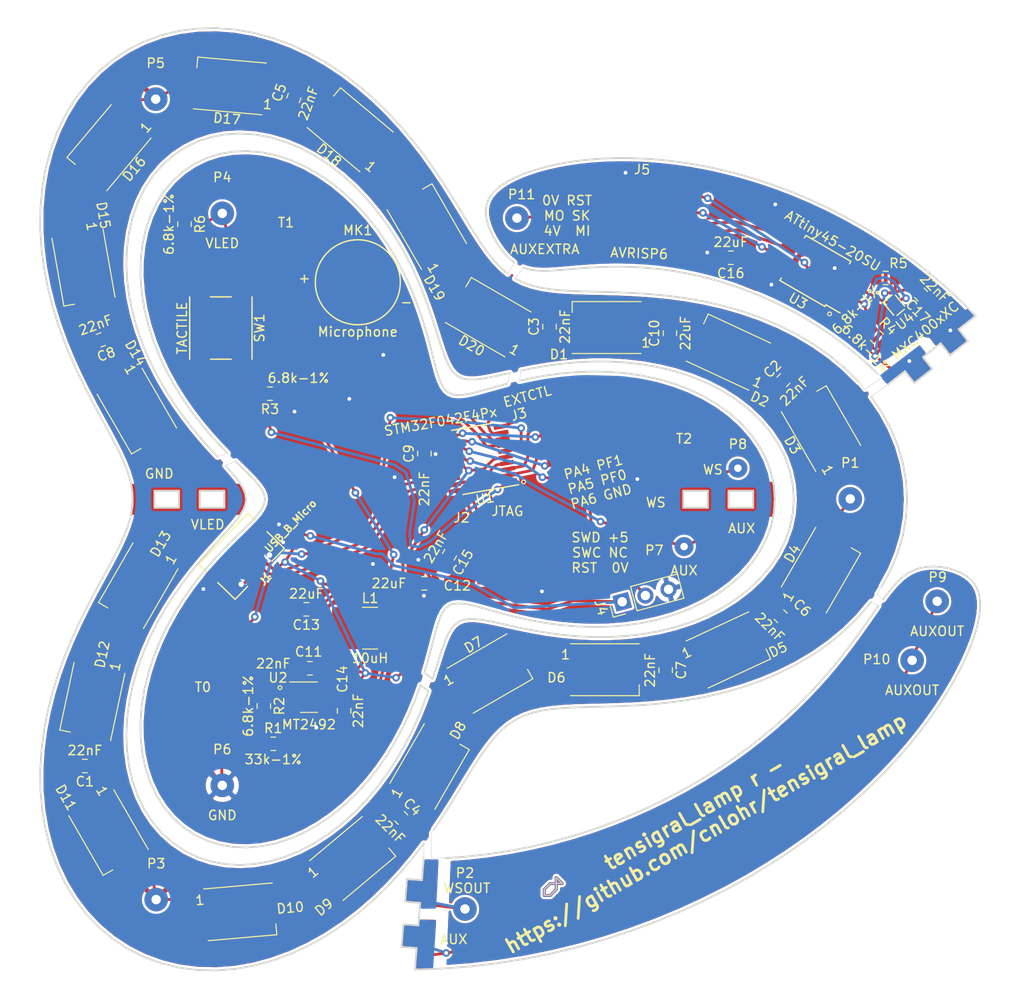
<source format=kicad_pcb>
(kicad_pcb (version 20171130) (host pcbnew "(5.1.4)-1")
  (layers (0 F.Cu signal) (31 B.Cu signal) (34 B.Paste user) (35 F.Paste user) (36 B.SilkS user) (37 F.SilkS user) (38 B.Mask user) (39 F.Mask user) (44 Edge.Cuts user))
  (net 0 "")
  (net 1 GND)
  (net 2 "Net-(D1-Pad2)")
  (net 3 "Net-(D1-Pad4)")
  (net 4 "Net-(D2-Pad2)")
  (net 5 "Net-(D4-Pad2)")
  (net 6 "Net-(D5-Pad2)")
  (net 7 "Net-(D6-Pad2)")
  (net 8 "Net-(D7-Pad2)")
  (net 9 "Net-(D8-Pad2)")
  (net 10 "Net-(D10-Pad4)")
  (net 11 "Net-(D10-Pad2)")
  (net 12 "Net-(D11-Pad2)")
  (net 13 "Net-(D12-Pad2)")
  (net 14 "Net-(D13-Pad2)")
  (net 15 "Net-(D14-Pad2)")
  (net 16 "Net-(D15-Pad2)")
  (net 17 "Net-(D16-Pad2)")
  (net 18 "Net-(D17-Pad2)")
  (net 19 "Net-(D18-Pad2)")
  (net 20 "Net-(D19-Pad2)")
  (net 21 WS2812)
  (net 22 WS2812U)
  (net 23 +3V8)
  (net 24 VLED)
  (net 25 D-)
  (net 26 D+)
  (net 27 "Net-(C11-Pad2)")
  (net 28 "Net-(C11-Pad1)")
  (net 29 VUSB)
  (net 30 NRST)
  (net 31 SWC)
  (net 32 SWD)
  (net 33 PF0)
  (net 34 PF1)
  (net 35 PA4)
  (net 36 PA5)
  (net 37 PA6)
  (net 38 "Net-(R1-Pad1)")
  (net 39 "Net-(R3-Pad2)")
  (net 40 "Net-(T0-Pad1)")
  (net 41 "Net-(T1-Pad1)")
  (net 42 "Net-(T2-Pad1)")
  (net 43 WS2812UM)
  (net 44 AUX)
  (net 45 AUXU)
  (net 46 AUXGND)
  (net 47 AUXEXTRA)
  (net 48 AUXVCC)
  (net 49 "Net-(J5-Pad1)")
  (net 50 "Net-(J5-Pad3)")
  (net 51 "Net-(J5-Pad5)")
  (net 52 ANA_ADC)
  (net 53 ASDA)
  (net 54 ASCL)
  (module kicad:TOUCH_MARK (layer F.Cu) (at 82.75 58.425)
    (fp_text reference T2 (at 0 0.5) (layer F.SilkS))
    (fp_text value TOUCH2)
    (pad 1 smd roundrect (at 0.05 0.075 45) (size 6 6) (layers F.Cu) (roundrect_rratio 0.2) (net 42 "Net-(T2-Pad1)"))
  )
  (module kicad:RIBBON6SMT_POGO_OR_IDC (layer F.Cu) (at 72 57.5 285)
    (fp_text reference J3 (at -2.857843 6.222357 15) (layer F.SilkS))
    (fp_text value EXTCTL (at -4.460165 4.861268 15) (layer F.SilkS))
    (pad 2 smd rect (at -2.54 -2.54 285) (size 1.651 4.191) (layers F.Cu F.Paste F.Mask) (net 34 PF1))
    (pad 4 smd rect (at 0 -2.54 285) (size 1.651 4.191) (layers F.Cu F.Paste F.Mask) (net 33 PF0))
    (pad 6 smd rect (at 2.54 -2.54 285) (size 1.651 4.191) (layers F.Cu F.Paste F.Mask) (net 1 GND))
    (pad 1 smd oval (at -2.54 2.54 285) (size 1.651 4.191) (layers F.Cu F.Paste F.Mask) (net 35 PA4))
    (pad 3 smd rect (at 0 2.54 285) (size 1.651 4.191) (layers F.Cu F.Paste F.Mask) (net 36 PA5))
    (pad 5 smd rect (at 2.54 2.54 285) (size 1.651 4.191) (layers F.Cu F.Paste F.Mask) (net 37 PA6))
  )
  (module Capacitor_SMD:C_0805_2012Metric_Pad1.15x1.40mm_HandSolder (layer F.Cu) (at 19.3 93.6 180)
    (fp_text reference C1 (at 0 -1.65) (layer F.SilkS))
    (fp_text value 22nF (at 0 1.65) (layer F.SilkS))
    (pad 1 smd roundrect (at -1.025 0 180) (size 1.15 1.4) (layers F.Cu F.Paste F.Mask) (roundrect_rratio 0.217391) (net 24 VLED))
    (pad 2 smd roundrect (at 1.025 0 180) (size 1.15 1.4) (layers F.Cu F.Paste F.Mask) (roundrect_rratio 0.217391) (net 1 GND))
  )
  (module Capacitor_SMD:C_0805_2012Metric_Pad1.15x1.40mm_HandSolder (layer F.Cu) (at 93.275216 52.724784 45)
    (fp_text reference C2 (at 0 -1.65 45) (layer F.SilkS))
    (fp_text value 22nF (at 0 1.65 45) (layer F.SilkS))
    (pad 2 smd roundrect (at 1.025 0 45) (size 1.15 1.4) (layers F.Cu F.Paste F.Mask) (roundrect_rratio 0.217391) (net 1 GND))
    (pad 1 smd roundrect (at -1.025 0 45) (size 1.15 1.4) (layers F.Cu F.Paste F.Mask) (roundrect_rratio 0.217391) (net 24 VLED))
  )
  (module Capacitor_SMD:C_0805_2012Metric_Pad1.15x1.40mm_HandSolder (layer F.Cu) (at 68.5 47.05 90)
    (fp_text reference C3 (at 0 -1.65 90) (layer F.SilkS))
    (fp_text value 22nF (at 0 1.65 90) (layer F.SilkS))
    (pad 1 smd roundrect (at -1.025 0 90) (size 1.15 1.4) (layers F.Cu F.Paste F.Mask) (roundrect_rratio 0.217391) (net 24 VLED))
    (pad 2 smd roundrect (at 1.025 0 90) (size 1.15 1.4) (layers F.Cu F.Paste F.Mask) (roundrect_rratio 0.217391) (net 1 GND))
  )
  (module Capacitor_SMD:C_0805_2012Metric_Pad1.15x1.40mm_HandSolder (layer F.Cu) (at 52.8 99.1 315)
    (fp_text reference C4 (at 0 -1.65 135) (layer F.SilkS))
    (fp_text value 22nF (at 0 1.65 135) (layer F.SilkS))
    (pad 2 smd roundrect (at 1.025 0 315) (size 1.15 1.4) (layers F.Cu F.Paste F.Mask) (roundrect_rratio 0.217391) (net 1 GND))
    (pad 1 smd roundrect (at -1.025 0 315) (size 1.15 1.4) (layers F.Cu F.Paste F.Mask) (roundrect_rratio 0.217391) (net 24 VLED))
  )
  (module Capacitor_SMD:C_0805_2012Metric_Pad1.15x1.40mm_HandSolder (layer F.Cu) (at 41.425216 22.824784 70)
    (fp_text reference C5 (at 0 -1.65 70) (layer F.SilkS))
    (fp_text value 22nF (at 0 1.65 70) (layer F.SilkS))
    (pad 1 smd roundrect (at -1.025 0 70) (size 1.15 1.4) (layers F.Cu F.Paste F.Mask) (roundrect_rratio 0.217391) (net 24 VLED))
    (pad 2 smd roundrect (at 1.025 0 70) (size 1.15 1.4) (layers F.Cu F.Paste F.Mask) (roundrect_rratio 0.217391) (net 1 GND))
  )
  (module Capacitor_SMD:C_0805_2012Metric_Pad1.15x1.40mm_HandSolder (layer F.Cu) (at 92.974784 77.724784 315)
    (fp_text reference C6 (at 0.979648 -2.237993 135) (layer F.SilkS))
    (fp_text value 22nF (at 0 1.65 135) (layer F.SilkS))
    (pad 2 smd roundrect (at 1.025 0 315) (size 1.15 1.4) (layers F.Cu F.Paste F.Mask) (roundrect_rratio 0.217391) (net 1 GND))
    (pad 1 smd roundrect (at -1.025 0 315) (size 1.15 1.4) (layers F.Cu F.Paste F.Mask) (roundrect_rratio 0.217391) (net 24 VLED))
  )
  (module Capacitor_SMD:C_0805_2012Metric_Pad1.15x1.40mm_HandSolder (layer F.Cu) (at 80.8 83.45 270)
    (fp_text reference C7 (at 0 -1.65 90) (layer F.SilkS))
    (fp_text value 22nF (at 0 1.65 90) (layer F.SilkS))
    (pad 1 smd roundrect (at -1.025 0 270) (size 1.15 1.4) (layers F.Cu F.Paste F.Mask) (roundrect_rratio 0.217391) (net 24 VLED))
    (pad 2 smd roundrect (at 1.025 0 270) (size 1.15 1.4) (layers F.Cu F.Paste F.Mask) (roundrect_rratio 0.217391) (net 1 GND))
  )
  (module Capacitor_SMD:C_0805_2012Metric_Pad1.15x1.40mm_HandSolder (layer F.Cu) (at 21 48.45 200)
    (fp_text reference C8 (at 0 -1.65 20) (layer F.SilkS))
    (fp_text value 22nF (at 0 1.65 20) (layer F.SilkS))
    (pad 2 smd roundrect (at 1.025 0 200) (size 1.15 1.4) (layers F.Cu F.Paste F.Mask) (roundrect_rratio 0.217391) (net 1 GND))
    (pad 1 smd roundrect (at -1.025 0 200) (size 1.15 1.4) (layers F.Cu F.Paste F.Mask) (roundrect_rratio 0.217391) (net 24 VLED))
  )
  (module Capacitor_SMD:C_0805_2012Metric_Pad1.15x1.40mm_HandSolder (layer F.Cu) (at 55.25 60.5 90)
    (fp_text reference C9 (at 0 -1.65 90) (layer F.SilkS))
    (fp_text value 22nF (at -3.75 0 90) (layer F.SilkS))
    (pad 1 smd roundrect (at -1.025 0 90) (size 1.15 1.4) (layers F.Cu F.Paste F.Mask) (roundrect_rratio 0.217391) (net 23 +3V8))
    (pad 2 smd roundrect (at 1.025 0 90) (size 1.15 1.4) (layers F.Cu F.Paste F.Mask) (roundrect_rratio 0.217391) (net 1 GND))
  )
  (module LED_SMD:LED_WS2812B_PLCC4_5.0x5.0mm_P3.2mm (layer F.Cu) (at 74.55 47.15 180)
    (fp_text reference D1 (at 5.05 -2.85) (layer F.SilkS))
    (fp_text value SK6812-RGBWW)
    (fp_text user 1 (at -4.15 -1.6) (layer F.SilkS))
    (pad 1 smd rect (at -2.45 -1.6 180) (size 1.5 1) (layers F.Cu F.Paste F.Mask) (net 24 VLED))
    (pad 2 smd rect (at -2.45 1.6 180) (size 1.5 1) (layers F.Cu F.Paste F.Mask) (net 2 "Net-(D1-Pad2)"))
    (pad 4 smd rect (at 2.45 -1.6 180) (size 1.5 1) (layers F.Cu F.Paste F.Mask) (net 3 "Net-(D1-Pad4)"))
    (pad 3 smd rect (at 2.45 1.6 180) (size 1.5 1) (layers F.Cu F.Paste F.Mask) (net 1 GND))
  )
  (module LED_SMD:LED_WS2812B_PLCC4_5.0x5.0mm_P3.2mm (layer F.Cu) (at 87.45 49.75 155)
    (fp_text reference D2 (at -5.103907 -3.136899 155) (layer F.SilkS))
    (fp_text value SK6812-RGBWW)
    (fp_text user 1 (at -4.15 -1.6 155) (layer F.SilkS))
    (pad 3 smd rect (at 2.45 1.6 155) (size 1.5 1) (layers F.Cu F.Paste F.Mask) (net 1 GND))
    (pad 4 smd rect (at 2.45 -1.6 155) (size 1.5 1) (layers F.Cu F.Paste F.Mask) (net 2 "Net-(D1-Pad2)"))
    (pad 2 smd rect (at -2.45 1.6 155) (size 1.5 1) (layers F.Cu F.Paste F.Mask) (net 4 "Net-(D2-Pad2)"))
    (pad 1 smd rect (at -2.45 -1.6 155) (size 1.5 1) (layers F.Cu F.Paste F.Mask) (net 24 VLED))
  )
  (module LED_SMD:LED_WS2812B_PLCC4_5.0x5.0mm_P3.2mm (layer F.Cu) (at 97.25 57.85 120)
    (fp_text reference D3 (at 0 -3.5 120) (layer F.SilkS))
    (fp_text value SK6812-RGBWW)
    (fp_text user 1 (at -4.15 -1.6 120) (layer F.SilkS))
    (pad 1 smd rect (at -2.45 -1.6 120) (size 1.5 1) (layers F.Cu F.Paste F.Mask) (net 24 VLED))
    (pad 2 smd rect (at -2.45 1.6 120) (size 1.5 1) (layers F.Cu F.Paste F.Mask))
    (pad 4 smd rect (at 2.45 -1.6 120) (size 1.5 1) (layers F.Cu F.Paste F.Mask) (net 4 "Net-(D2-Pad2)"))
    (pad 3 smd rect (at 2.45 1.6 120) (size 1.5 1) (layers F.Cu F.Paste F.Mask) (net 1 GND))
  )
  (module LED_SMD:LED_WS2812B_PLCC4_5.0x5.0mm_P3.2mm (layer F.Cu) (at 97.25 72.85 60)
    (fp_text reference D4 (at 0 -3.5 60) (layer F.SilkS))
    (fp_text value SK6812-RGBWW)
    (fp_text user 1 (at -4.15 -1.6 60) (layer F.SilkS))
    (pad 3 smd rect (at 2.45 1.6 60) (size 1.5 1) (layers F.Cu F.Paste F.Mask) (net 1 GND))
    (pad 4 smd rect (at 2.45 -1.6 60) (size 1.5 1) (layers F.Cu F.Paste F.Mask) (net 21 WS2812))
    (pad 2 smd rect (at -2.45 1.6 60) (size 1.5 1) (layers F.Cu F.Paste F.Mask) (net 5 "Net-(D4-Pad2)"))
    (pad 1 smd rect (at -2.45 -1.6 60) (size 1.5 1) (layers F.Cu F.Paste F.Mask) (net 24 VLED))
  )
  (module LED_SMD:LED_WS2812B_PLCC4_5.0x5.0mm_P3.2mm (layer F.Cu) (at 87.45 81.3 25)
    (fp_text reference D5 (at 4.775631 2.204846 25) (layer F.SilkS))
    (fp_text value SK6812-RGBWW)
    (fp_text user 1 (at -4.15 -1.6 25) (layer F.SilkS))
    (pad 3 smd rect (at 2.45 1.6 25) (size 1.5 1) (layers F.Cu F.Paste F.Mask) (net 1 GND))
    (pad 4 smd rect (at 2.45 -1.6 25) (size 1.5 1) (layers F.Cu F.Paste F.Mask) (net 5 "Net-(D4-Pad2)"))
    (pad 2 smd rect (at -2.45 1.6 25) (size 1.5 1) (layers F.Cu F.Paste F.Mask) (net 6 "Net-(D5-Pad2)"))
    (pad 1 smd rect (at -2.45 -1.6 25) (size 1.5 1) (layers F.Cu F.Paste F.Mask) (net 24 VLED))
  )
  (module LED_SMD:LED_WS2812B_PLCC4_5.0x5.0mm_P3.2mm (layer F.Cu) (at 74.35 83.4)
    (fp_text reference D6 (at -5.12 0.84) (layer F.SilkS))
    (fp_text value SK6812-RGBWW)
    (fp_text user 1 (at -4.15 -1.6) (layer F.SilkS))
    (pad 1 smd rect (at -2.45 -1.6) (size 1.5 1) (layers F.Cu F.Paste F.Mask) (net 24 VLED))
    (pad 2 smd rect (at -2.45 1.6) (size 1.5 1) (layers F.Cu F.Paste F.Mask) (net 7 "Net-(D6-Pad2)"))
    (pad 4 smd rect (at 2.45 -1.6) (size 1.5 1) (layers F.Cu F.Paste F.Mask) (net 6 "Net-(D5-Pad2)"))
    (pad 3 smd rect (at 2.45 1.6) (size 1.5 1) (layers F.Cu F.Paste F.Mask) (net 1 GND))
  )
  (module LED_SMD:LED_WS2812B_PLCC4_5.0x5.0mm_P3.2mm (layer F.Cu) (at 62.2 83.8 30)
    (fp_text reference D7 (at 0 -3.5 30) (layer F.SilkS))
    (fp_text value SK6812-RGBWW)
    (fp_text user 1 (at -4.15 -1.6 30) (layer F.SilkS))
    (pad 3 smd rect (at 2.45 1.6 30) (size 1.5 1) (layers F.Cu F.Paste F.Mask) (net 1 GND))
    (pad 4 smd rect (at 2.45 -1.6 30) (size 1.5 1) (layers F.Cu F.Paste F.Mask) (net 7 "Net-(D6-Pad2)"))
    (pad 2 smd rect (at -2.45 1.6 30) (size 1.5 1) (layers F.Cu F.Paste F.Mask) (net 8 "Net-(D7-Pad2)"))
    (pad 1 smd rect (at -2.45 -1.6 30) (size 1.5 1) (layers F.Cu F.Paste F.Mask) (net 24 VLED))
  )
  (module LED_SMD:LED_WS2812B_PLCC4_5.0x5.0mm_P3.2mm (layer F.Cu) (at 55.8 93.65 60)
    (fp_text reference D8 (at 4.809557 0.710397 60) (layer F.SilkS))
    (fp_text value SK6812-RGBWW)
    (fp_text user 1 (at -4.15 -1.6 60) (layer F.SilkS))
    (pad 1 smd rect (at -2.45 -1.6 60) (size 1.5 1) (layers F.Cu F.Paste F.Mask) (net 24 VLED))
    (pad 2 smd rect (at -2.45 1.6 60) (size 1.5 1) (layers F.Cu F.Paste F.Mask) (net 9 "Net-(D8-Pad2)"))
    (pad 4 smd rect (at 2.45 -1.6 60) (size 1.5 1) (layers F.Cu F.Paste F.Mask) (net 8 "Net-(D7-Pad2)"))
    (pad 3 smd rect (at 2.45 1.6 60) (size 1.5 1) (layers F.Cu F.Paste F.Mask) (net 1 GND))
  )
  (module LED_SMD:LED_WS2812B_PLCC4_5.0x5.0mm_P3.2mm (layer F.Cu) (at 47.65 103.4 40)
    (fp_text reference D9 (at -5.637899 2.005143 40) (layer F.SilkS))
    (fp_text value SK6812-RGBWW)
    (fp_text user 1 (at -4.15 -1.6 40) (layer F.SilkS))
    (pad 3 smd rect (at 2.45 1.6 40) (size 1.5 1) (layers F.Cu F.Paste F.Mask) (net 1 GND))
    (pad 4 smd rect (at 2.45 -1.6 40) (size 1.5 1) (layers F.Cu F.Paste F.Mask) (net 9 "Net-(D8-Pad2)"))
    (pad 2 smd rect (at -2.45 1.6 40) (size 1.5 1) (layers F.Cu F.Paste F.Mask) (net 10 "Net-(D10-Pad4)"))
    (pad 1 smd rect (at -2.45 -1.6 40) (size 1.5 1) (layers F.Cu F.Paste F.Mask) (net 24 VLED))
  )
  (module LED_SMD:LED_WS2812B_PLCC4_5.0x5.0mm_P3.2mm (layer F.Cu) (at 35.75 109.05 5)
    (fp_text reference D10 (at 5.316437 0.043524 5) (layer F.SilkS))
    (fp_text value SK6812-RGBWW)
    (fp_text user 1 (at -4.15 -1.6 5) (layer F.SilkS))
    (pad 1 smd rect (at -2.45 -1.6 5) (size 1.5 1) (layers F.Cu F.Paste F.Mask) (net 24 VLED))
    (pad 2 smd rect (at -2.45 1.6 5) (size 1.5 1) (layers F.Cu F.Paste F.Mask) (net 11 "Net-(D10-Pad2)"))
    (pad 4 smd rect (at 2.45 -1.6 5) (size 1.5 1) (layers F.Cu F.Paste F.Mask) (net 10 "Net-(D10-Pad4)"))
    (pad 3 smd rect (at 2.45 1.6 5) (size 1.5 1) (layers F.Cu F.Paste F.Mask) (net 1 GND))
  )
  (module LED_SMD:LED_WS2812B_PLCC4_5.0x5.0mm_P3.2mm (layer F.Cu) (at 21.8 100.65 300)
    (fp_text reference D11 (at -5.467954 2.050775 120) (layer F.SilkS))
    (fp_text value SK6812-RGBWW)
    (fp_text user 1 (at -4.15 -1.6 120) (layer F.SilkS))
    (pad 3 smd rect (at 2.45 1.6 300) (size 1.5 1) (layers F.Cu F.Paste F.Mask) (net 1 GND))
    (pad 4 smd rect (at 2.45 -1.6 300) (size 1.5 1) (layers F.Cu F.Paste F.Mask) (net 11 "Net-(D10-Pad2)"))
    (pad 2 smd rect (at -2.45 1.6 300) (size 1.5 1) (layers F.Cu F.Paste F.Mask) (net 12 "Net-(D11-Pad2)"))
    (pad 1 smd rect (at -2.45 -1.6 300) (size 1.5 1) (layers F.Cu F.Paste F.Mask) (net 24 VLED))
  )
  (module LED_SMD:LED_WS2812B_PLCC4_5.0x5.0mm_P3.2mm (layer F.Cu) (at 20.09 86.78 258)
    (fp_text reference D12 (at -5.111124 0.002722 78) (layer F.SilkS))
    (fp_text value SK6812-RGBWW)
    (fp_text user 1 (at -4.15 -1.6 78) (layer F.SilkS))
    (pad 1 smd rect (at -2.45 -1.6 258) (size 1.5 1) (layers F.Cu F.Paste F.Mask) (net 24 VLED))
    (pad 2 smd rect (at -2.45 1.6 258) (size 1.5 1) (layers F.Cu F.Paste F.Mask) (net 13 "Net-(D12-Pad2)"))
    (pad 4 smd rect (at 2.45 -1.6 258) (size 1.5 1) (layers F.Cu F.Paste F.Mask) (net 12 "Net-(D11-Pad2)"))
    (pad 3 smd rect (at 2.45 1.6 258) (size 1.5 1) (layers F.Cu F.Paste F.Mask) (net 1 GND))
  )
  (module LED_SMD:LED_WS2812B_PLCC4_5.0x5.0mm_P3.2mm (layer F.Cu) (at 24.95 74.5 240)
    (fp_text reference D13 (at -5.017832 0.14886 60) (layer F.SilkS))
    (fp_text value SK6812-RGBWW)
    (fp_text user 1 (at -4.15 -1.6 60) (layer F.SilkS))
    (pad 1 smd rect (at -2.45 -1.6 240) (size 1.5 1) (layers F.Cu F.Paste F.Mask) (net 24 VLED))
    (pad 2 smd rect (at -2.45 1.6 240) (size 1.5 1) (layers F.Cu F.Paste F.Mask) (net 14 "Net-(D13-Pad2)"))
    (pad 4 smd rect (at 2.45 -1.6 240) (size 1.5 1) (layers F.Cu F.Paste F.Mask) (net 13 "Net-(D12-Pad2)"))
    (pad 3 smd rect (at 2.45 1.6 240) (size 1.5 1) (layers F.Cu F.Paste F.Mask) (net 1 GND))
  )
  (module LED_SMD:LED_WS2812B_PLCC4_5.0x5.0mm_P3.2mm (layer F.Cu) (at 24.8 56 300)
    (fp_text reference D14 (at -5.401056 -2.945096 120) (layer F.SilkS))
    (fp_text value SK6812-RGBWW)
    (fp_text user 1 (at -4.15 -1.6 120) (layer F.SilkS))
    (pad 3 smd rect (at 2.45 1.6 300) (size 1.5 1) (layers F.Cu F.Paste F.Mask) (net 1 GND))
    (pad 4 smd rect (at 2.45 -1.6 300) (size 1.5 1) (layers F.Cu F.Paste F.Mask) (net 14 "Net-(D13-Pad2)"))
    (pad 2 smd rect (at -2.45 1.6 300) (size 1.5 1) (layers F.Cu F.Paste F.Mask) (net 15 "Net-(D14-Pad2)"))
    (pad 1 smd rect (at -2.45 -1.6 300) (size 1.5 1) (layers F.Cu F.Paste F.Mask) (net 24 VLED))
  )
  (module LED_SMD:LED_WS2812B_PLCC4_5.0x5.0mm_P3.2mm (layer F.Cu) (at 19.15 40.8 280)
    (fp_text reference D15 (at -5.101022 -3.031844 100) (layer F.SilkS))
    (fp_text value SK6812-RGBWW)
    (fp_text user 1 (at -4.15 -1.6 100) (layer F.SilkS))
    (pad 1 smd rect (at -2.45 -1.6 280) (size 1.5 1) (layers F.Cu F.Paste F.Mask) (net 24 VLED))
    (pad 2 smd rect (at -2.45 1.6 280) (size 1.5 1) (layers F.Cu F.Paste F.Mask) (net 16 "Net-(D15-Pad2)"))
    (pad 4 smd rect (at 2.45 -1.6 280) (size 1.5 1) (layers F.Cu F.Paste F.Mask) (net 15 "Net-(D14-Pad2)"))
    (pad 3 smd rect (at 2.45 1.6 280) (size 1.5 1) (layers F.Cu F.Paste F.Mask) (net 1 GND))
  )
  (module LED_SMD:LED_WS2812B_PLCC4_5.0x5.0mm_P3.2mm (layer F.Cu) (at 21.85 28.1 230)
    (fp_text reference D16 (at 0 -3.5 50) (layer F.SilkS))
    (fp_text value SK6812-RGBWW)
    (fp_text user 1 (at -4.15 -1.6 50) (layer F.SilkS))
    (pad 1 smd rect (at -2.45 -1.6 230) (size 1.5 1) (layers F.Cu F.Paste F.Mask) (net 24 VLED))
    (pad 2 smd rect (at -2.45 1.6 230) (size 1.5 1) (layers F.Cu F.Paste F.Mask) (net 17 "Net-(D16-Pad2)"))
    (pad 4 smd rect (at 2.45 -1.6 230) (size 1.5 1) (layers F.Cu F.Paste F.Mask) (net 16 "Net-(D15-Pad2)"))
    (pad 3 smd rect (at 2.45 1.6 230) (size 1.5 1) (layers F.Cu F.Paste F.Mask) (net 1 GND))
  )
  (module LED_SMD:LED_WS2812B_PLCC4_5.0x5.0mm_P3.2mm (layer F.Cu) (at 34.65 21.55 175)
    (fp_text reference D17 (at 0 -3.5 175) (layer F.SilkS))
    (fp_text value SK6812-RGBWW)
    (fp_text user 1 (at -4.15 -1.6 175) (layer F.SilkS))
    (pad 1 smd rect (at -2.45 -1.6 175) (size 1.5 1) (layers F.Cu F.Paste F.Mask) (net 24 VLED))
    (pad 2 smd rect (at -2.45 1.6 175) (size 1.5 1) (layers F.Cu F.Paste F.Mask) (net 18 "Net-(D17-Pad2)"))
    (pad 4 smd rect (at 2.45 -1.6 175) (size 1.5 1) (layers F.Cu F.Paste F.Mask) (net 17 "Net-(D16-Pad2)"))
    (pad 3 smd rect (at 2.45 1.6 175) (size 1.5 1) (layers F.Cu F.Paste F.Mask) (net 1 GND))
  )
  (module LED_SMD:LED_WS2812B_PLCC4_5.0x5.0mm_P3.2mm (layer F.Cu) (at 47.4 26.2 140)
    (fp_text reference D18 (at 0 -3.5 140) (layer F.SilkS))
    (fp_text value SK6812-RGBWW)
    (fp_text user 1 (at -4.15 -1.6 140) (layer F.SilkS))
    (pad 3 smd rect (at 2.45 1.6 140) (size 1.5 1) (layers F.Cu F.Paste F.Mask) (net 1 GND))
    (pad 4 smd rect (at 2.45 -1.6 140) (size 1.5 1) (layers F.Cu F.Paste F.Mask) (net 18 "Net-(D17-Pad2)"))
    (pad 2 smd rect (at -2.45 1.6 140) (size 1.5 1) (layers F.Cu F.Paste F.Mask) (net 19 "Net-(D18-Pad2)"))
    (pad 1 smd rect (at -2.45 -1.6 140) (size 1.5 1) (layers F.Cu F.Paste F.Mask) (net 24 VLED))
  )
  (module LED_SMD:LED_WS2812B_PLCC4_5.0x5.0mm_P3.2mm (layer F.Cu) (at 55.5 36.45 120)
    (fp_text reference D19 (at -6.029165 -2.55718 120) (layer F.SilkS))
    (fp_text value SK6812-RGBWW)
    (fp_text user 1 (at -4.15 -1.6 120) (layer F.SilkS))
    (pad 1 smd rect (at -2.45 -1.6 120) (size 1.5 1) (layers F.Cu F.Paste F.Mask) (net 24 VLED))
    (pad 2 smd rect (at -2.45 1.6 120) (size 1.5 1) (layers F.Cu F.Paste F.Mask) (net 20 "Net-(D19-Pad2)"))
    (pad 4 smd rect (at 2.45 -1.6 120) (size 1.5 1) (layers F.Cu F.Paste F.Mask) (net 19 "Net-(D18-Pad2)"))
    (pad 3 smd rect (at 2.45 1.6 120) (size 1.5 1) (layers F.Cu F.Paste F.Mask) (net 1 GND))
  )
  (module LED_SMD:LED_WS2812B_PLCC4_5.0x5.0mm_P3.2mm (layer F.Cu) (at 62 46.05 150)
    (fp_text reference D20 (at 0 -3.5 150) (layer F.SilkS))
    (fp_text value SK6812-RGBWW)
    (fp_text user 1 (at -4.15 -1.6 150) (layer F.SilkS))
    (pad 3 smd rect (at 2.45 1.6 150) (size 1.5 1) (layers F.Cu F.Paste F.Mask) (net 1 GND))
    (pad 4 smd rect (at 2.45 -1.6 150) (size 1.5 1) (layers F.Cu F.Paste F.Mask) (net 20 "Net-(D19-Pad2)"))
    (pad 2 smd rect (at -2.45 1.6 150) (size 1.5 1) (layers F.Cu F.Paste F.Mask) (net 3 "Net-(D1-Pad4)"))
    (pad 1 smd rect (at -2.45 -1.6 150) (size 1.5 1) (layers F.Cu F.Paste F.Mask) (net 24 VLED))
  )
  (module Package_SO:TSSOP-20_4.4x6.5mm_P0.65mm (layer F.Cu) (at 60.92551 61.052075 190)
    (fp_text reference U1 (at 0 -4.3 10) (layer F.SilkS))
    (fp_text value STM32F042F4Px (at 3.218994 4.580638 10) (layer F.SilkS))
    (pad 1 smd rect (at -2.95 -2.925 190) (size 1.45 0.45) (layers F.Cu F.Paste F.Mask) (net 39 "Net-(R3-Pad2)"))
    (pad 2 smd rect (at -2.95 -2.275 190) (size 1.45 0.45) (layers F.Cu F.Paste F.Mask) (net 33 PF0))
    (pad 3 smd rect (at -2.95 -1.625 190) (size 1.45 0.45) (layers F.Cu F.Paste F.Mask) (net 34 PF1))
    (pad 4 smd rect (at -2.95 -0.975 190) (size 1.45 0.45) (layers F.Cu F.Paste F.Mask) (net 30 NRST))
    (pad 5 smd rect (at -2.95 -0.325 190) (size 1.45 0.45) (layers F.Cu F.Paste F.Mask) (net 23 +3V8))
    (pad 6 smd rect (at -2.95 0.325 190) (size 1.45 0.45) (layers F.Cu F.Paste F.Mask) (net 40 "Net-(T0-Pad1)"))
    (pad 7 smd rect (at -2.95 0.975 190) (size 1.45 0.45) (layers F.Cu F.Paste F.Mask) (net 41 "Net-(T1-Pad1)"))
    (pad 8 smd rect (at -2.95 1.625 190) (size 1.45 0.45) (layers F.Cu F.Paste F.Mask) (net 52 ANA_ADC))
    (pad 9 smd rect (at -2.95 2.275 190) (size 1.45 0.45) (layers F.Cu F.Paste F.Mask) (net 42 "Net-(T2-Pad1)"))
    (pad 10 smd rect (at -2.95 2.925 190) (size 1.45 0.45) (layers F.Cu F.Paste F.Mask) (net 35 PA4))
    (pad 11 smd rect (at 2.95 2.925 190) (size 1.45 0.45) (layers F.Cu F.Paste F.Mask) (net 36 PA5))
    (pad 12 smd rect (at 2.95 2.275 190) (size 1.45 0.45) (layers F.Cu F.Paste F.Mask) (net 37 PA6))
    (pad 13 smd rect (at 2.95 1.625 190) (size 1.45 0.45) (layers F.Cu F.Paste F.Mask) (net 22 WS2812U))
    (pad 14 smd rect (at 2.95 0.975 190) (size 1.45 0.45) (layers F.Cu F.Paste F.Mask) (net 44 AUX))
    (pad 15 smd rect (at 2.95 0.325 190) (size 1.45 0.45) (layers F.Cu F.Paste F.Mask) (net 1 GND))
    (pad 16 smd rect (at 2.95 -0.325 190) (size 1.45 0.45) (layers F.Cu F.Paste F.Mask) (net 23 +3V8))
    (pad 17 smd rect (at 2.95 -0.975 190) (size 1.45 0.45) (layers F.Cu F.Paste F.Mask) (net 25 D-))
    (pad 18 smd rect (at 2.95 -1.625 190) (size 1.45 0.45) (layers F.Cu F.Paste F.Mask) (net 26 D+))
    (pad 19 smd rect (at 2.95 -2.275 190) (size 1.45 0.45) (layers F.Cu F.Paste F.Mask) (net 32 SWD))
    (pad 20 smd rect (at 2.95 -2.925 190) (size 1.45 0.45) (layers F.Cu F.Paste F.Mask) (net 31 SWC))
  )
  (module Capacitor_SMD:C_0805_2012Metric_Pad1.15x1.40mm_HandSolder (layer F.Cu) (at 81.25 47.75 90)
    (fp_text reference C10 (at 0 -1.65 90) (layer F.SilkS))
    (fp_text value 22uF (at 0 1.65 90) (layer F.SilkS))
    (pad 2 smd roundrect (at 1.025 0 90) (size 1.15 1.4) (layers F.Cu F.Paste F.Mask) (roundrect_rratio 0.217391) (net 1 GND))
    (pad 1 smd roundrect (at -1.025 0 90) (size 1.15 1.4) (layers F.Cu F.Paste F.Mask) (roundrect_rratio 0.217391) (net 24 VLED))
  )
  (module Capacitor_SMD:C_0805_2012Metric_Pad1.15x1.40mm_HandSolder (layer F.Cu) (at 43.13 83.25)
    (fp_text reference C11 (at -0.13 -1.75) (layer F.SilkS))
    (fp_text value 22nF (at -3.88 -0.5) (layer F.SilkS))
    (pad 2 smd roundrect (at 1.025 0) (size 1.15 1.4) (layers F.Cu F.Paste F.Mask) (roundrect_rratio 0.217391) (net 27 "Net-(C11-Pad2)"))
    (pad 1 smd roundrect (at -1.025 0) (size 1.15 1.4) (layers F.Cu F.Paste F.Mask) (roundrect_rratio 0.217391) (net 28 "Net-(C11-Pad1)"))
  )
  (module Capacitor_SMD:C_0805_2012Metric_Pad1.15x1.40mm_HandSolder (layer F.Cu) (at 55.245 74.25)
    (fp_text reference C12 (at 3.5 0.25) (layer F.SilkS))
    (fp_text value 22uF (at -3.75 0) (layer F.SilkS))
    (pad 1 smd roundrect (at -1.025 0) (size 1.15 1.4) (layers F.Cu F.Paste F.Mask) (roundrect_rratio 0.217391) (net 23 +3V8))
    (pad 2 smd roundrect (at 1.025 0) (size 1.15 1.4) (layers F.Cu F.Paste F.Mask) (roundrect_rratio 0.217391) (net 1 GND))
  )
  (module Capacitor_SMD:C_0805_2012Metric_Pad1.15x1.40mm_HandSolder (layer F.Cu) (at 42.75 77 180)
    (fp_text reference C13 (at 0 -1.65) (layer F.SilkS))
    (fp_text value 22uF (at 0 1.65) (layer F.SilkS))
    (pad 1 smd roundrect (at -1.025 0 180) (size 1.15 1.4) (layers F.Cu F.Paste F.Mask) (roundrect_rratio 0.217391) (net 29 VUSB))
    (pad 2 smd roundrect (at 1.025 0 180) (size 1.15 1.4) (layers F.Cu F.Paste F.Mask) (roundrect_rratio 0.217391) (net 1 GND))
  )
  (module Capacitor_SMD:C_0805_2012Metric_Pad1.15x1.40mm_HandSolder (layer F.Cu) (at 46.75 87.75 270)
    (fp_text reference C14 (at -3.358757 0.176777 90) (layer F.SilkS))
    (fp_text value 22nF (at 0 -1.5 90) (layer F.SilkS))
    (pad 2 smd roundrect (at 1.025 0 270) (size 1.15 1.4) (layers F.Cu F.Paste F.Mask) (roundrect_rratio 0.217391) (net 1 GND))
    (pad 1 smd roundrect (at -1.025 0 270) (size 1.15 1.4) (layers F.Cu F.Paste F.Mask) (roundrect_rratio 0.217391) (net 29 VUSB))
  )
  (module Capacitor_SMD:C_0805_2012Metric_Pad1.15x1.40mm_HandSolder (layer F.Cu) (at 57.9125 71.212324 240)
    (fp_text reference C15 (at 0 -1.65 60) (layer F.SilkS))
    (fp_text value 22nF (at 0 1.65 60) (layer F.SilkS))
    (pad 1 smd roundrect (at -1.025 0 240) (size 1.15 1.4) (layers F.Cu F.Paste F.Mask) (roundrect_rratio 0.217391) (net 30 NRST))
    (pad 2 smd roundrect (at 1.025 0 240) (size 1.15 1.4) (layers F.Cu F.Paste F.Mask) (roundrect_rratio 0.217391) (net 1 GND))
  )
  (module kicad:RIBBON6SMT_POGO_OR_IDC (layer F.Cu) (at 65.5 71 270)
    (fp_text reference J2 (at -3.7 6.3) (layer F.SilkS))
    (fp_text value JTAG (at -4.4 1.45) (layer F.SilkS))
    (pad 5 smd rect (at 2.54 2.54 270) (size 1.651 4.191) (layers F.Cu F.Paste F.Mask) (net 30 NRST))
    (pad 3 smd rect (at 0 2.54 270) (size 1.651 4.191) (layers F.Cu F.Paste F.Mask) (net 31 SWC))
    (pad 1 smd oval (at -2.54 2.54 270) (size 1.651 4.191) (layers F.Cu F.Paste F.Mask) (net 32 SWD))
    (pad 6 smd rect (at 2.54 -2.54 270) (size 1.651 4.191) (layers F.Cu F.Paste F.Mask) (net 1 GND))
    (pad 4 smd rect (at 0 -2.54 270) (size 1.651 4.191) (layers F.Cu F.Paste F.Mask))
    (pad 2 smd rect (at -2.54 -2.54 270) (size 1.651 4.191) (layers F.Cu F.Paste F.Mask) (net 29 VUSB))
  )
  (module Inductor_SMD:L_2816_7142Metric (layer F.Cu) (at 49.5 79)
    (fp_text reference L1 (at 0 -3.18) (layer F.SilkS))
    (fp_text value 10uH (at 0 3.18) (layer F.SilkS))
    (pad 1 smd roundrect (at -2.5125 0) (size 3.025 4.45) (layers F.Cu F.Paste F.Mask) (roundrect_rratio 0.082645) (net 27 "Net-(C11-Pad2)"))
    (pad 2 smd roundrect (at 2.5125 0) (size 3.025 4.45) (layers F.Cu F.Paste F.Mask) (roundrect_rratio 0.082645) (net 23 +3V8))
  )
  (module Resistor_SMD:R_0805_2012Metric_Pad1.15x1.40mm_HandSolder (layer F.Cu) (at 39.25 91.25)
    (fp_text reference R1 (at 0 -1.65) (layer F.SilkS))
    (fp_text value 33k-1% (at 0 1.65) (layer F.SilkS))
    (pad 2 smd roundrect (at 1.025 0) (size 1.15 1.4) (layers F.Cu F.Paste F.Mask) (roundrect_rratio 0.217391) (net 23 +3V8))
    (pad 1 smd roundrect (at -1.025 0) (size 1.15 1.4) (layers F.Cu F.Paste F.Mask) (roundrect_rratio 0.217391) (net 38 "Net-(R1-Pad1)"))
  )
  (module Resistor_SMD:R_0805_2012Metric_Pad1.15x1.40mm_HandSolder (layer F.Cu) (at 38.25 87.25 270)
    (fp_text reference R2 (at 0 -1.65 90) (layer F.SilkS))
    (fp_text value 6.8k-1% (at 0 1.65 90) (layer F.SilkS))
    (pad 1 smd roundrect (at -1.025 0 270) (size 1.15 1.4) (layers F.Cu F.Paste F.Mask) (roundrect_rratio 0.217391) (net 1 GND))
    (pad 2 smd roundrect (at 1.025 0 270) (size 1.15 1.4) (layers F.Cu F.Paste F.Mask) (roundrect_rratio 0.217391) (net 38 "Net-(R1-Pad1)"))
  )
  (module Resistor_SMD:R_0805_2012Metric_Pad1.15x1.40mm_HandSolder (layer F.Cu) (at 38.9 54.15 180)
    (fp_text reference R3 (at 0 -1.65) (layer F.SilkS))
    (fp_text value 6.8k-1% (at -3.01 1.65) (layer F.SilkS))
    (pad 1 smd roundrect (at -1.025 0 180) (size 1.15 1.4) (layers F.Cu F.Paste F.Mask) (roundrect_rratio 0.217391) (net 1 GND))
    (pad 2 smd roundrect (at 1.025 0 180) (size 1.15 1.4) (layers F.Cu F.Paste F.Mask) (roundrect_rratio 0.217391) (net 39 "Net-(R3-Pad2)"))
  )
  (module kicad:TACTILE10B (layer F.Cu) (at 33.7 47.2 270)
    (fp_text reference SW1 (at 0 -4.1 90) (layer F.SilkS))
    (fp_text value TACTILE (at 0 4.1 90) (layer F.SilkS))
    (pad 1 smd rect (at -4.1 -2.25 270) (size 2 1.3) (layers F.Cu F.Paste F.Mask) (net 23 +3V8))
    (pad 2 smd rect (at -4.1 2.25 270) (size 2 1.3) (layers F.Cu F.Paste F.Mask))
    (pad 4 smd rect (at 4.1 2.25 270) (size 2 1.3) (layers F.Cu F.Paste F.Mask) (net 39 "Net-(R3-Pad2)"))
    (pad 3 smd rect (at 4.1 -2.25 270) (size 2 1.3) (layers F.Cu F.Paste F.Mask))
  )
  (module kicad:TOUCH_MARK (layer F.Cu) (at 31.8 84.75)
    (fp_text reference T0 (at 0 0.5) (layer F.SilkS))
    (fp_text value TOUCH0)
    (pad 1 smd roundrect (at 0.05 0.075 45) (size 6 6) (layers F.Cu) (roundrect_rratio 0.2) (net 40 "Net-(T0-Pad1)"))
  )
  (module kicad:TOUCH_MARK (layer F.Cu) (at 40.6 35.525)
    (fp_text reference T1 (at 0 0.5) (layer F.SilkS))
    (fp_text value TOUCH1)
    (pad 1 smd roundrect (at 0.05 0.075 45) (size 6 6) (layers F.Cu) (roundrect_rratio 0.2) (net 41 "Net-(T1-Pad1)"))
  )
  (module Package_TO_SOT_SMD:SOT-23-6_Handsoldering (layer F.Cu) (at 43.02 86.31)
    (fp_text reference U2 (at -3.27 -2.06) (layer F.SilkS))
    (fp_text value MT2492 (at 0 2.9) (layer F.SilkS))
    (pad 1 smd rect (at -1.35 -0.95) (size 1.56 0.65) (layers F.Cu F.Paste F.Mask) (net 28 "Net-(C11-Pad1)"))
    (pad 2 smd rect (at -1.35 0) (size 1.56 0.65) (layers F.Cu F.Paste F.Mask) (net 1 GND))
    (pad 3 smd rect (at -1.35 0.95) (size 1.56 0.65) (layers F.Cu F.Paste F.Mask) (net 38 "Net-(R1-Pad1)"))
    (pad 4 smd rect (at 1.35 0.95) (size 1.56 0.65) (layers F.Cu F.Paste F.Mask) (net 29 VUSB))
    (pad 6 smd rect (at 1.35 -0.95) (size 1.56 0.65) (layers F.Cu F.Paste F.Mask) (net 27 "Net-(C11-Pad2)"))
    (pad 5 smd rect (at 1.35 0) (size 1.56 0.65) (layers F.Cu F.Paste F.Mask) (net 29 VUSB))
  )
  (module Connector_PinHeader_2.54mm:PinHeader_1x03_P2.54mm_Vertical (layer F.Cu) (at 76.2 76.2 105)
    (fp_text reference J4 (at 0 -2.33 105) (layer F.SilkS))
    (fp_text value WSOUT)
    (pad 1 thru_hole rect (at 0 0 105) (size 1.7 1.7) (drill 1) (layers *.Cu *.Mask) (net 29 VUSB))
    (pad 2 thru_hole oval (at 0 2.54 105) (size 1.7 1.7) (drill 1) (layers *.Cu *.Mask) (net 22 WS2812U))
    (pad 3 thru_hole oval (at 0 5.08 105) (size 1.7 1.7) (drill 1) (layers *.Cu *.Mask) (net 1 GND))
  )
  (module Connector_Wire:SolderWirePad_1x01_Drill1mm (layer F.Cu) (at 100.35 65.3)
    (fp_text reference P1 (at 0 -3.81) (layer F.SilkS))
    (fp_text value WSIN)
    (pad 1 thru_hole circle (at 0 0) (size 2.49936 2.49936) (drill 1.00076) (layers *.Cu *.Mask) (net 21 WS2812))
  )
  (module Connector_Wire:SolderWirePad_1x01_Drill1mm (layer F.Cu) (at 59.55 108.75)
    (fp_text reference P2 (at 0 -3.81) (layer F.SilkS))
    (fp_text value WSOUT (at 0.2 -2.2) (layer F.SilkS))
    (pad 1 thru_hole circle (at 0 0) (size 2.49936 2.49936) (drill 1.00076) (layers *.Cu *.Mask) (net 43 WS2812UM))
  )
  (module Connector_Wire:SolderWirePad_1x01_Drill1mm (layer F.Cu) (at 26.85 107.75)
    (fp_text reference P3 (at 0 -3.81) (layer F.SilkS))
    (fp_text value VLED)
    (pad 1 thru_hole circle (at 0 0) (size 2.49936 2.49936) (drill 1.00076) (layers *.Cu *.Mask) (net 24 VLED))
  )
  (module Connector_Wire:SolderWirePad_1x01_Drill1mm (layer F.Cu) (at 33.85 35.05)
    (fp_text reference P4 (at 0 -3.81) (layer F.SilkS))
    (fp_text value VLED (at 0 3.175) (layer F.SilkS))
    (pad 1 thru_hole circle (at 0 0) (size 2.49936 2.49936) (drill 1.00076) (layers *.Cu *.Mask) (net 23 +3V8))
  )
  (module Connector_Wire:SolderWirePad_1x01_Drill1mm (layer F.Cu) (at 26.8 22.95)
    (fp_text reference P5 (at 0 -3.81) (layer F.SilkS))
    (fp_text value GND)
    (pad 1 thru_hole circle (at 0 0) (size 2.49936 2.49936) (drill 1.00076) (layers *.Cu *.Mask) (net 1 GND))
  )
  (module Connector_Wire:SolderWirePad_1x01_Drill1mm (layer F.Cu) (at 33.85 95.65)
    (fp_text reference P6 (at 0 -3.81) (layer F.SilkS))
    (fp_text value GND (at 0 3.175) (layer F.SilkS))
    (pad 1 thru_hole circle (at 0 0) (size 2.49936 2.49936) (drill 1.00076) (layers *.Cu *.Mask) (net 1 GND))
  )
  (module Connector_Wire:SolderWirePad_1x01_Drill0.8mm (layer F.Cu) (at 82.75 70.35)
    (fp_text reference P7 (at -3.15 0.4) (layer F.SilkS))
    (fp_text value AUX (at 0 2.54) (layer F.SilkS))
    (pad 1 thru_hole circle (at 0 0) (size 1.99898 1.99898) (drill 0.8001) (layers *.Cu *.Mask) (net 44 AUX))
  )
  (module Connector_Wire:SolderWirePad_1x01_Drill0.8mm (layer F.Cu) (at 88.45 62.05)
    (fp_text reference P8 (at 0 -2.54) (layer F.SilkS))
    (fp_text value WS (at -2.65 0.15) (layer F.SilkS))
    (pad 1 thru_hole circle (at 0 0) (size 1.99898 1.99898) (drill 0.8001) (layers *.Cu *.Mask) (net 22 WS2812U))
  )
  (module Connector_Wire:SolderWirePad_1x01_Drill1mm (layer F.Cu) (at 109.55 76.15)
    (fp_text reference P9 (at 0.05 -2.55) (layer F.SilkS))
    (fp_text value AUXOUT (at 0 3.175) (layer F.SilkS))
    (pad 1 thru_hole circle (at 0 0) (size 2.49936 2.49936) (drill 1.00076) (layers *.Cu *.Mask) (net 45 AUXU))
  )
  (module Package_SO:SOIJ-8_5.3x5.3mm_P1.27mm (layer F.Cu) (at 96.65 41.15 150)
    (fp_text reference U3 (at 0 -3.68 150) (layer F.SilkS))
    (fp_text value ATtiny45-20SU (at 0 3.68 150) (layer F.SilkS))
    (pad 1 smd rect (at -3.65 -1.905 150) (size 1.7 0.65) (layers F.Cu F.Paste F.Mask) (net 51 "Net-(J5-Pad5)"))
    (pad 2 smd rect (at -3.65 -0.635 150) (size 1.7 0.65) (layers F.Cu F.Paste F.Mask) (net 53 ASDA))
    (pad 3 smd rect (at -3.65 0.635 150) (size 1.7 0.65) (layers F.Cu F.Paste F.Mask) (net 54 ASCL))
    (pad 4 smd rect (at -3.65 1.905 150) (size 1.7 0.65) (layers F.Cu F.Paste F.Mask) (net 46 AUXGND))
    (pad 5 smd rect (at 3.65 1.905 150) (size 1.7 0.65) (layers F.Cu F.Paste F.Mask) (net 47 AUXEXTRA))
    (pad 6 smd rect (at 3.65 0.635 150) (size 1.7 0.65) (layers F.Cu F.Paste F.Mask) (net 49 "Net-(J5-Pad1)"))
    (pad 7 smd rect (at 3.65 -0.635 150) (size 1.7 0.65) (layers F.Cu F.Paste F.Mask) (net 50 "Net-(J5-Pad3)"))
    (pad 8 smd rect (at 3.65 -1.905 150) (size 1.7 0.65) (layers F.Cu F.Paste F.Mask) (net 48 AUXVCC))
  )
  (module Connector_Wire:SolderWirePad_1x01_Drill1mm (layer F.Cu) (at 106.9 82.4)
    (fp_text reference P10 (at -3.75 -0.1) (layer F.SilkS))
    (fp_text value AUXOUT (at 0 3.175) (layer F.SilkS))
    (pad 1 thru_hole circle (at 0 0) (size 2.49936 2.49936) (drill 1.00076) (layers *.Cu *.Mask) (net 45 AUXU))
  )
  (module kicad:RIBBON6SMT_POGO_OR_IDC (layer F.Cu) (at 78.15 34.85 88)
    (fp_text reference J5 (at 4.445001 0 178) (layer F.SilkS))
    (fp_text value AVRISP6 (at -4.445001 0 178) (layer F.SilkS))
    (pad 2 smd rect (at -2.54 -2.54 88) (size 1.651 4.191) (layers F.Cu F.Paste F.Mask) (net 48 AUXVCC))
    (pad 4 smd rect (at 0 -2.54 88) (size 1.651 4.191) (layers F.Cu F.Paste F.Mask) (net 47 AUXEXTRA))
    (pad 6 smd rect (at 2.54 -2.54 88) (size 1.651 4.191) (layers F.Cu F.Paste F.Mask) (net 46 AUXGND))
    (pad 1 smd oval (at -2.54 2.54 88) (size 1.651 4.191) (layers F.Cu F.Paste F.Mask) (net 49 "Net-(J5-Pad1)"))
    (pad 3 smd rect (at 0 2.54 88) (size 1.651 4.191) (layers F.Cu F.Paste F.Mask) (net 50 "Net-(J5-Pad3)"))
    (pad 5 smd rect (at 2.54 2.54 88) (size 1.651 4.191) (layers F.Cu F.Paste F.Mask) (net 51 "Net-(J5-Pad5)"))
  )
  (module kicad:9mmELECTRET_MIC_SMT (layer F.Cu) (at 48.2 42.35 180)
    (fp_text reference MK1 (at 0 5.5) (layer F.SilkS))
    (fp_text value Microphone (at 0 -5.25) (layer F.SilkS))
    (pad 2 smd circle (at 1.75 0 180) (size 2 2) (layers F.Cu F.Paste F.Mask) (net 52 ANA_ADC))
    (pad 1 smd circle (at -1.75 0 180) (size 2 2) (layers F.Cu F.Paste F.Mask) (net 1 GND))
  )
  (module Capacitor_SMD:C_0805_2012Metric_Pad1.15x1.40mm_HandSolder (layer F.Cu) (at 87.7 39.75 180)
    (fp_text reference C16 (at 0 -1.65) (layer F.SilkS))
    (fp_text value 22uF (at 0 1.65) (layer F.SilkS))
    (pad 2 smd roundrect (at 1.025 0 180) (size 1.15 1.4) (layers F.Cu F.Paste F.Mask) (roundrect_rratio 0.217391) (net 46 AUXGND))
    (pad 1 smd roundrect (at -1.025 0 180) (size 1.15 1.4) (layers F.Cu F.Paste F.Mask) (roundrect_rratio 0.217391) (net 48 AUXVCC))
  )
  (module Capacitor_SMD:C_0805_2012Metric_Pad1.15x1.40mm_HandSolder (layer F.Cu) (at 107.85 43.65 315)
    (fp_text reference C17 (at 0.995606 1.500763 315) (layer F.SilkS))
    (fp_text value 22nF (at 0.528633 -1.480682 135) (layer F.SilkS))
    (pad 1 smd roundrect (at -1.025 0 315) (size 1.15 1.4) (layers F.Cu F.Paste F.Mask) (roundrect_rratio 0.217391) (net 48 AUXVCC))
    (pad 2 smd roundrect (at 1.025 0 315) (size 1.15 1.4) (layers F.Cu F.Paste F.Mask) (roundrect_rratio 0.217391) (net 46 AUXGND))
  )
  (module Resistor_SMD:R_0805_2012Metric_Pad1.15x1.40mm_HandSolder (layer F.Cu) (at 103.174784 48.174784 315)
    (fp_text reference R4 (at 0 -1.65 135) (layer F.SilkS))
    (fp_text value 6.8k-1% (at 0 1.65 135) (layer F.SilkS))
    (pad 1 smd roundrect (at -1.025 0 315) (size 1.15 1.4) (layers F.Cu F.Paste F.Mask) (roundrect_rratio 0.217391) (net 53 ASDA))
    (pad 2 smd roundrect (at 1.025 0 315) (size 1.15 1.4) (layers F.Cu F.Paste F.Mask) (roundrect_rratio 0.217391) (net 48 AUXVCC))
  )
  (module Resistor_SMD:R_0805_2012Metric_Pad1.15x1.40mm_HandSolder (layer F.Cu) (at 104.1 41.9 180)
    (fp_text reference R5 (at -1.35 1.55) (layer F.SilkS))
    (fp_text value 6.8k-1% (at 3.15 -3.4 45) (layer F.SilkS))
    (pad 2 smd roundrect (at 1.025 0 180) (size 1.15 1.4) (layers F.Cu F.Paste F.Mask) (roundrect_rratio 0.217391) (net 54 ASCL))
    (pad 1 smd roundrect (at -1.025 0 180) (size 1.15 1.4) (layers F.Cu F.Paste F.Mask) (roundrect_rratio 0.217391) (net 48 AUXVCC))
  )
  (module Resistor_SMD:R_0805_2012Metric_Pad1.15x1.40mm_HandSolder (layer F.Cu) (at 29.845 36.195 270)
    (fp_text reference R6 (at 0 -1.65 90) (layer F.SilkS))
    (fp_text value 6.8k-1% (at 0 1.65 90) (layer F.SilkS))
    (pad 1 smd roundrect (at -1.025 0 270) (size 1.15 1.4) (layers F.Cu F.Paste F.Mask) (roundrect_rratio 0.217391) (net 52 ANA_ADC))
    (pad 2 smd roundrect (at 1.025 0 270) (size 1.15 1.4) (layers F.Cu F.Paste F.Mask) (roundrect_rratio 0.217391) (net 23 +3V8))
  )
  (module kicad:MXC400xXC (layer F.Cu) (at 105.037095 44.777675 40)
    (fp_text reference U4 (at -0.25 2 40) (layer F.SilkS))
    (fp_text value MXC400xXC (at 0.749653 4.182777 40) (layer F.SilkS))
    (pad 1 smd roundrect (at -0.25 -0.5 40) (size 0.3 0.3) (layers F.Cu F.Paste F.Mask) (net 54 ASCL))
    (pad 2 smd roundrect (at -0.25 0 40) (size 0.3 0.3) (layers F.Cu F.Paste F.Mask))
    (pad 3 smd roundrect (at -0.25 0.5 40) (size 0.3 0.3) (layers F.Cu F.Paste F.Mask) (net 46 AUXGND))
    (pad 4 smd roundrect (at 0.25 0.5 40) (size 0.3 0.3) (layers F.Cu F.Paste F.Mask))
    (pad 5 smd roundrect (at 0.25 0 40) (size 0.3 0.3) (layers F.Cu F.Paste F.Mask) (net 53 ASDA))
    (pad 6 smd roundrect (at 0.25 -0.5 40) (size 0.3 0.3) (layers F.Cu F.Paste F.Mask) (net 48 AUXVCC))
  )
  (module Connector_Wire:SolderWirePad_1x01_Drill1mm (layer F.Cu) (at 65.05 35.55)
    (fp_text reference P11 (at 0.5 -2.5) (layer F.SilkS))
    (fp_text value AUXEXTRA (at 2.95 3.3) (layer F.SilkS))
    (pad 1 thru_hole circle (at 0 0) (size 2.49936 2.49936) (drill 1.00076) (layers *.Cu *.Mask) (net 47 AUXEXTRA))
  )
  (module kicad:USBMicroB-U253-051T-4BH89-F1B (layer F.Cu) (at 35.4076 70.9168 226)
    (fp_text reference J1 (at -0.00254 -4.17322 46) (layer F.SilkS) (effects (font (size 0.762 0.762) (thickness 0.1651))))
    (fp_text value USB_B_Micro (at -5.9182 -2.18694 46) (layer F.SilkS) (effects (font (size 0.762 0.762) (thickness 0.1651))))
    (pad 6 thru_hole roundrect (at -2.15 -2.7 46) (size 2.3 1.6) (drill 0.59 (offset 0.85 0)) (layers F.Cu F.Paste F.Mask) (net 1 GND))
    (pad 6 thru_hole roundrect (at 2.15 -2.7 226) (size 2.3 1.6) (drill 0.59 (offset 0.85 0)) (layers F.Cu F.Paste F.Mask) (net 1 GND))
    (pad 6 smd roundrect (at -2.3 0 226) (size 4 1.56) (layers F.Cu F.Paste F.Mask) (net 1 GND))
    (pad 6 smd roundrect (at 2.3 0 226) (size 4 1.56) (layers F.Cu F.Paste F.Mask) (net 1 GND))
    (pad 5 smd rect (at 1.3 -2.7 226) (size 0.39 1.35) (layers F.Cu F.Paste F.Mask) (net 1 GND))
    (pad 4 smd rect (at 0.65 -2.7 226) (size 0.39 1.35) (layers F.Cu F.Paste F.Mask))
    (pad 3 smd rect (at 0 -2.7 226) (size 0.39 1.35) (layers F.Cu F.Paste F.Mask) (net 26 D+))
    (pad 2 smd rect (at -0.65 -2.7 226) (size 0.39 1.35) (layers F.Cu F.Paste F.Mask) (net 25 D-))
    (pad 1 smd rect (at -1.3 -2.7 226) (size 0.39 1.35) (layers F.Cu F.Paste F.Mask) (net 29 VUSB))
  )
  (gr_text "0V RST\nMO SK\n4V  MI" (at 70.36 35.3) (layer F.SilkS) (effects (font (size 1 1))))
  (gr_text "PA4 PF1\nPA5 PF0\nPA6 GND" (at 73.56 63.5 15) (layer F.SilkS) (effects (font (size 1 1))))
  (gr_circle (center 39.96 85.3) (end 40.16 85.3) (layer F.SilkS) (width 0.12))
  (gr_circle (center 65.76 63.5) (end 65.96 63.5) (layer F.SilkS) (width 0.12))
  (gr_circle (center 98.16 45.7) (end 98.36 45.7) (layer F.SilkS) (width 0.12))
  (gr_text AUX (at 58.3692 111.9632) (layer F.SilkS) (effects (font (size 1 1))))
  (gr_text AUX (at 88.8492 68.4276) (layer F.SilkS) (effects (font (size 1 1))))
  (gr_text WS (at 79.756 65.6844) (layer F.SilkS) (effects (font (size 1 1))))
  (gr_text VLED (at 32.3088 68.0212) (layer F.SilkS) (effects (font (size 1 1))))
  (gr_text GND (at 27.178 62.6364) (layer F.SilkS) (effects (font (size 1 1))))
  (gr_text - (at 53.34 44.45) (layer F.SilkS) (effects (font (size 1 1))))
  (gr_text + (at 42.545 41.91) (layer F.SilkS) (effects (font (size 1 1))))
  (gr_line (start 69.215 106.68) (end 69.215 105.41) (layer B.SilkS) (width 0.12))
  (gr_line (start 68.58 107.315) (end 69.215 106.68) (layer B.SilkS) (width 0.12))
  (gr_line (start 67.945 107.315) (end 68.58 107.315) (layer B.SilkS) (width 0.12))
  (gr_line (start 67.945 106.68) (end 67.945 107.315) (layer B.SilkS) (width 0.12))
  (gr_line (start 68.58 106.045) (end 67.945 106.68) (layer B.SilkS) (width 0.12))
  (gr_line (start 69.85 106.045) (end 68.58 106.045) (layer B.SilkS) (width 0.12))
  (gr_line (start 69.215 105.41) (end 69.85 106.045) (layer B.SilkS) (width 0.12))
  (gr_line (start 69.85 106.045) (end 69.215 105.41) (layer F.SilkS) (width 0.12))
  (gr_line (start 68.58 106.045) (end 69.85 106.045) (layer F.SilkS) (width 0.12))
  (gr_line (start 67.945 106.68) (end 68.58 106.045) (layer F.SilkS) (width 0.12))
  (gr_line (start 67.945 107.315) (end 67.945 106.68) (layer F.SilkS) (width 0.12))
  (gr_line (start 68.58 107.315) (end 67.945 107.315) (layer F.SilkS) (width 0.12))
  (gr_line (start 69.215 106.68) (end 68.58 107.315) (layer F.SilkS) (width 0.12))
  (gr_line (start 69.215 105.41) (end 69.215 106.68) (layer F.SilkS) (width 0.12))
  (gr_text "tensigral_lamp r -\nhttps://github.com/cnlohr/tensigral_lamp" (at 84.455 99.695 30) (layer F.SilkS) (effects (font (size 1.5 1.5) (thickness 0.3))))
  (gr_text "SWD +5\nSWC NC\nRST  0V" (at 73.85 71) (layer F.SilkS) (effects (font (size 1 1))))
  (gr_line (start 54.837181 85.036942) (end 55.68275 85.657867) (layer Edge.Cuts) (width 0.188976))
  (gr_line (start 55.25 83.7) (end 56.113666 84.389763) (layer Edge.Cuts) (width 0.188976))
  (gr_line (start 65.486412 51.703136) (end 65.313785 52.78054) (layer Edge.Cuts) (width 0.05))
  (gr_line (start 64.047733 53.092453) (end 64.282066 51.963963) (layer Edge.Cuts) (width 0.05))
  (gr_line (start 35.261215 61.325863) (end 34.18 61.76) (layer Edge.Cuts) (width 0.05))
  (gr_line (start 33.34 60.83) (end 34.415084 60.480705) (layer Edge.Cuts) (width 0.05))
  (gr_line (start 103.7 52.45) (end 103.26 52.05) (layer Edge.Cuts) (width 0.05))
  (gr_line (start 101.9 53.7) (end 103.7 52.45) (layer Edge.Cuts) (width 0.05))
  (gr_line (start 101.7 53.45) (end 101.9 53.7) (layer Edge.Cuts) (width 0.05))
  (gr_line (start 56 100.7) (end 56.277816 100.302887) (layer Edge.Cuts) (width 0.05))
  (gr_line (start 56 103.35) (end 56 100.7) (layer Edge.Cuts) (width 0.05))
  (gr_line (start 57.478706 103.359581) (end 56 103.35) (layer Edge.Cuts) (width 0.05))
  (gr_line (start 55.187686 103.314949) (end 55.197666 101.813644) (layer Edge.Cuts) (width 0.05))
  (gr_line (start 103.309936 76.653152) (end 102.546997 76.220028) (layer Edge.Cuts) (width 0.05))
  (gr_line (start 103.15 75.4) (end 103.815841 75.945934) (layer Edge.Cuts) (width 0.05))
  (gr_line (start 103.681488 74.565739) (end 103.15 75.4) (layer Edge.Cuts) (width 0.05))
  (gr_line (start 101.241325 52.905037) (end 101.7 53.45) (layer Edge.Cuts) (width 0.05))
  (gr_line (start 104.32 53.18) (end 102.546997 54.461552) (layer Edge.Cuts) (width 0.05))
  (gr_line (start 64.772705 40.268082) (end 64.075954 41.433491) (layer Edge.Cuts) (width 0.05))
  (gr_line (start 64.864212 41.958103) (end 65.698177 40.787096) (layer Edge.Cuts) (width 0.05))
  (gr_line (start 74.118484 43.367233) (end 75.717811 43.412714) (layer Edge.Cuts) (width 0.188976))
  (gr_line (start 99.78086 51.457531) (end 101.241325 52.905037) (layer Edge.Cuts) (width 0.188976))
  (gr_line (start 103.681495 56.115852) (end 104.630371 57.854721) (layer Edge.Cuts) (width 0.188976))
  (gr_line (start 86.871246 44.840786) (end 86.871246 44.840786) (layer Edge.Cuts) (width 0.188976))
  (gr_line (start 81.033897 43.784496) (end 81.033897 43.784496) (layer Edge.Cuts) (width 0.188976))
  (gr_line (start 72.617965 43.331883) (end 74.118484 43.367233) (layer Edge.Cuts) (width 0.188976))
  (gr_line (start 79.185478 43.604443) (end 81.033897 43.784496) (layer Edge.Cuts) (width 0.188976))
  (gr_line (start 106.254058 63.423988) (end 106.254058 63.423988) (layer Edge.Cuts) (width 0.188976))
  (gr_line (start 94.658432 47.848785) (end 96.469436 48.923821) (layer Edge.Cuts) (width 0.188976))
  (gr_line (start 105.381462 59.663338) (end 105.925048 61.525528) (layer Edge.Cuts) (width 0.188976))
  (gr_line (start 104.630371 57.854721) (end 105.381462 59.663338) (layer Edge.Cuts) (width 0.188976))
  (gr_line (start 90.830947 46.091572) (end 90.830947 46.091572) (layer Edge.Cuts) (width 0.188976))
  (gr_line (start 69.925117 43.220762) (end 69.925117 43.220762) (layer Edge.Cuts) (width 0.188976))
  (gr_line (start 104.630371 57.854721) (end 104.630371 57.854721) (layer Edge.Cuts) (width 0.188976))
  (gr_line (start 103.681495 56.115852) (end 103.681495 56.115852) (layer Edge.Cuts) (width 0.188976))
  (gr_line (start 99.78086 51.457531) (end 99.78086 51.457531) (layer Edge.Cuts) (width 0.188976))
  (gr_line (start 92.771789 46.904957) (end 94.658432 47.848785) (layer Edge.Cuts) (width 0.188976))
  (gr_line (start 88.857177 45.40543) (end 88.857177 45.40543) (layer Edge.Cuts) (width 0.188976))
  (gr_line (start 68.732254 43.11072) (end 69.925117 43.220762) (layer Edge.Cuts) (width 0.188976))
  (gr_line (start 77.409721 43.486004) (end 77.409721 43.486004) (layer Edge.Cuts) (width 0.188976))
  (gr_line (start 72.617965 43.331883) (end 72.617965 43.331883) (layer Edge.Cuts) (width 0.188976))
  (gr_line (start 69.925117 43.220762) (end 71.219844 43.288883) (layer Edge.Cuts) (width 0.188976))
  (gr_line (start 75.717811 43.412714) (end 75.717811 43.412714) (layer Edge.Cuts) (width 0.188976))
  (gr_line (start 102.546997 54.461552) (end 103.681495 56.115852) (layer Edge.Cuts) (width 0.188976))
  (gr_line (start 98.183761 50.128197) (end 98.183761 50.128197) (layer Edge.Cuts) (width 0.188976))
  (gr_line (start 96.469436 48.923821) (end 96.469436 48.923821) (layer Edge.Cuts) (width 0.188976))
  (gr_line (start 92.771789 46.904957) (end 92.771789 46.904957) (layer Edge.Cuts) (width 0.188976))
  (gr_line (start 77.409721 43.486004) (end 79.185478 43.604443) (layer Edge.Cuts) (width 0.188976))
  (gr_line (start 81.033897 43.784496) (end 82.941635 44.041561) (layer Edge.Cuts) (width 0.188976))
  (gr_line (start 74.118484 43.367233) (end 74.118484 43.367233) (layer Edge.Cuts) (width 0.188976))
  (gr_line (start 71.219844 43.288883) (end 72.617965 43.331883) (layer Edge.Cuts) (width 0.188976))
  (gr_line (start 105.925048 61.525528) (end 105.925048 61.525528) (layer Edge.Cuts) (width 0.188976))
  (gr_line (start 88.857177 45.40543) (end 90.830947 46.091572) (layer Edge.Cuts) (width 0.188976))
  (gr_line (start 106.254058 63.423988) (end 106.364212 65.34079) (layer Edge.Cuts) (width 0.188976))
  (gr_line (start 75.717811 43.412714) (end 77.409721 43.486004) (layer Edge.Cuts) (width 0.188976))
  (gr_line (start 90.830947 46.091572) (end 92.771789 46.904957) (layer Edge.Cuts) (width 0.188976))
  (gr_line (start 68.732254 43.11072) (end 68.732254 43.11072) (layer Edge.Cuts) (width 0.188976))
  (gr_line (start 98.183761 50.128197) (end 99.78086 51.457531) (layer Edge.Cuts) (width 0.188976))
  (gr_line (start 67.637165 42.942986) (end 68.732254 43.11072) (layer Edge.Cuts) (width 0.188976))
  (gr_line (start 84.89315 44.389584) (end 84.89315 44.389584) (layer Edge.Cuts) (width 0.188976))
  (gr_line (start 79.185478 43.604443) (end 79.185478 43.604443) (layer Edge.Cuts) (width 0.188976))
  (gr_line (start 105.925048 61.525528) (end 106.254058 63.423988) (layer Edge.Cuts) (width 0.188976))
  (gr_line (start 94.658432 47.848785) (end 94.658432 47.848785) (layer Edge.Cuts) (width 0.188976))
  (gr_line (start 84.89315 44.389584) (end 86.871246 44.840786) (layer Edge.Cuts) (width 0.188976))
  (gr_line (start 82.941635 44.041561) (end 84.89315 44.389584) (layer Edge.Cuts) (width 0.188976))
  (gr_line (start 82.941635 44.041561) (end 82.941635 44.041561) (layer Edge.Cuts) (width 0.188976))
  (gr_line (start 71.219844 43.288883) (end 71.219844 43.288883) (layer Edge.Cuts) (width 0.188976))
  (gr_line (start 86.871246 44.840786) (end 88.857177 45.40543) (layer Edge.Cuts) (width 0.188976))
  (gr_line (start 96.469436 48.923821) (end 98.183761 50.128197) (layer Edge.Cuts) (width 0.188976))
  (gr_line (start 105.381462 59.663338) (end 105.381462 59.663338) (layer Edge.Cuts) (width 0.188976))
  (gr_line (start 51.364215 24.34079) (end 52.744014 25.828264) (layer Edge.Cuts) (width 0.188976))
  (gr_line (start 66.633499 42.703146) (end 66.633499 42.703146) (layer Edge.Cuts) (width 0.188976))
  (gr_line (start 62.624805 40.049097) (end 63.334342 40.798378) (layer Edge.Cuts) (width 0.188976))
  (gr_line (start 57.268253 31.857327) (end 57.268253 31.857327) (layer Edge.Cuts) (width 0.188976))
  (gr_line (start 67.637165 42.942986) (end 67.637165 42.942986) (layer Edge.Cuts) (width 0.188976))
  (gr_line (start 61.932006 39.184605) (end 61.932006 39.184605) (layer Edge.Cuts) (width 0.188976))
  (gr_line (start 44.865615 19.100896) (end 44.865615 19.100896) (layer Edge.Cuts) (width 0.188976))
  (gr_line (start 41.128921 17.187568) (end 43.029106 18.070018) (layer Edge.Cuts) (width 0.188976))
  (gr_line (start 66.633499 42.703146) (end 67.637165 42.942986) (layer Edge.Cuts) (width 0.188976))
  (gr_line (start 65.71268 42.378454) (end 66.633499 42.703146) (layer Edge.Cuts) (width 0.188976))
  (gr_line (start 65.71268 42.378454) (end 65.71268 42.378454) (layer Edge.Cuts) (width 0.188976))
  (gr_line (start 64.864212 41.958103) (end 65.71268 42.378454) (layer Edge.Cuts) (width 0.188976))
  (gr_line (start 51.364215 24.34079) (end 51.364215 24.34079) (layer Edge.Cuts) (width 0.188976))
  (gr_line (start 54.02119 27.344348) (end 54.02119 27.344348) (layer Edge.Cuts) (width 0.188976))
  (gr_line (start 55.197662 28.867933) (end 56.277824 30.378704) (layer Edge.Cuts) (width 0.188976))
  (gr_line (start 63.334342 40.798378) (end 64.075954 41.433491) (layer Edge.Cuts) (width 0.188976))
  (gr_line (start 58.177684 33.285898) (end 58.177684 33.285898) (layer Edge.Cuts) (width 0.188976))
  (gr_line (start 52.744014 25.828264) (end 52.744014 25.828264) (layer Edge.Cuts) (width 0.188976))
  (gr_line (start 48.301151 21.53698) (end 48.301151 21.53698) (layer Edge.Cuts) (width 0.188976))
  (gr_line (start 54.02119 27.344348) (end 55.197662 28.867933) (layer Edge.Cuts) (width 0.188976))
  (gr_line (start 63.334342 40.798378) (end 63.334342 40.798378) (layer Edge.Cuts) (width 0.188976))
  (gr_line (start 46.626338 20.262851) (end 48.301151 21.53698) (layer Edge.Cuts) (width 0.188976))
  (gr_line (start 39.179134 16.469106) (end 41.128921 17.187568) (layer Edge.Cuts) (width 0.188976))
  (gr_line (start 48.301151 21.53698) (end 49.882274 22.903267) (layer Edge.Cuts) (width 0.188976))
  (gr_line (start 37.195358 15.928073) (end 39.179134 16.469106) (layer Edge.Cuts) (width 0.188976))
  (gr_line (start 62.624805 40.049097) (end 62.624805 40.049097) (layer Edge.Cuts) (width 0.188976))
  (gr_line (start 61.932006 39.184605) (end 62.624805 40.049097) (layer Edge.Cuts) (width 0.188976))
  (gr_line (start 56.277824 30.378704) (end 56.277824 30.378704) (layer Edge.Cuts) (width 0.188976))
  (gr_line (start 59.016735 34.648226) (end 59.016735 34.648226) (layer Edge.Cuts) (width 0.188976))
  (gr_line (start 52.744014 25.828264) (end 54.02119 27.344348) (layer Edge.Cuts) (width 0.188976))
  (gr_line (start 46.626338 20.262851) (end 46.626338 20.262851) (layer Edge.Cuts) (width 0.188976))
  (gr_line (start 60.533916 37.11937) (end 60.533916 37.11937) (layer Edge.Cuts) (width 0.188976))
  (gr_line (start 59.797607 35.930044) (end 60.533916 37.11937) (layer Edge.Cuts) (width 0.188976))
  (gr_line (start 61.240264 38.206558) (end 61.932006 39.184605) (layer Edge.Cuts) (width 0.188976))
  (gr_line (start 61.240264 38.206558) (end 61.240264 38.206558) (layer Edge.Cuts) (width 0.188976))
  (gr_line (start 60.533916 37.11937) (end 61.240264 38.206558) (layer Edge.Cuts) (width 0.188976))
  (gr_line (start 59.016735 34.648226) (end 59.797607 35.930044) (layer Edge.Cuts) (width 0.188976))
  (gr_line (start 49.882274 22.903267) (end 51.364215 24.34079) (layer Edge.Cuts) (width 0.188976))
  (gr_line (start 55.197662 28.867933) (end 55.197662 28.867933) (layer Edge.Cuts) (width 0.188976))
  (gr_line (start 57.268253 31.857327) (end 58.177684 33.285898) (layer Edge.Cuts) (width 0.188976))
  (gr_line (start 56.277824 30.378704) (end 57.268253 31.857327) (layer Edge.Cuts) (width 0.188976))
  (gr_line (start 49.882274 22.903267) (end 49.882274 22.903267) (layer Edge.Cuts) (width 0.188976))
  (gr_line (start 44.865615 19.100896) (end 46.626338 20.262851) (layer Edge.Cuts) (width 0.188976))
  (gr_line (start 43.029106 18.070018) (end 44.865615 19.100896) (layer Edge.Cuts) (width 0.188976))
  (gr_line (start 43.029106 18.070018) (end 43.029106 18.070018) (layer Edge.Cuts) (width 0.188976))
  (gr_line (start 41.128921 17.187568) (end 41.128921 17.187568) (layer Edge.Cuts) (width 0.188976))
  (gr_line (start 39.179134 16.469106) (end 39.179134 16.469106) (layer Edge.Cuts) (width 0.188976))
  (gr_line (start 59.797607 35.930044) (end 59.797607 35.930044) (layer Edge.Cuts) (width 0.188976))
  (gr_line (start 58.177684 33.285898) (end 59.016735 34.648226) (layer Edge.Cuts) (width 0.188976))
  (gr_line (start 25.57928 16.846392) (end 25.57928 16.846392) (layer Edge.Cuts) (width 0.188976))
  (gr_line (start 20.957418 56.621784) (end 20.957418 56.621784) (layer Edge.Cuts) (width 0.188976))
  (gr_line (start 17.129834 48.64357) (end 16.455475 46.779488) (layer Edge.Cuts) (width 0.188976))
  (gr_line (start 20.77968 19.997351) (end 20.77968 19.997351) (layer Edge.Cuts) (width 0.188976))
  (gr_line (start 15.353211 42.838615) (end 14.960537 40.786196) (layer Edge.Cuts) (width 0.188976))
  (gr_line (start 22.338893 59.171265) (end 21.677074 57.938957) (layer Edge.Cuts) (width 0.188976))
  (gr_line (start 14.779943 32.400166) (end 15.132629 30.352352) (layer Edge.Cuts) (width 0.188976))
  (gr_line (start 14.779943 32.400166) (end 14.779943 32.400166) (layer Edge.Cuts) (width 0.188976))
  (gr_line (start 18.629348 52.115044) (end 18.629348 52.115044) (layer Edge.Cuts) (width 0.188976))
  (gr_line (start 15.857175 44.84079) (end 15.857175 44.84079) (layer Edge.Cuts) (width 0.188976))
  (gr_line (start 15.353211 42.838615) (end 15.353211 42.838615) (layer Edge.Cuts) (width 0.188976))
  (gr_line (start 35.194511 15.575579) (end 35.194511 15.575579) (layer Edge.Cuts) (width 0.188976))
  (gr_line (start 31.214248 15.467906) (end 33.194618 15.420223) (layer Edge.Cuts) (width 0.188976))
  (gr_line (start 27.387924 16.182085) (end 27.387924 16.182085) (layer Edge.Cuts) (width 0.188976))
  (gr_line (start 14.694512 38.698687) (end 14.568588 36.592901) (layer Edge.Cuts) (width 0.188976))
  (gr_line (start 14.960537 40.786196) (end 14.960537 40.786196) (layer Edge.Cuts) (width 0.188976))
  (gr_line (start 33.194618 15.420223) (end 35.194511 15.575579) (layer Edge.Cuts) (width 0.188976))
  (gr_line (start 14.594082 34.486988) (end 14.594082 34.486988) (layer Edge.Cuts) (width 0.188976))
  (gr_line (start 21.677074 57.938957) (end 20.957418 56.621784) (layer Edge.Cuts) (width 0.188976))
  (gr_line (start 21.677074 57.938957) (end 21.677074 57.938957) (layer Edge.Cuts) (width 0.188976))
  (gr_line (start 22.338893 59.171265) (end 22.338893 59.171265) (layer Edge.Cuts) (width 0.188976))
  (gr_line (start 18.629348 52.115044) (end 17.86106 50.424221) (layer Edge.Cuts) (width 0.188976))
  (gr_line (start 20.957418 56.621784) (end 20.19713 55.213989) (layer Edge.Cuts) (width 0.188976))
  (gr_line (start 31.214248 15.467906) (end 31.214248 15.467906) (layer Edge.Cuts) (width 0.188976))
  (gr_line (start 29.272399 15.721757) (end 31.214248 15.467906) (layer Edge.Cuts) (width 0.188976))
  (gr_line (start 22.259289 18.763189) (end 23.86422 17.70939) (layer Edge.Cuts) (width 0.188976))
  (gr_line (start 14.960537 40.786196) (end 14.694512 38.698687) (layer Edge.Cuts) (width 0.188976))
  (gr_line (start 15.857175 44.84079) (end 15.353211 42.838615) (layer Edge.Cuts) (width 0.188976))
  (gr_line (start 14.568588 36.592901) (end 14.568588 36.592901) (layer Edge.Cuts) (width 0.188976))
  (gr_line (start 23.86422 17.70939) (end 23.86422 17.70939) (layer Edge.Cuts) (width 0.188976))
  (gr_line (start 17.216541 24.645165) (end 18.248006 22.95398) (layer Edge.Cuts) (width 0.188976))
  (gr_line (start 19.414669 53.712105) (end 19.414669 53.712105) (layer Edge.Cuts) (width 0.188976))
  (gr_line (start 16.35113 26.454811) (end 16.35113 26.454811) (layer Edge.Cuts) (width 0.188976))
  (gr_line (start 16.35113 26.454811) (end 17.216541 24.645165) (layer Edge.Cuts) (width 0.188976))
  (gr_line (start 22.927256 60.326584) (end 22.338893 59.171265) (layer Edge.Cuts) (width 0.188976))
  (gr_line (start 14.568588 36.592901) (end 14.594082 34.486988) (layer Edge.Cuts) (width 0.188976))
  (gr_line (start 14.594082 34.486988) (end 14.779943 32.400166) (layer Edge.Cuts) (width 0.188976))
  (gr_line (start 20.19713 55.213989) (end 20.19713 55.213989) (layer Edge.Cuts) (width 0.188976))
  (gr_line (start 15.655981 28.363826) (end 16.35113 26.454811) (layer Edge.Cuts) (width 0.188976))
  (gr_line (start 19.414669 53.712105) (end 18.629348 52.115044) (layer Edge.Cuts) (width 0.188976))
  (gr_line (start 19.438789 21.399189) (end 20.77968 19.997351) (layer Edge.Cuts) (width 0.188976))
  (gr_line (start 17.216541 24.645165) (end 17.216541 24.645165) (layer Edge.Cuts) (width 0.188976))
  (gr_line (start 19.438789 21.399189) (end 19.438789 21.399189) (layer Edge.Cuts) (width 0.188976))
  (gr_line (start 22.259289 18.763189) (end 22.259289 18.763189) (layer Edge.Cuts) (width 0.188976))
  (gr_line (start 17.86106 50.424221) (end 17.129834 48.64357) (layer Edge.Cuts) (width 0.188976))
  (gr_line (start 17.129834 48.64357) (end 17.129834 48.64357) (layer Edge.Cuts) (width 0.188976))
  (gr_line (start 27.387924 16.182085) (end 29.272399 15.721757) (layer Edge.Cuts) (width 0.188976))
  (gr_line (start 18.248006 22.95398) (end 18.248006 22.95398) (layer Edge.Cuts) (width 0.188976))
  (gr_line (start 23.86422 17.70939) (end 25.57928 16.846392) (layer Edge.Cuts) (width 0.188976))
  (gr_line (start 15.132629 30.352352) (end 15.655981 28.363826) (layer Edge.Cuts) (width 0.188976))
  (gr_line (start 20.19713 55.213989) (end 19.414669 53.712105) (layer Edge.Cuts) (width 0.188976))
  (gr_line (start 17.86106 50.424221) (end 17.86106 50.424221) (layer Edge.Cuts) (width 0.188976))
  (gr_line (start 16.455475 46.779488) (end 16.455475 46.779488) (layer Edge.Cuts) (width 0.188976))
  (gr_line (start 37.195358 15.928073) (end 37.195358 15.928073) (layer Edge.Cuts) (width 0.188976))
  (gr_line (start 35.194511 15.575579) (end 37.195358 15.928073) (layer Edge.Cuts) (width 0.188976))
  (gr_line (start 16.455475 46.779488) (end 15.857175 44.84079) (layer Edge.Cuts) (width 0.188976))
  (gr_line (start 33.194618 15.420223) (end 33.194618 15.420223) (layer Edge.Cuts) (width 0.188976))
  (gr_line (start 18.248006 22.95398) (end 19.438789 21.399189) (layer Edge.Cuts) (width 0.188976))
  (gr_line (start 15.655981 28.363826) (end 15.655981 28.363826) (layer Edge.Cuts) (width 0.188976))
  (gr_line (start 29.272399 15.721757) (end 29.272399 15.721757) (layer Edge.Cuts) (width 0.188976))
  (gr_line (start 20.77968 19.997351) (end 22.259289 18.763189) (layer Edge.Cuts) (width 0.188976))
  (gr_line (start 15.132629 30.352352) (end 15.132629 30.352352) (layer Edge.Cuts) (width 0.188976))
  (gr_line (start 14.694512 38.698687) (end 14.694512 38.698687) (layer Edge.Cuts) (width 0.188976))
  (gr_line (start 25.57928 16.846392) (end 27.387924 16.182085) (layer Edge.Cuts) (width 0.188976))
  (gr_line (start 14.568593 94.088676) (end 14.694517 91.98288) (layer Edge.Cuts) (width 0.188976))
  (gr_line (start 23.428391 69.266914) (end 23.428391 69.266914) (layer Edge.Cuts) (width 0.188976))
  (gr_line (start 16.351125 104.226761) (end 15.655973 102.317749) (layer Edge.Cuts) (width 0.188976))
  (gr_line (start 18.248009 107.7276) (end 17.216537 106.036407) (layer Edge.Cuts) (width 0.188976))
  (gr_line (start 15.857171 85.84079) (end 15.857171 85.84079) (layer Edge.Cuts) (width 0.188976))
  (gr_line (start 14.594081 96.194595) (end 14.568593 94.088676) (layer Edge.Cuts) (width 0.188976))
  (gr_line (start 23.428394 61.414665) (end 22.927256 60.326584) (layer Edge.Cuts) (width 0.188976))
  (gr_line (start 15.353212 87.842964) (end 15.857171 85.84079) (layer Edge.Cuts) (width 0.188976))
  (gr_line (start 23.830668 62.446899) (end 23.830668 62.446899) (layer Edge.Cuts) (width 0.188976))
  (gr_line (start 24.364214 65.340786) (end 24.304017 64.395828) (layer Edge.Cuts) (width 0.188976))
  (gr_line (start 18.629354 78.566536) (end 18.629354 78.566536) (layer Edge.Cuts) (width 0.188976))
  (gr_line (start 24.124797 67.245556) (end 24.124797 67.245556) (layer Edge.Cuts) (width 0.188976))
  (gr_line (start 17.86107 80.257347) (end 18.629354 78.566536) (layer Edge.Cuts) (width 0.188976))
  (gr_line (start 19.41467 76.969475) (end 19.41467 76.969475) (layer Edge.Cuts) (width 0.188976))
  (gr_line (start 15.132631 100.329231) (end 15.132631 100.329231) (layer Edge.Cuts) (width 0.188976))
  (gr_line (start 24.124797 63.436028) (end 24.124797 63.436028) (layer Edge.Cuts) (width 0.188976))
  (gr_line (start 15.655973 102.317749) (end 15.132631 100.329231) (layer Edge.Cuts) (width 0.188976))
  (gr_line (start 24.304017 66.285751) (end 24.364214 65.340786) (layer Edge.Cuts) (width 0.188976))
  (gr_line (start 16.351125 104.226761) (end 16.351125 104.226761) (layer Edge.Cuts) (width 0.188976))
  (gr_line (start 21.677076 72.742622) (end 21.677076 72.742622) (layer Edge.Cuts) (width 0.188976))
  (gr_line (start 23.830668 68.234684) (end 23.830668 68.234684) (layer Edge.Cuts) (width 0.188976))
  (gr_line (start 14.960546 89.895371) (end 14.960546 89.895371) (layer Edge.Cuts) (width 0.188976))
  (gr_line (start 14.594081 96.194595) (end 14.594081 96.194595) (layer Edge.Cuts) (width 0.188976))
  (gr_line (start 15.132631 100.329231) (end 14.779945 98.281418) (layer Edge.Cuts) (width 0.188976))
  (gr_line (start 14.694517 91.98288) (end 14.694517 91.98288) (layer Edge.Cuts) (width 0.188976))
  (gr_line (start 24.304017 64.395828) (end 24.304017 64.395828) (layer Edge.Cuts) (width 0.188976))
  (gr_line (start 24.304017 66.285751) (end 24.304017 66.285751) (layer Edge.Cuts) (width 0.188976))
  (gr_line (start 23.830668 68.234684) (end 24.124797 67.245556) (layer Edge.Cuts) (width 0.188976))
  (gr_line (start 21.677076 72.742622) (end 22.338893 71.510311) (layer Edge.Cuts) (width 0.188976))
  (gr_line (start 22.92725 70.354996) (end 22.92725 70.354996) (layer Edge.Cuts) (width 0.188976))
  (gr_line (start 22.338893 71.510311) (end 22.92725 70.354996) (layer Edge.Cuts) (width 0.188976))
  (gr_line (start 14.960546 89.895371) (end 15.353212 87.842964) (layer Edge.Cuts) (width 0.188976))
  (gr_line (start 15.857171 85.84079) (end 16.455463 83.9021) (layer Edge.Cuts) (width 0.188976))
  (gr_line (start 14.568593 94.088676) (end 14.568593 94.088676) (layer Edge.Cuts) (width 0.188976))
  (gr_line (start 14.779945 98.281418) (end 14.594081 96.194595) (layer Edge.Cuts) (width 0.188976))
  (gr_line (start 22.338893 71.510311) (end 22.338893 71.510311) (layer Edge.Cuts) (width 0.188976))
  (gr_line (start 20.95742 74.059799) (end 21.677076 72.742622) (layer Edge.Cuts) (width 0.188976))
  (gr_line (start 19.41467 76.969475) (end 20.197132 75.46759) (layer Edge.Cuts) (width 0.188976))
  (gr_line (start 17.216537 106.036407) (end 16.351125 104.226761) (layer Edge.Cuts) (width 0.188976))
  (gr_line (start 19.438782 109.282379) (end 18.248009 107.7276) (layer Edge.Cuts) (width 0.188976))
  (gr_line (start 14.694517 91.98288) (end 14.960546 89.895371) (layer Edge.Cuts) (width 0.188976))
  (gr_line (start 22.927256 60.326584) (end 22.927256 60.326584) (layer Edge.Cuts) (width 0.188976))
  (gr_line (start 24.124797 67.245556) (end 24.304017 66.285751) (layer Edge.Cuts) (width 0.188976))
  (gr_line (start 23.428394 61.414665) (end 23.428394 61.414665) (layer Edge.Cuts) (width 0.188976))
  (gr_line (start 24.124797 63.436028) (end 23.830668 62.446899) (layer Edge.Cuts) (width 0.188976))
  (gr_line (start 23.830668 62.446899) (end 23.428394 61.414665) (layer Edge.Cuts) (width 0.188976))
  (gr_line (start 17.129837 82.03801) (end 17.129837 82.03801) (layer Edge.Cuts) (width 0.188976))
  (gr_line (start 15.353212 87.842964) (end 15.353212 87.842964) (layer Edge.Cuts) (width 0.188976))
  (gr_line (start 17.216537 106.036407) (end 17.216537 106.036407) (layer Edge.Cuts) (width 0.188976))
  (gr_line (start 24.364214 65.340786) (end 24.364214 65.340786) (layer Edge.Cuts) (width 0.188976))
  (gr_line (start 17.86107 80.257347) (end 17.86107 80.257347) (layer Edge.Cuts) (width 0.188976))
  (gr_line (start 15.655973 102.317749) (end 15.655973 102.317749) (layer Edge.Cuts) (width 0.188976))
  (gr_line (start 17.129837 82.03801) (end 17.86107 80.257347) (layer Edge.Cuts) (width 0.188976))
  (gr_line (start 24.304017 64.395828) (end 24.124797 63.436028) (layer Edge.Cuts) (width 0.188976))
  (gr_line (start 20.95742 74.059799) (end 20.95742 74.059799) (layer Edge.Cuts) (width 0.188976))
  (gr_line (start 18.629354 78.566536) (end 19.41467 76.969475) (layer Edge.Cuts) (width 0.188976))
  (gr_line (start 16.455463 83.9021) (end 17.129837 82.03801) (layer Edge.Cuts) (width 0.188976))
  (gr_line (start 16.455463 83.9021) (end 16.455463 83.9021) (layer Edge.Cuts) (width 0.188976))
  (gr_line (start 14.779945 98.281418) (end 14.779945 98.281418) (layer Edge.Cuts) (width 0.188976))
  (gr_line (start 20.197132 75.46759) (end 20.95742 74.059799) (layer Edge.Cuts) (width 0.188976))
  (gr_line (start 23.428391 69.266914) (end 23.830668 68.234684) (layer Edge.Cuts) (width 0.188976))
  (gr_line (start 22.92725 70.354996) (end 23.428391 69.266914) (layer Edge.Cuts) (width 0.188976))
  (gr_line (start 20.197132 75.46759) (end 20.197132 75.46759) (layer Edge.Cuts) (width 0.188976))
  (gr_line (start 18.248009 107.7276) (end 18.248009 107.7276) (layer Edge.Cuts) (width 0.188976))
  (gr_line (start 29.272396 114.959824) (end 27.387916 114.499481) (layer Edge.Cuts) (width 0.188976))
  (gr_line (start 39.179138 114.212479) (end 39.179138 114.212479) (layer Edge.Cuts) (width 0.188976))
  (gr_line (start 57.268257 98.824257) (end 56.277816 100.302887) (layer Edge.Cuts) (width 0.188976))
  (gr_line (start 43.029102 112.611565) (end 41.128929 113.494011) (layer Edge.Cuts) (width 0.188976))
  (gr_line (start 58.177688 97.395676) (end 57.268257 98.824257) (layer Edge.Cuts) (width 0.188976))
  (gr_line (start 63.33435 89.883202) (end 62.624805 90.632484) (layer Edge.Cuts) (width 0.188976))
  (gr_line (start 58.177688 97.395676) (end 58.177688 97.395676) (layer Edge.Cuts) (width 0.188976))
  (gr_line (start 63.33435 89.883202) (end 63.33435 89.883202) (layer Edge.Cuts) (width 0.188976))
  (gr_line (start 44.865627 111.580681) (end 43.029102 112.611565) (layer Edge.Cuts) (width 0.188976))
  (gr_line (start 59.797611 94.751526) (end 59.016731 96.033348) (layer Edge.Cuts) (width 0.188976))
  (gr_line (start 60.533912 93.562218) (end 59.797611 94.751526) (layer Edge.Cuts) (width 0.188976))
  (gr_line (start 35.194515 115.106003) (end 35.194515 115.106003) (layer Edge.Cuts) (width 0.188976))
  (gr_line (start 60.533912 93.562218) (end 60.533912 93.562218) (layer Edge.Cuts) (width 0.188976))
  (gr_line (start 19.438782 109.282379) (end 19.438782 109.282379) (layer Edge.Cuts) (width 0.188976))
  (gr_line (start 27.387916 114.499481) (end 27.387916 114.499481) (layer Edge.Cuts) (width 0.188976))
  (gr_line (start 57.268257 98.824257) (end 57.268257 98.824257) (layer Edge.Cuts) (width 0.188976))
  (gr_line (start 33.194618 115.261353) (end 31.21426 115.213669) (layer Edge.Cuts) (width 0.188976))
  (gr_line (start 20.779684 110.684235) (end 19.438782 109.282379) (layer Edge.Cuts) (width 0.188976))
  (gr_line (start 20.779684 110.684235) (end 20.779684 110.684235) (layer Edge.Cuts) (width 0.188976))
  (gr_line (start 51.364215 106.34079) (end 51.364215 106.34079) (layer Edge.Cuts) (width 0.188976))
  (gr_line (start 41.128929 113.494011) (end 41.128929 113.494011) (layer Edge.Cuts) (width 0.188976))
  (gr_line (start 46.626331 110.418732) (end 46.626331 110.418732) (layer Edge.Cuts) (width 0.188976))
  (gr_line (start 48.301155 109.144585) (end 46.626331 110.418732) (layer Edge.Cuts) (width 0.188976))
  (gr_line (start 22.259292 111.918388) (end 20.779684 110.684235) (layer Edge.Cuts) (width 0.188976))
  (gr_line (start 22.259292 111.918388) (end 22.259292 111.918388) (layer Edge.Cuts) (width 0.188976))
  (gr_line (start 43.029102 112.611565) (end 43.029102 112.611565) (layer Edge.Cuts) (width 0.188976))
  (gr_line (start 54.021186 103.337242) (end 52.744022 104.85331) (layer Edge.Cuts) (width 0.188976))
  (gr_line (start 23.864212 112.972183) (end 22.259292 111.918388) (layer Edge.Cuts) (width 0.188976))
  (gr_line (start 29.272396 114.959824) (end 29.272396 114.959824) (layer Edge.Cuts) (width 0.188976))
  (gr_line (start 23.864212 112.972183) (end 23.864212 112.972183) (layer Edge.Cuts) (width 0.188976))
  (gr_line (start 37.195343 114.75351) (end 37.195343 114.75351) (layer Edge.Cuts) (width 0.188976))
  (gr_line (start 52.744022 104.85331) (end 51.364215 106.34079) (layer Edge.Cuts) (width 0.188976))
  (gr_line (start 62.624805 90.632484) (end 62.624805 90.632484) (layer Edge.Cuts) (width 0.188976))
  (gr_line (start 59.016731 96.033348) (end 58.177688 97.395676) (layer Edge.Cuts) (width 0.188976))
  (gr_line (start 25.579284 113.83519) (end 25.579284 113.83519) (layer Edge.Cuts) (width 0.188976))
  (gr_line (start 25.579284 113.83519) (end 23.864212 112.972183) (layer Edge.Cuts) (width 0.188976))
  (gr_line (start 31.21426 115.213669) (end 31.21426 115.213669) (layer Edge.Cuts) (width 0.188976))
  (gr_line (start 41.128929 113.494011) (end 39.179138 114.212479) (layer Edge.Cuts) (width 0.188976))
  (gr_line (start 52.744022 104.85331) (end 52.744022 104.85331) (layer Edge.Cuts) (width 0.188976))
  (gr_line (start 44.865627 111.580681) (end 44.865627 111.580681) (layer Edge.Cuts) (width 0.188976))
  (gr_line (start 59.016731 96.033348) (end 59.016731 96.033348) (layer Edge.Cuts) (width 0.188976))
  (gr_line (start 55.197666 101.813644) (end 54.021186 103.337242) (layer Edge.Cuts) (width 0.188976))
  (gr_line (start 31.21426 115.213669) (end 29.272396 114.959824) (layer Edge.Cuts) (width 0.188976))
  (gr_line (start 46.626331 110.418732) (end 44.865627 111.580681) (layer Edge.Cuts) (width 0.188976))
  (gr_line (start 61.932006 91.496986) (end 61.240268 92.475021) (layer Edge.Cuts) (width 0.188976))
  (gr_line (start 64.075954 89.248093) (end 63.33435 89.883202) (layer Edge.Cuts) (width 0.188976))
  (gr_line (start 54.021186 103.337242) (end 54.021186 103.337242) (layer Edge.Cuts) (width 0.188976))
  (gr_line (start 61.240268 92.475021) (end 60.533912 93.562218) (layer Edge.Cuts) (width 0.188976))
  (gr_line (start 49.882267 107.77832) (end 49.882267 107.77832) (layer Edge.Cuts) (width 0.188976))
  (gr_line (start 61.240268 92.475021) (end 61.240268 92.475021) (layer Edge.Cuts) (width 0.188976))
  (gr_line (start 27.387916 114.499481) (end 25.579284 113.83519) (layer Edge.Cuts) (width 0.188976))
  (gr_line (start 33.194618 115.261353) (end 33.194618 115.261353) (layer Edge.Cuts) (width 0.188976))
  (gr_line (start 39.179138 114.212479) (end 37.195343 114.75351) (layer Edge.Cuts) (width 0.188976))
  (gr_line (start 61.932006 91.496986) (end 61.932006 91.496986) (layer Edge.Cuts) (width 0.188976))
  (gr_line (start 59.797611 94.751526) (end 59.797611 94.751526) (layer Edge.Cuts) (width 0.188976))
  (gr_line (start 62.624805 90.632484) (end 61.932006 91.496986) (layer Edge.Cuts) (width 0.188976))
  (gr_line (start 49.882267 107.77832) (end 48.301155 109.144585) (layer Edge.Cuts) (width 0.188976))
  (gr_line (start 35.194515 115.106003) (end 33.194618 115.261353) (layer Edge.Cuts) (width 0.188976))
  (gr_line (start 37.195343 114.75351) (end 35.194515 115.106003) (layer Edge.Cuts) (width 0.188976))
  (gr_line (start 48.301155 109.144585) (end 48.301155 109.144585) (layer Edge.Cuts) (width 0.188976))
  (gr_line (start 51.364215 106.34079) (end 49.882267 107.77832) (layer Edge.Cuts) (width 0.188976))
  (gr_line (start 74.118492 87.314346) (end 74.118492 87.314346) (layer Edge.Cuts) (width 0.188976))
  (gr_line (start 86.871253 85.84079) (end 86.871253 85.84079) (layer Edge.Cuts) (width 0.188976))
  (gr_line (start 98.183769 80.553383) (end 96.469459 81.757759) (layer Edge.Cuts) (width 0.188976))
  (gr_line (start 99.780876 79.224045) (end 99.780876 79.224045) (layer Edge.Cuts) (width 0.188976))
  (gr_line (start 66.633499 87.978432) (end 66.633499 87.978432) (layer Edge.Cuts) (width 0.188976))
  (gr_line (start 77.409729 87.195564) (end 77.409729 87.195564) (layer Edge.Cuts) (width 0.188976))
  (gr_line (start 77.409729 87.195564) (end 75.717819 87.268875) (layer Edge.Cuts) (width 0.188976))
  (gr_line (start 101.241317 77.77655) (end 101.241317 77.77655) (layer Edge.Cuts) (width 0.188976))
  (gr_line (start 79.18547 87.077141) (end 77.409729 87.195564) (layer Edge.Cuts) (width 0.188976))
  (gr_line (start 65.712677 88.303123) (end 64.864215 88.723473) (layer Edge.Cuts) (width 0.188976))
  (gr_line (start 94.658424 82.832787) (end 92.771789 83.776634) (layer Edge.Cuts) (width 0.188976))
  (gr_line (start 69.925121 87.460815) (end 68.73225 87.570862) (layer Edge.Cuts) (width 0.188976))
  (gr_line (start 69.925121 87.460815) (end 69.925121 87.460815) (layer Edge.Cuts) (width 0.188976))
  (gr_line (start 86.871253 85.84079) (end 84.89315 86.292) (layer Edge.Cuts) (width 0.188976))
  (gr_line (start 90.830947 84.590004) (end 90.830947 84.590004) (layer Edge.Cuts) (width 0.188976))
  (gr_line (start 67.637172 87.738594) (end 66.633499 87.978432) (layer Edge.Cuts) (width 0.188976))
  (gr_line (start 72.617965 87.349693) (end 71.219837 87.392693) (layer Edge.Cuts) (width 0.188976))
  (gr_line (start 105.925048 69.156055) (end 105.381462 71.01823) (layer Edge.Cuts) (width 0.188976))
  (gr_line (start 99.780876 79.224045) (end 98.183769 80.553383) (layer Edge.Cuts) (width 0.188976))
  (gr_line (start 68.73225 87.570862) (end 68.73225 87.570862) (layer Edge.Cuts) (width 0.188976))
  (gr_line (start 81.033912 86.897087) (end 79.18547 87.077141) (layer Edge.Cuts) (width 0.188976))
  (gr_line (start 101.241317 77.77655) (end 99.780876 79.224045) (layer Edge.Cuts) (width 0.188976))
  (gr_line (start 106.254058 67.257584) (end 106.254058 67.257584) (layer Edge.Cuts) (width 0.188976))
  (gr_line (start 66.633499 87.978432) (end 65.712677 88.303123) (layer Edge.Cuts) (width 0.188976))
  (gr_line (start 88.85717 85.276146) (end 86.871253 85.84079) (layer Edge.Cuts) (width 0.188976))
  (gr_line (start 79.18547 87.077141) (end 79.18547 87.077141) (layer Edge.Cuts) (width 0.188976))
  (gr_line (start 67.637172 87.738594) (end 67.637172 87.738594) (layer Edge.Cuts) (width 0.188976))
  (gr_line (start 105.925048 69.156055) (end 105.925048 69.156055) (layer Edge.Cuts) (width 0.188976))
  (gr_line (start 96.469459 81.757759) (end 94.658424 82.832787) (layer Edge.Cuts) (width 0.188976))
  (gr_line (start 72.617965 87.349693) (end 72.617965 87.349693) (layer Edge.Cuts) (width 0.188976))
  (gr_line (start 84.89315 86.292) (end 82.941619 86.640022) (layer Edge.Cuts) (width 0.188976))
  (gr_line (start 75.717819 87.268875) (end 75.717819 87.268875) (layer Edge.Cuts) (width 0.188976))
  (gr_line (start 81.033912 86.897087) (end 81.033912 86.897087) (layer Edge.Cuts) (width 0.188976))
  (gr_line (start 98.183769 80.553383) (end 98.183769 80.553383) (layer Edge.Cuts) (width 0.188976))
  (gr_line (start 106.254058 67.257584) (end 105.925048 69.156055) (layer Edge.Cuts) (width 0.188976))
  (gr_line (start 82.941619 86.640022) (end 81.033912 86.897087) (layer Edge.Cuts) (width 0.188976))
  (gr_line (start 90.830947 84.590004) (end 88.85717 85.276146) (layer Edge.Cuts) (width 0.188976))
  (gr_line (start 102.546997 76.220028) (end 101.241317 77.77655) (layer Edge.Cuts) (width 0.188976))
  (gr_line (start 64.075954 89.248093) (end 64.075954 89.248093) (layer Edge.Cuts) (width 0.188976))
  (gr_line (start 64.864215 88.723473) (end 64.075954 89.248093) (layer Edge.Cuts) (width 0.188976))
  (gr_line (start 64.864215 88.723473) (end 64.864215 88.723473) (layer Edge.Cuts) (width 0.188976))
  (gr_line (start 74.118492 87.314346) (end 72.617965 87.349693) (layer Edge.Cuts) (width 0.188976))
  (gr_line (start 88.85717 85.276146) (end 88.85717 85.276146) (layer Edge.Cuts) (width 0.188976))
  (gr_line (start 82.941619 86.640022) (end 82.941619 86.640022) (layer Edge.Cuts) (width 0.188976))
  (gr_line (start 65.712677 88.303123) (end 65.712677 88.303123) (layer Edge.Cuts) (width 0.188976))
  (gr_line (start 106.364212 65.34079) (end 106.254058 67.257584) (layer Edge.Cuts) (width 0.188976))
  (gr_line (start 71.219837 87.392693) (end 69.925121 87.460815) (layer Edge.Cuts) (width 0.188976))
  (gr_line (start 105.381462 71.01823) (end 104.630371 72.826859) (layer Edge.Cuts) (width 0.188976))
  (gr_line (start 68.73225 87.570862) (end 67.637172 87.738594) (layer Edge.Cuts) (width 0.188976))
  (gr_line (start 92.771789 83.776634) (end 90.830947 84.590004) (layer Edge.Cuts) (width 0.188976))
  (gr_line (start 71.219837 87.392693) (end 71.219837 87.392693) (layer Edge.Cuts) (width 0.188976))
  (gr_line (start 75.717819 87.268875) (end 74.118492 87.314346) (layer Edge.Cuts) (width 0.188976))
  (gr_line (start 84.89315 86.292) (end 84.89315 86.292) (layer Edge.Cuts) (width 0.188976))
  (gr_line (start 96.469459 81.757759) (end 96.469459 81.757759) (layer Edge.Cuts) (width 0.188976))
  (gr_line (start 104.630371 72.826859) (end 104.630371 72.826859) (layer Edge.Cuts) (width 0.188976))
  (gr_line (start 92.771789 83.776634) (end 92.771789 83.776634) (layer Edge.Cuts) (width 0.188976))
  (gr_line (start 94.658424 82.832787) (end 94.658424 82.832787) (layer Edge.Cuts) (width 0.188976))
  (gr_line (start 104.630371 72.826859) (end 103.681488 74.565739) (layer Edge.Cuts) (width 0.188976))
  (gr_line (start 105.381462 71.01823) (end 105.381462 71.01823) (layer Edge.Cuts) (width 0.188976))
  (gr_line (start 59.923183 52.651592) (end 59.923183 52.651592) (layer Edge.Cuts) (width 0.188976))
  (gr_line (start 91.863807 58.199581) (end 91.863807 58.199581) (layer Edge.Cuts) (width 0.188976))
  (gr_line (start 89.597778 55.808052) (end 89.597778 55.808052) (layer Edge.Cuts) (width 0.188976))
  (gr_line (start 71.325698 50.837921) (end 72.993183 50.751873) (layer Edge.Cuts) (width 0.188976))
  (gr_line (start 62.211666 52.413296) (end 62.211666 52.413296) (layer Edge.Cuts) (width 0.188976))
  (gr_line (start 90.809219 56.956444) (end 90.809219 56.956444) (layer Edge.Cuts) (width 0.188976))
  (gr_line (start 89.597778 55.808052) (end 90.809219 56.956444) (layer Edge.Cuts) (width 0.188976))
  (gr_line (start 88.245719 54.765137) (end 89.597778 55.808052) (layer Edge.Cuts) (width 0.188976))
  (gr_line (start 80.045417 51.351982) (end 80.045417 51.351982) (layer Edge.Cuts) (width 0.188976))
  (gr_line (start 58.442295 52.028862) (end 58.442295 52.028862) (layer Edge.Cuts) (width 0.188976))
  (gr_line (start 83.532226 52.344021) (end 85.193122 53.028019) (layer Edge.Cuts) (width 0.188976))
  (gr_line (start 78.26181 51.039043) (end 78.26181 51.039043) (layer Edge.Cuts) (width 0.188976))
  (gr_line (start 74.716575 50.748573) (end 76.478942 50.840744) (layer Edge.Cuts) (width 0.188976))
  (gr_line (start 63.190277 52.206623) (end 64.282066 51.963963) (layer Edge.Cuts) (width 0.188976))
  (gr_line (start 66.800075 51.44228) (end 68.217197 51.199455) (layer Edge.Cuts) (width 0.188976))
  (gr_line (start 63.190277 52.206623) (end 63.190277 52.206623) (layer Edge.Cuts) (width 0.188976))
  (gr_line (start 59.353649 52.555031) (end 59.923183 52.651592) (layer Edge.Cuts) (width 0.188976))
  (gr_line (start 62.211666 52.413296) (end 63.190277 52.206623) (layer Edge.Cuts) (width 0.188976))
  (gr_line (start 58.073894 51.583908) (end 58.073894 51.583908) (layer Edge.Cuts) (width 0.188976))
  (gr_line (start 61.344314 52.566849) (end 62.211666 52.413296) (layer Edge.Cuts) (width 0.188976))
  (gr_line (start 88.245719 54.765137) (end 88.245719 54.765137) (layer Edge.Cuts) (width 0.188976))
  (gr_line (start 86.771087 53.836357) (end 86.771087 53.836357) (layer Edge.Cuts) (width 0.188976))
  (gr_line (start 81.809242 51.785748) (end 83.532226 52.344021) (layer Edge.Cuts) (width 0.188976))
  (gr_line (start 72.993183 50.751873) (end 74.716575 50.748573) (layer Edge.Cuts) (width 0.188976))
  (gr_line (start 80.045417 51.351982) (end 81.809242 51.785748) (layer Edge.Cuts) (width 0.188976))
  (gr_line (start 68.217197 51.199455) (end 68.217197 51.199455) (layer Edge.Cuts) (width 0.188976))
  (gr_line (start 60.583744 52.651188) (end 60.583744 52.651188) (layer Edge.Cuts) (width 0.188976))
  (gr_line (start 58.864215 52.350407) (end 59.353649 52.555031) (layer Edge.Cuts) (width 0.188976))
  (gr_line (start 58.442295 52.028862) (end 58.864215 52.350407) (layer Edge.Cuts) (width 0.188976))
  (gr_line (start 69.729347 50.992378) (end 69.729347 50.992378) (layer Edge.Cuts) (width 0.188976))
  (gr_line (start 76.478942 50.840744) (end 78.26181 51.039043) (layer Edge.Cuts) (width 0.188976))
  (gr_line (start 86.771087 53.836357) (end 88.245719 54.765137) (layer Edge.Cuts) (width 0.188976))
  (gr_line (start 60.583744 52.651188) (end 61.344314 52.566849) (layer Edge.Cuts) (width 0.188976))
  (gr_line (start 61.344314 52.566849) (end 61.344314 52.566849) (layer Edge.Cuts) (width 0.188976))
  (gr_line (start 68.217197 51.199455) (end 69.729347 50.992378) (layer Edge.Cuts) (width 0.188976))
  (gr_line (start 85.193122 53.028019) (end 86.771087 53.836357) (layer Edge.Cuts) (width 0.188976))
  (gr_line (start 74.716575 50.748573) (end 74.716575 50.748573) (layer Edge.Cuts) (width 0.188976))
  (gr_line (start 66.800075 51.44228) (end 66.800075 51.44228) (layer Edge.Cuts) (width 0.188976))
  (gr_line (start 69.729347 50.992378) (end 71.325698 50.837921) (layer Edge.Cuts) (width 0.188976))
  (gr_line (start 83.532226 52.344021) (end 83.532226 52.344021) (layer Edge.Cuts) (width 0.188976))
  (gr_line (start 76.478942 50.840744) (end 76.478942 50.840744) (layer Edge.Cuts) (width 0.188976))
  (gr_line (start 59.923183 52.651592) (end 60.583744 52.651188) (layer Edge.Cuts) (width 0.188976))
  (gr_line (start 59.353649 52.555031) (end 59.353649 52.555031) (layer Edge.Cuts) (width 0.188976))
  (gr_line (start 94.261367 63.842739) (end 94.364212 65.34079) (layer Edge.Cuts) (width 0.188976))
  (gr_line (start 94.261367 63.842739) (end 94.261367 63.842739) (layer Edge.Cuts) (width 0.188976))
  (gr_line (start 93.954277 62.36256) (end 94.261367 63.842739) (layer Edge.Cuts) (width 0.188976))
  (gr_line (start 92.747154 59.52475) (end 92.747154 59.52475) (layer Edge.Cuts) (width 0.188976))
  (gr_line (start 78.26181 51.039043) (end 80.045417 51.351982) (layer Edge.Cuts) (width 0.188976))
  (gr_line (start 58.073894 51.583908) (end 58.442295 52.028862) (layer Edge.Cuts) (width 0.188976))
  (gr_line (start 93.954277 62.36256) (end 93.954277 62.36256) (layer Edge.Cuts) (width 0.188976))
  (gr_line (start 93.447196 60.917637) (end 93.954277 62.36256) (layer Edge.Cuts) (width 0.188976))
  (gr_line (start 93.447196 60.917637) (end 93.447196 60.917637) (layer Edge.Cuts) (width 0.188976))
  (gr_line (start 92.747154 59.52475) (end 93.447196 60.917637) (layer Edge.Cuts) (width 0.188976))
  (gr_line (start 65.486412 51.703136) (end 66.800075 51.44228) (layer Edge.Cuts) (width 0.188976))
  (gr_line (start 91.863807 58.199581) (end 92.747154 59.52475) (layer Edge.Cuts) (width 0.188976))
  (gr_line (start 90.809219 56.956444) (end 91.863807 58.199581) (layer Edge.Cuts) (width 0.188976))
  (gr_line (start 81.809242 51.785748) (end 81.809242 51.785748) (layer Edge.Cuts) (width 0.188976))
  (gr_line (start 72.993183 50.751873) (end 72.993183 50.751873) (layer Edge.Cuts) (width 0.188976))
  (gr_line (start 58.864215 52.350407) (end 58.864215 52.350407) (layer Edge.Cuts) (width 0.188976))
  (gr_line (start 85.193122 53.028019) (end 85.193122 53.028019) (layer Edge.Cuts) (width 0.188976))
  (gr_line (start 71.325698 50.837921) (end 71.325698 50.837921) (layer Edge.Cuts) (width 0.188976))
  (gr_line (start 66.598217 102.133659) (end 66.598217 102.133659) (layer Edge.Cuts) (width 0.188976))
  (gr_line (start 68.818489 101.606949) (end 66.598217 102.133659) (layer Edge.Cuts) (width 0.188976))
  (gr_line (start 64.346397 102.575821) (end 62.070621 102.929611) (layer Edge.Cuts) (width 0.188976))
  (gr_line (start 66.598217 102.133659) (end 64.346397 102.575821) (layer Edge.Cuts) (width 0.188976))
  (gr_line (start 59.778705 103.191742) (end 59.778705 103.191742) (layer Edge.Cuts) (width 0.188976))
  (gr_line (start 62.070621 102.929611) (end 59.778705 103.191742) (layer Edge.Cuts) (width 0.188976))
  (gr_line (start 62.070621 102.929611) (end 62.070621 102.929611) (layer Edge.Cuts) (width 0.188976))
  (gr_line (start 68.818489 101.606949) (end 68.818489 101.606949) (layer Edge.Cuts) (width 0.188976))
  (gr_line (start 59.778705 103.191742) (end 57.478706 103.359581) (layer Edge.Cuts) (width 0.188976))
  (gr_line (start 64.346397 102.575821) (end 64.346397 102.575821) (layer Edge.Cuts) (width 0.188976))
  (gr_line (start 24.380695 35.372549) (end 24.380695 35.372549) (layer Edge.Cuts) (width 0.188976))
  (gr_line (start 23.697681 40.429731) (end 23.764706 38.688253) (layer Edge.Cuts) (width 0.188976))
  (gr_line (start 23.99188 36.995903) (end 24.380695 35.372549) (layer Edge.Cuts) (width 0.188976))
  (gr_line (start 32.492561 59.929432) (end 32.492561 59.929432) (layer Edge.Cuts) (width 0.188976))
  (gr_line (start 36.095565 64.273102) (end 35.76493 63.701241) (layer Edge.Cuts) (width 0.188976))
  (gr_line (start 28.823606 55.305061) (end 27.915363 53.904022) (layer Edge.Cuts) (width 0.188976))
  (gr_line (start 29.755558 56.610325) (end 29.755558 56.610325) (layer Edge.Cuts) (width 0.188976))
  (gr_line (start 23.786616 42.200439) (end 23.786616 42.200439) (layer Edge.Cuts) (width 0.188976))
  (gr_line (start 35.76493 63.701241) (end 35.76493 63.701241) (layer Edge.Cuts) (width 0.188976))
  (gr_line (start 35.76493 63.701241) (end 35.311611 63.084744) (layer Edge.Cuts) (width 0.188976))
  (gr_line (start 24.402715 45.75211) (end 24.024718 43.980839) (layer Edge.Cuts) (width 0.188976))
  (gr_line (start 25.529787 49.197647) (end 24.908988 47.496513) (layer Edge.Cuts) (width 0.188976))
  (gr_line (start 32.492561 59.929432) (end 31.609809 58.922195) (layer Edge.Cuts) (width 0.188976))
  (gr_line (start 36.364215 65.34079) (end 36.296707 64.814621) (layer Edge.Cuts) (width 0.188976))
  (gr_line (start 23.764706 38.688253) (end 23.99188 36.995903) (layer Edge.Cuts) (width 0.188976))
  (gr_line (start 23.786616 42.200439) (end 23.697681 40.429731) (layer Edge.Cuts) (width 0.188976))
  (gr_line (start 24.024718 43.980839) (end 24.024718 43.980839) (layer Edge.Cuts) (width 0.188976))
  (gr_line (start 24.908988 47.496513) (end 24.402715 45.75211) (layer Edge.Cuts) (width 0.188976))
  (gr_line (start 24.402715 45.75211) (end 24.402715 45.75211) (layer Edge.Cuts) (width 0.188976))
  (gr_line (start 27.050846 52.413143) (end 26.249481 50.840794) (layer Edge.Cuts) (width 0.188976))
  (gr_line (start 36.296707 64.814621) (end 36.095565 64.273102) (layer Edge.Cuts) (width 0.188976))
  (gr_line (start 27.050846 52.413143) (end 27.050846 52.413143) (layer Edge.Cuts) (width 0.188976))
  (gr_line (start 30.690979 57.816345) (end 30.690979 57.816345) (layer Edge.Cuts) (width 0.188976))
  (gr_line (start 26.249481 50.840794) (end 26.249481 50.840794) (layer Edge.Cuts) (width 0.188976))
  (gr_line (start 31.609809 58.922195) (end 31.609809 58.922195) (layer Edge.Cuts) (width 0.188976))
  (gr_line (start 33.34 60.83) (end 32.492561 59.929432) (layer Edge.Cuts) (width 0.188976))
  (gr_line (start 36.364215 65.34079) (end 36.364215 65.34079) (layer Edge.Cuts) (width 0.188976))
  (gr_line (start 34.744949 62.410362) (end 34.18 61.76) (layer Edge.Cuts) (width 0.188976))
  (gr_line (start 36.296707 64.814621) (end 36.296707 64.814621) (layer Edge.Cuts) (width 0.188976))
  (gr_line (start 34.744949 62.410362) (end 34.744949 62.410362) (layer Edge.Cuts) (width 0.188976))
  (gr_line (start 27.915363 53.904022) (end 27.050846 52.413143) (layer Edge.Cuts) (width 0.188976))
  (gr_line (start 24.92999 33.8377) (end 25.635944 32.410109) (layer Edge.Cuts) (width 0.188976))
  (gr_line (start 24.92999 33.8377) (end 24.92999 33.8377) (layer Edge.Cuts) (width 0.188976))
  (gr_line (start 24.380695 35.372549) (end 24.92999 33.8377) (layer Edge.Cuts) (width 0.188976))
  (gr_line (start 23.764706 38.688253) (end 23.764706 38.688253) (layer Edge.Cuts) (width 0.188976))
  (gr_line (start 24.024718 43.980839) (end 23.786616 42.200439) (layer Edge.Cuts) (width 0.188976))
  (gr_line (start 35.311611 63.084744) (end 35.311611 63.084744) (layer Edge.Cuts) (width 0.188976))
  (gr_line (start 25.529787 49.197647) (end 25.529787 49.197647) (layer Edge.Cuts) (width 0.188976))
  (gr_line (start 23.697681 40.429731) (end 23.697681 40.429731) (layer Edge.Cuts) (width 0.188976))
  (gr_line (start 26.249481 50.840794) (end 25.529787 49.197647) (layer Edge.Cuts) (width 0.188976))
  (gr_line (start 27.915363 53.904022) (end 27.915363 53.904022) (layer Edge.Cuts) (width 0.188976))
  (gr_line (start 28.823606 55.305061) (end 28.823606 55.305061) (layer Edge.Cuts) (width 0.188976))
  (gr_line (start 36.095565 64.273102) (end 36.095565 64.273102) (layer Edge.Cuts) (width 0.188976))
  (gr_line (start 29.755558 56.610325) (end 28.823606 55.305061) (layer Edge.Cuts) (width 0.188976))
  (gr_line (start 30.690979 57.816345) (end 29.755558 56.610325) (layer Edge.Cuts) (width 0.188976))
  (gr_line (start 31.609809 58.922195) (end 30.690979 57.816345) (layer Edge.Cuts) (width 0.188976))
  (gr_line (start 35.311611 63.084744) (end 34.744949 62.410362) (layer Edge.Cuts) (width 0.188976))
  (gr_line (start 23.99188 36.995903) (end 23.99188 36.995903) (layer Edge.Cuts) (width 0.188976))
  (gr_line (start 24.908988 47.496513) (end 24.908988 47.496513) (layer Edge.Cuts) (width 0.188976))
  (gr_line (start 32.648368 103.713959) (end 32.648368 103.713959) (layer Edge.Cuts) (width 0.188976))
  (gr_line (start 24.929987 96.843872) (end 24.380693 95.309021) (layer Edge.Cuts) (width 0.188976))
  (gr_line (start 27.915367 76.777557) (end 27.915367 76.777557) (layer Edge.Cuts) (width 0.188976))
  (gr_line (start 28.618324 101.741814) (end 27.489997 100.735779) (layer Edge.Cuts) (width 0.188976))
  (gr_line (start 26.492206 99.574181) (end 25.635948 98.271469) (layer Edge.Cuts) (width 0.188976))
  (gr_line (start 36.296707 65.866959) (end 36.364215 65.34079) (layer Edge.Cuts) (width 0.188976))
  (gr_line (start 36.296707 65.866959) (end 36.296707 65.866959) (layer Edge.Cuts) (width 0.188976))
  (gr_line (start 36.095569 66.408478) (end 36.296707 65.866959) (layer Edge.Cuts) (width 0.188976))
  (gr_line (start 24.380693 95.309021) (end 23.991875 93.685669) (layer Edge.Cuts) (width 0.188976))
  (gr_line (start 34.744945 68.271217) (end 35.311611 67.596836) (layer Edge.Cuts) (width 0.188976))
  (gr_line (start 35.311611 67.596836) (end 35.764934 66.980343) (layer Edge.Cuts) (width 0.188976))
  (gr_line (start 36.095569 66.408478) (end 36.095569 66.408478) (layer Edge.Cuts) (width 0.188976))
  (gr_line (start 35.764934 66.980343) (end 36.095569 66.408478) (layer Edge.Cuts) (width 0.188976))
  (gr_line (start 35.764934 66.980343) (end 35.764934 66.980343) (layer Edge.Cuts) (width 0.188976))
  (gr_line (start 25.635948 98.271469) (end 24.929987 96.843872) (layer Edge.Cuts) (width 0.188976))
  (gr_line (start 23.991875 93.685669) (end 23.764708 91.993332) (layer Edge.Cuts) (width 0.188976))
  (gr_line (start 28.618324 101.741814) (end 28.618324 101.741814) (layer Edge.Cuts) (width 0.188976))
  (gr_line (start 35.311611 67.596836) (end 35.311611 67.596836) (layer Edge.Cuts) (width 0.188976))
  (gr_line (start 27.489997 100.735779) (end 27.489997 100.735779) (layer Edge.Cuts) (width 0.188976))
  (gr_line (start 31.609809 71.759388) (end 31.609809 71.759388) (layer Edge.Cuts) (width 0.188976))
  (gr_line (start 27.050838 78.26844) (end 27.915367 76.777557) (layer Edge.Cuts) (width 0.188976))
  (gr_line (start 34.744945 68.271217) (end 34.744945 68.271217) (layer Edge.Cuts) (width 0.188976))
  (gr_line (start 32.492561 70.752152) (end 32.492561 70.752152) (layer Edge.Cuts) (width 0.188976))
  (gr_line (start 34.076667 69.015369) (end 34.744945 68.271217) (layer Edge.Cuts) (width 0.188976))
  (gr_line (start 30.690982 72.865234) (end 31.609809 71.759388) (layer Edge.Cuts) (width 0.188976))
  (gr_line (start 30.690982 72.865234) (end 30.690982 72.865234) (layer Edge.Cuts) (width 0.188976))
  (gr_line (start 24.024722 86.700745) (end 24.402722 84.929459) (layer Edge.Cuts) (width 0.188976))
  (gr_line (start 26.492206 99.574181) (end 26.492206 99.574181) (layer Edge.Cuts) (width 0.188976))
  (gr_line (start 34.076667 69.015369) (end 34.076667 69.015369) (layer Edge.Cuts) (width 0.188976))
  (gr_line (start 33.320629 69.839561) (end 34.076667 69.015369) (layer Edge.Cuts) (width 0.188976))
  (gr_line (start 24.024722 86.700745) (end 24.024722 86.700745) (layer Edge.Cuts) (width 0.188976))
  (gr_line (start 33.320629 69.839561) (end 33.320629 69.839561) (layer Edge.Cuts) (width 0.188976))
  (gr_line (start 31.609809 71.759388) (end 32.492561 70.752152) (layer Edge.Cuts) (width 0.188976))
  (gr_line (start 28.823617 75.376507) (end 28.823617 75.376507) (layer Edge.Cuts) (width 0.188976))
  (gr_line (start 27.489997 100.735779) (end 26.492206 99.574181) (layer Edge.Cuts) (width 0.188976))
  (gr_line (start 25.52979 81.483933) (end 26.249477 79.84079) (layer Edge.Cuts) (width 0.188976))
  (gr_line (start 25.635948 98.271469) (end 25.635948 98.271469) (layer Edge.Cuts) (width 0.188976))
  (gr_line (start 29.755558 74.071259) (end 30.690982 72.865234) (layer Edge.Cuts) (width 0.188976))
  (gr_line (start 24.402722 84.929459) (end 24.908998 83.185051) (layer Edge.Cuts) (width 0.188976))
  (gr_line (start 23.786615 88.481148) (end 24.024722 86.700745) (layer Edge.Cuts) (width 0.188976))
  (gr_line (start 32.492561 70.752152) (end 33.320629 69.839561) (layer Edge.Cuts) (width 0.188976))
  (gr_line (start 25.52979 81.483933) (end 25.52979 81.483933) (layer Edge.Cuts) (width 0.188976))
  (gr_line (start 32.648368 103.713959) (end 31.212944 103.239822) (layer Edge.Cuts) (width 0.188976))
  (gr_line (start 23.764708 91.993332) (end 23.764708 91.993332) (layer Edge.Cuts) (width 0.188976))
  (gr_line (start 23.697683 90.251846) (end 23.697683 90.251846) (layer Edge.Cuts) (width 0.188976))
  (gr_line (start 29.755558 74.071259) (end 29.755558 74.071259) (layer Edge.Cuts) (width 0.188976))
  (gr_line (start 27.050838 78.26844) (end 27.050838 78.26844) (layer Edge.Cuts) (width 0.188976))
  (gr_line (start 24.402722 84.929459) (end 24.402722 84.929459) (layer Edge.Cuts) (width 0.188976))
  (gr_line (start 26.249477 79.84079) (end 26.249477 79.84079) (layer Edge.Cuts) (width 0.188976))
  (gr_line (start 23.786615 88.481148) (end 23.786615 88.481148) (layer Edge.Cuts) (width 0.188976))
  (gr_line (start 31.212944 103.239822) (end 31.212944 103.239822) (layer Edge.Cuts) (width 0.188976))
  (gr_line (start 28.823617 75.376507) (end 29.755558 74.071259) (layer Edge.Cuts) (width 0.188976))
  (gr_line (start 27.915367 76.777557) (end 28.823617 75.376507) (layer Edge.Cuts) (width 0.188976))
  (gr_line (start 26.249477 79.84079) (end 27.050838 78.26844) (layer Edge.Cuts) (width 0.188976))
  (gr_line (start 24.908998 83.185051) (end 25.52979 81.483933) (layer Edge.Cuts) (width 0.188976))
  (gr_line (start 24.908998 83.185051) (end 24.908998 83.185051) (layer Edge.Cuts) (width 0.188976))
  (gr_line (start 23.764708 91.993332) (end 23.697683 90.251846) (layer Edge.Cuts) (width 0.188976))
  (gr_line (start 29.864212 102.57988) (end 28.618324 101.741814) (layer Edge.Cuts) (width 0.188976))
  (gr_line (start 23.697683 90.251846) (end 23.786615 88.481148) (layer Edge.Cuts) (width 0.188976))
  (gr_line (start 29.864212 102.57988) (end 29.864212 102.57988) (layer Edge.Cuts) (width 0.188976))
  (gr_line (start 23.991875 93.685669) (end 23.991875 93.685669) (layer Edge.Cuts) (width 0.188976))
  (gr_line (start 24.929987 96.843872) (end 24.929987 96.843872) (layer Edge.Cuts) (width 0.188976))
  (gr_line (start 24.380693 95.309021) (end 24.380693 95.309021) (layer Edge.Cuts) (width 0.188976))
  (gr_line (start 31.212944 103.239822) (end 29.864212 102.57988) (layer Edge.Cuts) (width 0.188976))
  (gr_line (start 42.082199 102.568924) (end 42.082199 102.568924) (layer Edge.Cuts) (width 0.188976))
  (gr_line (start 35.709541 104.087471) (end 34.153236 103.997284) (layer Edge.Cuts) (width 0.188976))
  (gr_line (start 49.138233 97.173821) (end 47.880672 98.484467) (layer Edge.Cuts) (width 0.188976))
  (gr_line (start 53.184108 91.366432) (end 53.184108 91.366432) (layer Edge.Cuts) (width 0.188976))
  (gr_line (start 56.489959 83.216347) (end 56.113666 84.389763) (layer Edge.Cuts) (width 0.188976))
  (gr_line (start 61.344314 78.114693) (end 60.583747 78.03035) (layer Edge.Cuts) (width 0.188976))
  (gr_line (start 57.436725 80.370735) (end 57.136024 81.198669) (layer Edge.Cuts) (width 0.188976))
  (gr_line (start 50.301059 95.785629) (end 50.301059 95.785629) (layer Edge.Cuts) (width 0.188976))
  (gr_line (start 60.583747 78.03035) (end 60.583747 78.03035) (layer Edge.Cuts) (width 0.188976))
  (gr_line (start 61.344314 78.114693) (end 61.344314 78.114693) (layer Edge.Cuts) (width 0.188976))
  (gr_line (start 56.113666 84.389763) (end 56.113666 84.389763) (layer Edge.Cuts) (width 0.188976))
  (gr_line (start 37.298858 103.985046) (end 35.709541 104.087471) (layer Edge.Cuts) (width 0.188976))
  (gr_line (start 54.607742 88.419632) (end 54.607742 88.419632) (layer Edge.Cuts) (width 0.188976))
  (gr_line (start 37.298858 103.985046) (end 37.298858 103.985046) (layer Edge.Cuts) (width 0.188976))
  (gr_line (start 38.902717 103.693321) (end 38.902717 103.693321) (layer Edge.Cuts) (width 0.188976))
  (gr_line (start 43.62387 101.756241) (end 42.082199 102.568924) (layer Edge.Cuts) (width 0.188976))
  (gr_line (start 40.502994 103.218369) (end 38.902717 103.693321) (layer Edge.Cuts) (width 0.188976))
  (gr_line (start 53.184108 91.366432) (end 52.325229 92.86058) (layer Edge.Cuts) (width 0.188976))
  (gr_line (start 40.502994 103.218369) (end 40.502994 103.218369) (layer Edge.Cuts) (width 0.188976))
  (gr_line (start 42.082199 102.568924) (end 40.502994 103.218369) (layer Edge.Cuts) (width 0.188976))
  (gr_line (start 45.11288 100.793869) (end 45.11288 100.793869) (layer Edge.Cuts) (width 0.188976))
  (gr_line (start 46.535701 99.697464) (end 45.11288 100.793869) (layer Edge.Cuts) (width 0.188976))
  (gr_line (start 46.535701 99.697464) (end 46.535701 99.697464) (layer Edge.Cuts) (width 0.188976))
  (gr_line (start 47.880672 98.484467) (end 46.535701 99.697464) (layer Edge.Cuts) (width 0.188976))
  (gr_line (start 51.364215 94.34079) (end 51.364215 94.34079) (layer Edge.Cuts) (width 0.188976))
  (gr_line (start 52.325229 92.86058) (end 52.325229 92.86058) (layer Edge.Cuts) (width 0.188976))
  (gr_line (start 53.943325 89.879349) (end 53.943325 89.879349) (layer Edge.Cuts) (width 0.188976))
  (gr_line (start 56.82571 82.149498) (end 56.82571 82.149498) (layer Edge.Cuts) (width 0.188976))
  (gr_line (start 59.923183 78.029945) (end 59.353645 78.126511) (layer Edge.Cuts) (width 0.188976))
  (gr_line (start 53.943325 89.879349) (end 53.184108 91.366432) (layer Edge.Cuts) (width 0.188976))
  (gr_line (start 55.184478 87.006523) (end 54.607742 88.419632) (layer Edge.Cuts) (width 0.188976))
  (gr_line (start 58.864215 78.331131) (end 58.442295 78.652679) (layer Edge.Cuts) (width 0.188976))
  (gr_line (start 55.184478 87.006523) (end 55.184478 87.006523) (layer Edge.Cuts) (width 0.188976))
  (gr_line (start 56.82571 82.149498) (end 56.489959 83.216347) (layer Edge.Cuts) (width 0.188976))
  (gr_line (start 59.353645 78.126511) (end 59.353645 78.126511) (layer Edge.Cuts) (width 0.188976))
  (gr_line (start 58.073894 79.097633) (end 58.073894 79.097633) (layer Edge.Cuts) (width 0.188976))
  (gr_line (start 58.442295 78.652679) (end 58.442295 78.652679) (layer Edge.Cuts) (width 0.188976))
  (gr_line (start 58.864215 78.331131) (end 58.864215 78.331131) (layer Edge.Cuts) (width 0.188976))
  (gr_line (start 60.583747 78.03035) (end 59.923183 78.029945) (layer Edge.Cuts) (width 0.188976))
  (gr_line (start 57.436725 80.370735) (end 57.436725 80.370735) (layer Edge.Cuts) (width 0.188976))
  (gr_line (start 58.442295 78.652679) (end 58.073894 79.097633) (layer Edge.Cuts) (width 0.188976))
  (gr_line (start 57.743965 79.669899) (end 57.436725 80.370735) (layer Edge.Cuts) (width 0.188976))
  (gr_line (start 57.136024 81.198669) (end 56.82571 82.149498) (layer Edge.Cuts) (width 0.188976))
  (gr_line (start 34.153236 103.997284) (end 32.648368 103.713959) (layer Edge.Cuts) (width 0.188976))
  (gr_line (start 34.153236 103.997284) (end 34.153236 103.997284) (layer Edge.Cuts) (width 0.188976))
  (gr_line (start 55.68275 85.657867) (end 55.68275 85.657867) (layer Edge.Cuts) (width 0.188976))
  (gr_line (start 58.073894 79.097633) (end 57.743965 79.669899) (layer Edge.Cuts) (width 0.188976))
  (gr_line (start 56.489959 83.216347) (end 56.489959 83.216347) (layer Edge.Cuts) (width 0.188976))
  (gr_line (start 43.62387 101.756241) (end 43.62387 101.756241) (layer Edge.Cuts) (width 0.188976))
  (gr_line (start 35.709541 104.087471) (end 35.709541 104.087471) (layer Edge.Cuts) (width 0.188976))
  (gr_line (start 38.902717 103.693321) (end 37.298858 103.985046) (layer Edge.Cuts) (width 0.188976))
  (gr_line (start 47.880672 98.484467) (end 47.880672 98.484467) (layer Edge.Cuts) (width 0.188976))
  (gr_line (start 49.138233 97.173821) (end 49.138233 97.173821) (layer Edge.Cuts) (width 0.188976))
  (gr_line (start 50.301059 95.785629) (end 49.138233 97.173821) (layer Edge.Cuts) (width 0.188976))
  (gr_line (start 51.364215 94.34079) (end 50.301059 95.785629) (layer Edge.Cuts) (width 0.188976))
  (gr_line (start 52.325229 92.86058) (end 51.364215 94.34079) (layer Edge.Cuts) (width 0.188976))
  (gr_line (start 57.743965 79.669899) (end 57.743965 79.669899) (layer Edge.Cuts) (width 0.188976))
  (gr_line (start 59.353645 78.126511) (end 58.864215 78.331131) (layer Edge.Cuts) (width 0.188976))
  (gr_line (start 55.68275 85.657867) (end 55.184478 87.006523) (layer Edge.Cuts) (width 0.188976))
  (gr_line (start 57.136024 81.198669) (end 57.136024 81.198669) (layer Edge.Cuts) (width 0.188976))
  (gr_line (start 45.11288 100.793869) (end 43.62387 101.756241) (layer Edge.Cuts) (width 0.188976))
  (gr_line (start 54.607742 88.419632) (end 53.943325 89.879349) (layer Edge.Cuts) (width 0.188976))
  (gr_line (start 59.923183 78.029945) (end 59.923183 78.029945) (layer Edge.Cuts) (width 0.188976))
  (gr_line (start 74.716575 79.932968) (end 74.716575 79.932968) (layer Edge.Cuts) (width 0.188976))
  (gr_line (start 90.766616 59.803143) (end 91.458152 61.12674) (layer Edge.Cuts) (width 0.188976))
  (gr_line (start 92.747154 71.156784) (end 91.863792 72.48196) (layer Edge.Cuts) (width 0.188976))
  (gr_line (start 78.261795 79.642487) (end 76.47895 79.84079) (layer Edge.Cuts) (width 0.188976))
  (gr_line (start 80.045417 79.329544) (end 78.261795 79.642487) (layer Edge.Cuts) (width 0.188976))
  (gr_line (start 92.262588 63.912582) (end 92.364212 65.34079) (layer Edge.Cuts) (width 0.188976))
  (gr_line (start 93.447196 69.763889) (end 92.747154 71.156784) (layer Edge.Cuts) (width 0.188976))
  (gr_line (start 93.447196 69.763889) (end 93.447196 69.763889) (layer Edge.Cuts) (width 0.188976))
  (gr_line (start 94.261367 66.838791) (end 94.261367 66.838791) (layer Edge.Cuts) (width 0.188976))
  (gr_line (start 94.261367 66.838791) (end 93.954277 68.318977) (layer Edge.Cuts) (width 0.188976))
  (gr_line (start 63.190269 78.474915) (end 63.190269 78.474915) (layer Edge.Cuts) (width 0.188976))
  (gr_line (start 71.325706 79.843628) (end 71.325706 79.843628) (layer Edge.Cuts) (width 0.188976))
  (gr_line (start 65.486419 78.978401) (end 65.486419 78.978401) (layer Edge.Cuts) (width 0.188976))
  (gr_line (start 69.729347 79.689163) (end 68.217193 79.482079) (layer Edge.Cuts) (width 0.188976))
  (gr_line (start 76.47895 79.84079) (end 76.47895 79.84079) (layer Edge.Cuts) (width 0.188976))
  (gr_line (start 92.747154 71.156784) (end 92.747154 71.156784) (layer Edge.Cuts) (width 0.188976))
  (gr_line (start 86.771087 76.845177) (end 86.771087 76.845177) (layer Edge.Cuts) (width 0.188976))
  (gr_line (start 90.766616 59.803143) (end 90.766616 59.803143) (layer Edge.Cuts) (width 0.188976))
  (gr_line (start 92.262588 63.912582) (end 92.262588 63.912582) (layer Edge.Cuts) (width 0.188976))
  (gr_line (start 81.809242 78.89579) (end 81.809242 78.89579) (layer Edge.Cuts) (width 0.188976))
  (gr_line (start 83.532218 78.337509) (end 81.809242 78.89579) (layer Edge.Cuts) (width 0.188976))
  (gr_line (start 64.282062 78.717575) (end 64.282062 78.717575) (layer Edge.Cuts) (width 0.188976))
  (gr_line (start 66.800083 79.239265) (end 66.800083 79.239265) (layer Edge.Cuts) (width 0.188976))
  (gr_line (start 78.261795 79.642487) (end 78.261795 79.642487) (layer Edge.Cuts) (width 0.188976))
  (gr_line (start 89.59777 74.873486) (end 88.245735 75.916397) (layer Edge.Cuts) (width 0.188976))
  (gr_line (start 91.458152 61.12674) (end 91.959152 62.502117) (layer Edge.Cuts) (width 0.188976))
  (gr_line (start 68.217193 79.482079) (end 68.217193 79.482079) (layer Edge.Cuts) (width 0.188976))
  (gr_line (start 89.894187 58.546925) (end 89.894187 58.546925) (layer Edge.Cuts) (width 0.188976))
  (gr_line (start 72.993175 79.929665) (end 72.993175 79.929665) (layer Edge.Cuts) (width 0.188976))
  (gr_line (start 88.245735 75.916397) (end 86.771087 76.845177) (layer Edge.Cuts) (width 0.188976))
  (gr_line (start 93.954277 68.318977) (end 93.447196 69.763889) (layer Edge.Cuts) (width 0.188976))
  (gr_line (start 91.959152 62.502117) (end 91.959152 62.502117) (layer Edge.Cuts) (width 0.188976))
  (gr_line (start 91.959152 62.502117) (end 92.262588 63.912582) (layer Edge.Cuts) (width 0.188976))
  (gr_line (start 76.47895 79.84079) (end 74.716575 79.932968) (layer Edge.Cuts) (width 0.188976))
  (gr_line (start 80.045417 79.329544) (end 80.045417 79.329544) (layer Edge.Cuts) (width 0.188976))
  (gr_line (start 88.245735 75.916397) (end 88.245735 75.916397) (layer Edge.Cuts) (width 0.188976))
  (gr_line (start 91.863792 72.48196) (end 90.809226 73.725086) (layer Edge.Cuts) (width 0.188976))
  (gr_line (start 94.364212 65.34079) (end 94.261367 66.838791) (layer Edge.Cuts) (width 0.188976))
  (gr_line (start 81.809242 78.89579) (end 80.045417 79.329544) (layer Edge.Cuts) (width 0.188976))
  (gr_line (start 93.954277 68.318977) (end 93.954277 68.318977) (layer Edge.Cuts) (width 0.188976))
  (gr_line (start 90.809226 73.725086) (end 89.59777 74.873486) (layer Edge.Cuts) (width 0.188976))
  (gr_line (start 91.458152 61.12674) (end 91.458152 61.12674) (layer Edge.Cuts) (width 0.188976))
  (gr_line (start 89.894187 58.546925) (end 90.766616 59.803143) (layer Edge.Cuts) (width 0.188976))
  (gr_line (start 90.809226 73.725086) (end 90.809226 73.725086) (layer Edge.Cuts) (width 0.188976))
  (gr_line (start 91.863792 72.48196) (end 91.863792 72.48196) (layer Edge.Cuts) (width 0.188976))
  (gr_line (start 68.217193 79.482079) (end 66.800083 79.239265) (layer Edge.Cuts) (width 0.188976))
  (gr_line (start 64.282062 78.717575) (end 63.190269 78.474915) (layer Edge.Cuts) (width 0.188976))
  (gr_line (start 62.211669 78.268242) (end 61.344314 78.114693) (layer Edge.Cuts) (width 0.188976))
  (gr_line (start 89.59777 74.873486) (end 89.59777 74.873486) (layer Edge.Cuts) (width 0.188976))
  (gr_line (start 62.211669 78.268242) (end 62.211669 78.268242) (layer Edge.Cuts) (width 0.188976))
  (gr_line (start 85.193145 77.653511) (end 85.193145 77.653511) (layer Edge.Cuts) (width 0.188976))
  (gr_line (start 63.190269 78.474915) (end 62.211669 78.268242) (layer Edge.Cuts) (width 0.188976))
  (gr_line (start 69.729347 79.689163) (end 69.729347 79.689163) (layer Edge.Cuts) (width 0.188976))
  (gr_line (start 65.486419 78.978401) (end 64.282062 78.717575) (layer Edge.Cuts) (width 0.188976))
  (gr_line (start 66.800083 79.239265) (end 65.486419 78.978401) (layer Edge.Cuts) (width 0.188976))
  (gr_line (start 71.325706 79.843628) (end 69.729347 79.689163) (layer Edge.Cuts) (width 0.188976))
  (gr_line (start 74.716575 79.932968) (end 72.993175 79.929665) (layer Edge.Cuts) (width 0.188976))
  (gr_line (start 85.193145 77.653511) (end 83.532218 78.337509) (layer Edge.Cuts) (width 0.188976))
  (gr_line (start 72.993175 79.929665) (end 71.325706 79.843628) (layer Edge.Cuts) (width 0.188976))
  (gr_line (start 88.852928 57.372314) (end 89.894187 58.546925) (layer Edge.Cuts) (width 0.188976))
  (gr_line (start 83.532218 78.337509) (end 83.532218 78.337509) (layer Edge.Cuts) (width 0.188976))
  (gr_line (start 86.771087 76.845177) (end 85.193145 77.653511) (layer Edge.Cuts) (width 0.188976))
  (gr_line (start 55.629825 48.232365) (end 55.938686 49.387707) (layer Edge.Cuts) (width 0.188976))
  (gr_line (start 57.503353 53.794758) (end 57.864215 54.082459) (layer Edge.Cuts) (width 0.188976))
  (gr_line (start 56.930492 52.838734) (end 57.197151 53.381496) (layer Edge.Cuts) (width 0.188976))
  (gr_line (start 56.930492 52.838734) (end 56.930492 52.838734) (layer Edge.Cuts) (width 0.188976))
  (gr_line (start 59.408172 54.269226) (end 60.112991 54.142872) (layer Edge.Cuts) (width 0.188976))
  (gr_line (start 87.65718 56.291939) (end 88.852928 57.372314) (layer Edge.Cuts) (width 0.188976))
  (gr_line (start 62.892749 53.402645) (end 64.047733 53.092453) (layer Edge.Cuts) (width 0.188976))
  (gr_line (start 86.323196 55.316456) (end 86.323196 55.316456) (layer Edge.Cuts) (width 0.188976))
  (gr_line (start 84.868972 54.454433) (end 86.323196 55.316456) (layer Edge.Cuts) (width 0.188976))
  (gr_line (start 69.707664 52.013493) (end 69.707664 52.013493) (layer Edge.Cuts) (width 0.188976))
  (gr_line (start 83.313743 53.712105) (end 83.313743 53.712105) (layer Edge.Cuts) (width 0.188976))
  (gr_line (start 68.153327 52.223702) (end 69.707664 52.013493) (layer Edge.Cuts) (width 0.188976))
  (gr_line (start 71.335105 51.870258) (end 71.335105 51.870258) (layer Edge.Cuts) (width 0.188976))
  (gr_line (start 58.293807 54.251125) (end 58.293807 54.251125) (layer Edge.Cuts) (width 0.188976))
  (gr_line (start 76.49591 51.978031) (end 76.49591 51.978031) (layer Edge.Cuts) (width 0.188976))
  (gr_line (start 57.864215 54.082459) (end 58.293807 54.251125) (layer Edge.Cuts) (width 0.188976))
  (gr_line (start 57.503353 53.794758) (end 57.503353 53.794758) (layer Edge.Cuts) (width 0.188976))
  (gr_line (start 56.207675 50.434162) (end 56.207675 50.434162) (layer Edge.Cuts) (width 0.188976))
  (gr_line (start 61.852016 53.692909) (end 61.852016 53.692909) (layer Edge.Cuts) (width 0.188976))
  (gr_line (start 56.451984 51.362255) (end 56.687511 52.165176) (layer Edge.Cuts) (width 0.188976))
  (gr_line (start 60.926094 53.945385) (end 60.926094 53.945385) (layer Edge.Cuts) (width 0.188976))
  (gr_line (start 59.408172 54.269226) (end 59.408172 54.269226) (layer Edge.Cuts) (width 0.188976))
  (gr_line (start 58.293807 54.251125) (end 58.804798 54.309677) (layer Edge.Cuts) (width 0.188976))
  (gr_line (start 55.938686 49.387707) (end 55.938686 49.387707) (layer Edge.Cuts) (width 0.188976))
  (gr_line (start 86.323196 55.316456) (end 87.65718 56.291939) (layer Edge.Cuts) (width 0.188976))
  (gr_line (start 83.313743 53.712105) (end 84.868972 54.454433) (layer Edge.Cuts) (width 0.188976))
  (gr_line (start 56.207675 50.434162) (end 56.451984 51.362255) (layer Edge.Cuts) (width 0.188976))
  (gr_line (start 76.49591 51.978031) (end 78.247833 52.228771) (layer Edge.Cuts) (width 0.188976))
  (gr_line (start 79.982147 52.59927) (end 79.982147 52.59927) (layer Edge.Cuts) (width 0.188976))
  (gr_line (start 78.247833 52.228771) (end 79.982147 52.59927) (layer Edge.Cuts) (width 0.188976))
  (gr_line (start 61.852016 53.692909) (end 62.892749 53.402645) (layer Edge.Cuts) (width 0.188976))
  (gr_line (start 60.112991 54.142872) (end 60.112991 54.142872) (layer Edge.Cuts) (width 0.188976))
  (gr_line (start 58.804798 54.309677) (end 59.408172 54.269226) (layer Edge.Cuts) (width 0.188976))
  (gr_line (start 78.247833 52.228771) (end 78.247833 52.228771) (layer Edge.Cuts) (width 0.188976))
  (gr_line (start 74.746887 51.84079) (end 76.49591 51.978031) (layer Edge.Cuts) (width 0.188976))
  (gr_line (start 56.687511 52.165176) (end 56.687511 52.165176) (layer Edge.Cuts) (width 0.188976))
  (gr_line (start 71.335105 51.870258) (end 73.020481 51.808449) (layer Edge.Cuts) (width 0.188976))
  (gr_line (start 57.197151 53.381496) (end 57.503353 53.794758) (layer Edge.Cuts) (width 0.188976))
  (gr_line (start 60.926094 53.945385) (end 61.852016 53.692909) (layer Edge.Cuts) (width 0.188976))
  (gr_line (start 55.938686 49.387707) (end 56.207675 50.434162) (layer Edge.Cuts) (width 0.188976))
  (gr_line (start 88.852928 57.372314) (end 88.852928 57.372314) (layer Edge.Cuts) (width 0.188976))
  (gr_line (start 87.65718 56.291939) (end 87.65718 56.291939) (layer Edge.Cuts) (width 0.188976))
  (gr_line (start 84.868972 54.454433) (end 84.868972 54.454433) (layer Edge.Cuts) (width 0.188976))
  (gr_line (start 81.677864 53.093281) (end 83.313743 53.712105) (layer Edge.Cuts) (width 0.188976))
  (gr_line (start 66.685108 52.485031) (end 66.685108 52.485031) (layer Edge.Cuts) (width 0.188976))
  (gr_line (start 62.892749 53.402645) (end 62.892749 53.402645) (layer Edge.Cuts) (width 0.188976))
  (gr_line (start 57.197151 53.381496) (end 57.197151 53.381496) (layer Edge.Cuts) (width 0.188976))
  (gr_line (start 68.153327 52.223702) (end 68.153327 52.223702) (layer Edge.Cuts) (width 0.188976))
  (gr_line (start 57.864215 54.082459) (end 57.864215 54.082459) (layer Edge.Cuts) (width 0.188976))
  (gr_line (start 56.451984 51.362255) (end 56.451984 51.362255) (layer Edge.Cuts) (width 0.188976))
  (gr_line (start 66.685108 52.485031) (end 68.153327 52.223702) (layer Edge.Cuts) (width 0.188976))
  (gr_line (start 56.687511 52.165176) (end 56.930492 52.838734) (layer Edge.Cuts) (width 0.188976))
  (gr_line (start 74.746887 51.84079) (end 74.746887 51.84079) (layer Edge.Cuts) (width 0.188976))
  (gr_line (start 69.707664 52.013493) (end 71.335105 51.870258) (layer Edge.Cuts) (width 0.188976))
  (gr_line (start 65.313785 52.78054) (end 66.685108 52.485031) (layer Edge.Cuts) (width 0.188976))
  (gr_line (start 58.804798 54.309677) (end 58.804798 54.309677) (layer Edge.Cuts) (width 0.188976))
  (gr_line (start 73.020481 51.808449) (end 74.746887 51.84079) (layer Edge.Cuts) (width 0.188976))
  (gr_line (start 81.677864 53.093281) (end 81.677864 53.093281) (layer Edge.Cuts) (width 0.188976))
  (gr_line (start 79.982147 52.59927) (end 81.677864 53.093281) (layer Edge.Cuts) (width 0.188976))
  (gr_line (start 73.020481 51.808449) (end 73.020481 51.808449) (layer Edge.Cuts) (width 0.188976))
  (gr_line (start 60.112991 54.142872) (end 60.926094 53.945385) (layer Edge.Cuts) (width 0.188976))
  (gr_line (start 31.21294 27.441761) (end 31.21294 27.441761) (layer Edge.Cuts) (width 0.188976))
  (gr_line (start 29.864219 28.101694) (end 31.21294 27.441761) (layer Edge.Cuts) (width 0.188976))
  (gr_line (start 47.88068 32.197113) (end 47.88068 32.197113) (layer Edge.Cuts) (width 0.188976))
  (gr_line (start 25.635944 32.410109) (end 26.49221 31.107393) (layer Edge.Cuts) (width 0.188976))
  (gr_line (start 27.489994 29.945801) (end 28.61832 28.939764) (layer Edge.Cuts) (width 0.188976))
  (gr_line (start 57.743965 51.011642) (end 58.073894 51.583908) (layer Edge.Cuts) (width 0.188976))
  (gr_line (start 57.743965 51.011642) (end 57.743965 51.011642) (layer Edge.Cuts) (width 0.188976))
  (gr_line (start 57.436725 50.31081) (end 57.743965 51.011642) (layer Edge.Cuts) (width 0.188976))
  (gr_line (start 31.21294 27.441761) (end 32.648376 26.967613) (layer Edge.Cuts) (width 0.188976))
  (gr_line (start 55.184474 43.675018) (end 55.682746 45.02367) (layer Edge.Cuts) (width 0.188976))
  (gr_line (start 55.682746 45.02367) (end 56.11367 46.291775) (layer Edge.Cuts) (width 0.188976))
  (gr_line (start 57.436725 50.31081) (end 57.436725 50.31081) (layer Edge.Cuts) (width 0.188976))
  (gr_line (start 56.82571 48.532047) (end 56.82571 48.532047) (layer Edge.Cuts) (width 0.188976))
  (gr_line (start 56.11367 46.291775) (end 56.489959 47.465183) (layer Edge.Cuts) (width 0.188976))
  (gr_line (start 28.61832 28.939764) (end 29.864219 28.101694) (layer Edge.Cuts) (width 0.188976))
  (gr_line (start 32.648376 26.967613) (end 34.153236 26.684302) (layer Edge.Cuts) (width 0.188976))
  (gr_line (start 25.635944 32.410109) (end 25.635944 32.410109) (layer Edge.Cuts) (width 0.188976))
  (gr_line (start 57.136024 49.482872) (end 57.436725 50.31081) (layer Edge.Cuts) (width 0.188976))
  (gr_line (start 26.49221 31.107393) (end 26.49221 31.107393) (layer Edge.Cuts) (width 0.188976))
  (gr_line (start 52.325225 37.820955) (end 52.325225 37.820955) (layer Edge.Cuts) (width 0.188976))
  (gr_line (start 46.535694 30.984112) (end 47.88068 32.197113) (layer Edge.Cuts) (width 0.188976))
  (gr_line (start 56.489959 47.465183) (end 56.489959 47.465183) (layer Edge.Cuts) (width 0.188976))
  (gr_line (start 53.184112 39.315117) (end 53.184112 39.315117) (layer Edge.Cuts) (width 0.188976))
  (gr_line (start 55.682746 45.02367) (end 55.682746 45.02367) (layer Edge.Cuts) (width 0.188976))
  (gr_line (start 51.364215 36.34079) (end 52.325225 37.820955) (layer Edge.Cuts) (width 0.188976))
  (gr_line (start 51.364215 36.34079) (end 51.364215 36.34079) (layer Edge.Cuts) (width 0.188976))
  (gr_line (start 38.902717 26.988258) (end 40.503002 27.463215) (layer Edge.Cuts) (width 0.188976))
  (gr_line (start 27.489994 29.945801) (end 27.489994 29.945801) (layer Edge.Cuts) (width 0.188976))
  (gr_line (start 56.82571 48.532047) (end 57.136024 49.482872) (layer Edge.Cuts) (width 0.188976))
  (gr_line (start 57.136024 49.482872) (end 57.136024 49.482872) (layer Edge.Cuts) (width 0.188976))
  (gr_line (start 38.902717 26.988258) (end 38.902717 26.988258) (layer Edge.Cuts) (width 0.188976))
  (gr_line (start 56.489959 47.465183) (end 56.82571 48.532047) (layer Edge.Cuts) (width 0.188976))
  (gr_line (start 52.325225 37.820955) (end 53.184112 39.315117) (layer Edge.Cuts) (width 0.188976))
  (gr_line (start 49.138229 33.507751) (end 49.138229 33.507751) (layer Edge.Cuts) (width 0.188976))
  (gr_line (start 26.49221 31.107393) (end 27.489994 29.945801) (layer Edge.Cuts) (width 0.188976))
  (gr_line (start 43.623863 28.925337) (end 45.11288 29.887711) (layer Edge.Cuts) (width 0.188976))
  (gr_line (start 28.61832 28.939764) (end 28.61832 28.939764) (layer Edge.Cuts) (width 0.188976))
  (gr_line (start 50.301063 34.895956) (end 51.364215 36.34079) (layer Edge.Cuts) (width 0.188976))
  (gr_line (start 40.503002 27.463215) (end 42.082195 28.112654) (layer Edge.Cuts) (width 0.188976))
  (gr_line (start 37.298858 26.696535) (end 38.902717 26.988258) (layer Edge.Cuts) (width 0.188976))
  (gr_line (start 54.607742 42.261919) (end 55.184474 43.675018) (layer Edge.Cuts) (width 0.188976))
  (gr_line (start 53.943325 40.802195) (end 53.943325 40.802195) (layer Edge.Cuts) (width 0.188976))
  (gr_line (start 43.623863 28.925337) (end 43.623863 28.925337) (layer Edge.Cuts) (width 0.188976))
  (gr_line (start 34.153236 26.684302) (end 34.153236 26.684302) (layer Edge.Cuts) (width 0.188976))
  (gr_line (start 35.709529 26.594112) (end 35.709529 26.594112) (layer Edge.Cuts) (width 0.188976))
  (gr_line (start 53.943325 40.802195) (end 54.607742 42.261919) (layer Edge.Cuts) (width 0.188976))
  (gr_line (start 46.535694 30.984112) (end 46.535694 30.984112) (layer Edge.Cuts) (width 0.188976))
  (gr_line (start 40.503002 27.463215) (end 40.503002 27.463215) (layer Edge.Cuts) (width 0.188976))
  (gr_line (start 50.301063 34.895956) (end 50.301063 34.895956) (layer Edge.Cuts) (width 0.188976))
  (gr_line (start 37.298858 26.696535) (end 37.298858 26.696535) (layer Edge.Cuts) (width 0.188976))
  (gr_line (start 45.11288 29.887711) (end 45.11288 29.887711) (layer Edge.Cuts) (width 0.188976))
  (gr_line (start 53.184112 39.315117) (end 53.943325 40.802195) (layer Edge.Cuts) (width 0.188976))
  (gr_line (start 47.88068 32.197113) (end 49.138229 33.507751) (layer Edge.Cuts) (width 0.188976))
  (gr_line (start 45.11288 29.887711) (end 46.535694 30.984112) (layer Edge.Cuts) (width 0.188976))
  (gr_line (start 42.082195 28.112654) (end 43.623863 28.925337) (layer Edge.Cuts) (width 0.188976))
  (gr_line (start 55.184474 43.675018) (end 55.184474 43.675018) (layer Edge.Cuts) (width 0.188976))
  (gr_line (start 56.11367 46.291775) (end 56.11367 46.291775) (layer Edge.Cuts) (width 0.188976))
  (gr_line (start 34.153236 26.684302) (end 35.709529 26.594112) (layer Edge.Cuts) (width 0.188976))
  (gr_line (start 54.607742 42.261919) (end 54.607742 42.261919) (layer Edge.Cuts) (width 0.188976))
  (gr_line (start 49.138229 33.507751) (end 50.301063 34.895956) (layer Edge.Cuts) (width 0.188976))
  (gr_line (start 42.082195 28.112654) (end 42.082195 28.112654) (layer Edge.Cuts) (width 0.188976))
  (gr_line (start 29.864219 28.101694) (end 29.864219 28.101694) (layer Edge.Cuts) (width 0.188976))
  (gr_line (start 35.709529 26.594112) (end 37.298858 26.696535) (layer Edge.Cuts) (width 0.188976))
  (gr_line (start 32.648376 26.967613) (end 32.648376 26.967613) (layer Edge.Cuts) (width 0.188976))
  (gr_line (start 25.318706 43.486015) (end 25.318706 43.486015) (layer Edge.Cuts) (width 0.188976))
  (gr_line (start 29.712951 54.780766) (end 28.816741 53.352089) (layer Edge.Cuts) (width 0.188976))
  (gr_line (start 38.090694 66.268963) (end 38.090694 66.268963) (layer Edge.Cuts) (width 0.188976))
  (gr_line (start 37.753974 63.910297) (end 37.753974 63.910297) (layer Edge.Cuts) (width 0.188976))
  (gr_line (start 30.650695 56.118534) (end 29.712951 54.780766) (layer Edge.Cuts) (width 0.188976))
  (gr_line (start 37.753974 63.910297) (end 37.292148 63.363091) (layer Edge.Cuts) (width 0.188976))
  (gr_line (start 34.415084 60.480705) (end 33.51192 59.54023) (layer Edge.Cuts) (width 0.188976))
  (gr_line (start 38.090694 64.412617) (end 37.753974 63.910297) (layer Edge.Cuts) (width 0.188976))
  (gr_line (start 36.032958 68.599548) (end 36.714557 67.92392) (layer Edge.Cuts) (width 0.188976))
  (gr_line (start 32.570365 58.500389) (end 31.609924 57.359535) (layer Edge.Cuts) (width 0.188976))
  (gr_line (start 36.032958 62.082031) (end 35.261215 61.325863) (layer Edge.Cuts) (width 0.188976))
  (gr_line (start 38.090694 66.268963) (end 38.295486 65.797157) (layer Edge.Cuts) (width 0.188976))
  (gr_line (start 37.29214 67.318493) (end 37.29214 67.318493) (layer Edge.Cuts) (width 0.188976))
  (gr_line (start 33.51192 59.54023) (end 33.51192 59.54023) (layer Edge.Cuts) (width 0.188976))
  (gr_line (start 27.225883 50.257484) (end 27.225883 50.257484) (layer Edge.Cuts) (width 0.188976))
  (gr_line (start 26.02075 46.927681) (end 25.60074 45.212158) (layer Edge.Cuts) (width 0.188976))
  (gr_line (start 28.816741 53.352089) (end 28.816741 53.352089) (layer Edge.Cuts) (width 0.188976))
  (gr_line (start 26.02075 46.927681) (end 26.02075 46.927681) (layer Edge.Cuts) (width 0.188976))
  (gr_line (start 38.295486 64.884422) (end 38.090694 64.412617) (layer Edge.Cuts) (width 0.188976))
  (gr_line (start 31.609924 57.359535) (end 30.650695 56.118534) (layer Edge.Cuts) (width 0.188976))
  (gr_line (start 32.570365 58.500389) (end 32.570365 58.500389) (layer Edge.Cuts) (width 0.188976))
  (gr_line (start 38.090694 64.412617) (end 38.090694 64.412617) (layer Edge.Cuts) (width 0.188976))
  (gr_line (start 37.753971 66.771286) (end 38.090694 66.268963) (layer Edge.Cuts) (width 0.188976))
  (gr_line (start 29.712951 54.780766) (end 29.712951 54.780766) (layer Edge.Cuts) (width 0.188976))
  (gr_line (start 26.567062 48.614899) (end 26.02075 46.927681) (layer Edge.Cuts) (width 0.188976))
  (gr_line (start 28.816741 53.352089) (end 27.981533 51.840794) (layer Edge.Cuts) (width 0.188976))
  (gr_line (start 38.295486 65.797157) (end 38.364215 65.34079) (layer Edge.Cuts) (width 0.188976))
  (gr_line (start 36.032958 62.082031) (end 36.032958 62.082031) (layer Edge.Cuts) (width 0.188976))
  (gr_line (start 37.292148 63.363091) (end 37.292148 63.363091) (layer Edge.Cuts) (width 0.188976))
  (gr_line (start 38.295486 64.884422) (end 38.295486 64.884422) (layer Edge.Cuts) (width 0.188976))
  (gr_line (start 38.364215 65.34079) (end 38.295486 64.884422) (layer Edge.Cuts) (width 0.188976))
  (gr_line (start 37.29214 67.318493) (end 37.753971 66.771286) (layer Edge.Cuts) (width 0.188976))
  (gr_line (start 26.567062 48.614899) (end 26.567062 48.614899) (layer Edge.Cuts) (width 0.188976))
  (gr_line (start 27.225883 50.257484) (end 26.567062 48.614899) (layer Edge.Cuts) (width 0.188976))
  (gr_line (start 36.714565 62.75766) (end 36.032958 62.082031) (layer Edge.Cuts) (width 0.188976))
  (gr_line (start 38.364215 65.34079) (end 38.364215 65.34079) (layer Edge.Cuts) (width 0.188976))
  (gr_line (start 37.753971 66.771286) (end 37.753971 66.771286) (layer Edge.Cuts) (width 0.188976))
  (gr_line (start 25.60074 45.212158) (end 25.318706 43.486015) (layer Edge.Cuts) (width 0.188976))
  (gr_line (start 25.60074 45.212158) (end 25.60074 45.212158) (layer Edge.Cuts) (width 0.188976))
  (gr_line (start 27.981533 51.840794) (end 27.225883 50.257484) (layer Edge.Cuts) (width 0.188976))
  (gr_line (start 33.51192 59.54023) (end 32.570365 58.500389) (layer Edge.Cuts) (width 0.188976))
  (gr_line (start 27.981533 51.840794) (end 27.981533 51.840794) (layer Edge.Cuts) (width 0.188976))
  (gr_line (start 36.714557 67.92392) (end 37.29214 67.318493) (layer Edge.Cuts) (width 0.188976))
  (gr_line (start 30.650695 56.118534) (end 30.650695 56.118534) (layer Edge.Cuts) (width 0.188976))
  (gr_line (start 31.609924 57.359535) (end 31.609924 57.359535) (layer Edge.Cuts) (width 0.188976))
  (gr_line (start 36.714565 62.75766) (end 36.714565 62.75766) (layer Edge.Cuts) (width 0.188976))
  (gr_line (start 36.714557 67.92392) (end 36.714557 67.92392) (layer Edge.Cuts) (width 0.188976))
  (gr_line (start 37.292148 63.363091) (end 36.714565 62.75766) (layer Edge.Cuts) (width 0.188976))
  (gr_line (start 38.295486 65.797157) (end 38.295486 65.797157) (layer Edge.Cuts) (width 0.188976))
  (gr_line (start 28.608383 99.077705) (end 27.667776 97.956146) (layer Edge.Cuts) (width 0.188976))
  (gr_line (start 33.525112 101.916374) (end 33.525112 101.916374) (layer Edge.Cuts) (width 0.188976))
  (gr_line (start 25.183969 88.91359) (end 25.183969 88.91359) (layer Edge.Cuts) (width 0.188976))
  (gr_line (start 31.609924 73.322044) (end 31.609924 73.322044) (layer Edge.Cuts) (width 0.188976))
  (gr_line (start 29.712951 75.900814) (end 29.712951 75.900814) (layer Edge.Cuts) (width 0.188976))
  (gr_line (start 29.678165 100.045715) (end 29.678165 100.045715) (layer Edge.Cuts) (width 0.188976))
  (gr_line (start 25.203388 90.604012) (end 25.203388 90.604012) (layer Edge.Cuts) (width 0.188976))
  (gr_line (start 25.381193 92.246994) (end 25.203388 90.604012) (layer Edge.Cuts) (width 0.188976))
  (gr_line (start 26.215564 95.311783) (end 25.718955 93.822731) (layer Edge.Cuts) (width 0.188976))
  (gr_line (start 25.718955 93.822731) (end 25.718955 93.822731) (layer Edge.Cuts) (width 0.188976))
  (gr_line (start 37.982898 102.10566) (end 37.982898 102.10566) (layer Edge.Cuts) (width 0.188976))
  (gr_line (start 31.609924 73.322044) (end 32.570362 72.181194) (layer Edge.Cuts) (width 0.188976))
  (gr_line (start 28.816728 77.329498) (end 29.712951 75.900814) (layer Edge.Cuts) (width 0.188976))
  (gr_line (start 26.56707 82.066666) (end 27.225883 80.424095) (layer Edge.Cuts) (width 0.188976))
  (gr_line (start 25.203388 90.604012) (end 25.183969 88.91359) (layer Edge.Cuts) (width 0.188976))
  (gr_line (start 41.054267 101.295845) (end 41.054267 101.295845) (layer Edge.Cuts) (width 0.188976))
  (gr_line (start 28.608383 99.077705) (end 28.608383 99.077705) (layer Edge.Cuts) (width 0.188976))
  (gr_line (start 34.966709 102.170181) (end 33.525112 101.916374) (layer Edge.Cuts) (width 0.188976))
  (gr_line (start 29.678165 100.045715) (end 28.608383 99.077705) (layer Edge.Cuts) (width 0.188976))
  (gr_line (start 30.864212 100.847832) (end 29.678165 100.045715) (layer Edge.Cuts) (width 0.188976))
  (gr_line (start 41.054267 101.295845) (end 39.520751 101.791206) (layer Edge.Cuts) (width 0.188976))
  (gr_line (start 28.816728 77.329498) (end 28.816728 77.329498) (layer Edge.Cuts) (width 0.188976))
  (gr_line (start 27.667776 97.956146) (end 27.667776 97.956146) (layer Edge.Cuts) (width 0.188976))
  (gr_line (start 32.570362 72.181194) (end 32.570362 72.181194) (layer Edge.Cuts) (width 0.188976))
  (gr_line (start 30.650707 74.563034) (end 31.609924 73.322044) (layer Edge.Cuts) (width 0.188976))
  (gr_line (start 29.712951 75.900814) (end 30.650707 74.563034) (layer Edge.Cuts) (width 0.188976))
  (gr_line (start 26.020755 83.753883) (end 26.020755 83.753883) (layer Edge.Cuts) (width 0.188976))
  (gr_line (start 32.151885 101.473923) (end 32.151885 101.473923) (layer Edge.Cuts) (width 0.188976))
  (gr_line (start 36.458751 102.233101) (end 34.966709 102.170181) (layer Edge.Cuts) (width 0.188976))
  (gr_line (start 37.982898 102.10566) (end 36.458751 102.233101) (layer Edge.Cuts) (width 0.188976))
  (gr_line (start 26.56707 82.066666) (end 26.56707 82.066666) (layer Edge.Cuts) (width 0.188976))
  (gr_line (start 26.867271 96.69545) (end 26.215564 95.311783) (layer Edge.Cuts) (width 0.188976))
  (gr_line (start 25.381193 92.246994) (end 25.381193 92.246994) (layer Edge.Cuts) (width 0.188976))
  (gr_line (start 32.151885 101.473923) (end 30.864212 100.847832) (layer Edge.Cuts) (width 0.188976))
  (gr_line (start 30.864212 100.847832) (end 30.864212 100.847832) (layer Edge.Cuts) (width 0.188976))
  (gr_line (start 26.020755 83.753883) (end 26.56707 82.066666) (layer Edge.Cuts) (width 0.188976))
  (gr_line (start 27.667776 97.956146) (end 26.867271 96.69545) (layer Edge.Cuts) (width 0.188976))
  (gr_line (start 39.520751 101.791206) (end 39.520751 101.791206) (layer Edge.Cuts) (width 0.188976))
  (gr_line (start 25.318702 87.195572) (end 25.318702 87.195572) (layer Edge.Cuts) (width 0.188976))
  (gr_line (start 26.215564 95.311783) (end 26.215564 95.311783) (layer Edge.Cuts) (width 0.188976))
  (gr_line (start 30.650707 74.563034) (end 30.650707 74.563034) (layer Edge.Cuts) (width 0.188976))
  (gr_line (start 25.718955 93.822731) (end 25.381193 92.246994) (layer Edge.Cuts) (width 0.188976))
  (gr_line (start 25.600742 85.469421) (end 25.600742 85.469421) (layer Edge.Cuts) (width 0.188976))
  (gr_line (start 33.525112 101.916374) (end 32.151885 101.473923) (layer Edge.Cuts) (width 0.188976))
  (gr_line (start 34.966709 102.170181) (end 34.966709 102.170181) (layer Edge.Cuts) (width 0.188976))
  (gr_line (start 25.318702 87.195572) (end 25.600742 85.469421) (layer Edge.Cuts) (width 0.188976))
  (gr_line (start 25.183969 88.91359) (end 25.318702 87.195572) (layer Edge.Cuts) (width 0.188976))
  (gr_line (start 36.032958 68.599548) (end 36.032958 68.599548) (layer Edge.Cuts) (width 0.188976))
  (gr_line (start 25.600742 85.469421) (end 26.020755 83.753883) (layer Edge.Cuts) (width 0.188976))
  (gr_line (start 26.867271 96.69545) (end 26.867271 96.69545) (layer Edge.Cuts) (width 0.188976))
  (gr_line (start 39.520751 101.791206) (end 37.982898 102.10566) (layer Edge.Cuts) (width 0.188976))
  (gr_line (start 35.261215 69.355717) (end 36.032958 68.599548) (layer Edge.Cuts) (width 0.188976))
  (gr_line (start 27.225883 80.424095) (end 27.981525 78.84079) (layer Edge.Cuts) (width 0.188976))
  (gr_line (start 35.261215 69.355717) (end 35.261215 69.355717) (layer Edge.Cuts) (width 0.188976))
  (gr_line (start 34.415081 70.200874) (end 35.261215 69.355717) (layer Edge.Cuts) (width 0.188976))
  (gr_line (start 34.415081 70.200874) (end 34.415081 70.200874) (layer Edge.Cuts) (width 0.188976))
  (gr_line (start 33.51192 71.141354) (end 34.415081 70.200874) (layer Edge.Cuts) (width 0.188976))
  (gr_line (start 33.51192 71.141354) (end 33.51192 71.141354) (layer Edge.Cuts) (width 0.188976))
  (gr_line (start 32.570362 72.181194) (end 33.51192 71.141354) (layer Edge.Cuts) (width 0.188976))
  (gr_line (start 27.981525 78.84079) (end 27.981525 78.84079) (layer Edge.Cuts) (width 0.188976))
  (gr_line (start 36.458751 102.233101) (end 36.458751 102.233101) (layer Edge.Cuts) (width 0.188976))
  (gr_line (start 42.566043 100.628334) (end 41.054267 101.295845) (layer Edge.Cuts) (width 0.188976))
  (gr_line (start 27.981525 78.84079) (end 28.816728 77.329498) (layer Edge.Cuts) (width 0.188976))
  (gr_line (start 27.225883 80.424095) (end 27.225883 80.424095) (layer Edge.Cuts) (width 0.188976))
  (gr_line (start 56.207675 80.247414) (end 56.207675 80.247414) (layer Edge.Cuts) (width 0.188976))
  (gr_line (start 57.503353 76.886818) (end 57.503353 76.886818) (layer Edge.Cuts) (width 0.188976))
  (gr_line (start 58.293807 76.430447) (end 58.293807 76.430447) (layer Edge.Cuts) (width 0.188976))
  (gr_line (start 64.047737 77.589127) (end 64.047737 77.589127) (layer Edge.Cuts) (width 0.188976))
  (gr_line (start 56.451984 79.319313) (end 56.451984 79.319313) (layer Edge.Cuts) (width 0.188976))
  (gr_line (start 59.40818 76.412357) (end 59.40818 76.412357) (layer Edge.Cuts) (width 0.188976))
  (gr_line (start 46.814048 97.716927) (end 45.460178 98.824257) (layer Edge.Cuts) (width 0.188976))
  (gr_line (start 59.40818 76.412357) (end 58.804798 76.371906) (layer Edge.Cuts) (width 0.188976))
  (gr_line (start 60.112991 76.538704) (end 59.40818 76.412357) (layer Edge.Cuts) (width 0.188976))
  (gr_line (start 53.044597 89.371338) (end 52.255432 90.861832) (layer Edge.Cuts) (width 0.188976))
  (gr_line (start 46.814048 97.716927) (end 46.814048 97.716927) (layer Edge.Cuts) (width 0.188976))
  (gr_line (start 53.044597 89.371338) (end 53.044597 89.371338) (layer Edge.Cuts) (width 0.188976))
  (gr_line (start 52.255432 90.861832) (end 51.364215 92.34079) (layer Edge.Cuts) (width 0.188976))
  (gr_line (start 57.197155 77.300072) (end 56.930492 77.842842) (layer Edge.Cuts) (width 0.188976))
  (gr_line (start 57.197155 77.300072) (end 57.197155 77.300072) (layer Edge.Cuts) (width 0.188976))
  (gr_line (start 64.047737 77.589127) (end 62.892745 77.278931) (layer Edge.Cuts) (width 0.188976))
  (gr_line (start 48.089729 96.495422) (end 46.814048 97.716927) (layer Edge.Cuts) (width 0.188976))
  (gr_line (start 57.864215 76.599113) (end 57.503353 76.886818) (layer Edge.Cuts) (width 0.188976))
  (gr_line (start 49.277748 95.178688) (end 48.089729 96.495422) (layer Edge.Cuts) (width 0.188976))
  (gr_line (start 55.938686 81.293854) (end 55.629825 82.449204) (layer Edge.Cuts) (width 0.188976))
  (gr_line (start 56.207675 80.247414) (end 55.938686 81.293854) (layer Edge.Cuts) (width 0.188976))
  (gr_line (start 56.687511 78.516396) (end 56.451984 79.319313) (layer Edge.Cuts) (width 0.188976))
  (gr_line (start 56.930492 77.842842) (end 56.930492 77.842842) (layer Edge.Cuts) (width 0.188976))
  (gr_line (start 60.926094 76.736191) (end 60.112991 76.538704) (layer Edge.Cuts) (width 0.188976))
  (gr_line (start 48.089729 96.495422) (end 48.089729 96.495422) (layer Edge.Cuts) (width 0.188976))
  (gr_line (start 49.277748 95.178688) (end 49.277748 95.178688) (layer Edge.Cuts) (width 0.188976))
  (gr_line (start 51.364215 92.34079) (end 51.364215 92.34079) (layer Edge.Cuts) (width 0.188976))
  (gr_line (start 65.313793 77.901047) (end 64.047737 77.589127) (layer Edge.Cuts) (width 0.188976))
  (gr_line (start 60.112991 76.538704) (end 60.112991 76.538704) (layer Edge.Cuts) (width 0.188976))
  (gr_line (start 55.629825 82.449204) (end 55.629825 82.449204) (layer Edge.Cuts) (width 0.188976))
  (gr_line (start 56.451984 79.319313) (end 56.207675 80.247414) (layer Edge.Cuts) (width 0.188976))
  (gr_line (start 56.687511 78.516396) (end 56.687511 78.516396) (layer Edge.Cuts) (width 0.188976))
  (gr_line (start 62.892745 77.278931) (end 61.852008 76.988663) (layer Edge.Cuts) (width 0.188976))
  (gr_line (start 55.938686 81.293854) (end 55.938686 81.293854) (layer Edge.Cuts) (width 0.188976))
  (gr_line (start 57.864215 76.599113) (end 57.864215 76.599113) (layer Edge.Cuts) (width 0.188976))
  (gr_line (start 58.804798 76.371906) (end 58.804798 76.371906) (layer Edge.Cuts) (width 0.188976))
  (gr_line (start 60.926094 76.736191) (end 60.926094 76.736191) (layer Edge.Cuts) (width 0.188976))
  (gr_line (start 61.852008 76.988663) (end 60.926094 76.736191) (layer Edge.Cuts) (width 0.188976))
  (gr_line (start 66.685104 78.196541) (end 65.313793 77.901047) (layer Edge.Cuts) (width 0.188976))
  (gr_line (start 42.566043 100.628334) (end 42.566043 100.628334) (layer Edge.Cuts) (width 0.188976))
  (gr_line (start 44.039691 99.79995) (end 42.566043 100.628334) (layer Edge.Cuts) (width 0.188976))
  (gr_line (start 44.039691 99.79995) (end 44.039691 99.79995) (layer Edge.Cuts) (width 0.188976))
  (gr_line (start 54.329395 86.439125) (end 53.734268 87.890335) (layer Edge.Cuts) (width 0.188976))
  (gr_line (start 55.629825 82.449204) (end 55.25 83.7) (layer Edge.Cuts) (width 0.188976))
  (gr_line (start 58.293807 76.430447) (end 57.864215 76.599113) (layer Edge.Cuts) (width 0.188976))
  (gr_line (start 65.313793 77.901047) (end 65.313793 77.901047) (layer Edge.Cuts) (width 0.188976))
  (gr_line (start 61.852008 76.988663) (end 61.852008 76.988663) (layer Edge.Cuts) (width 0.188976))
  (gr_line (start 45.460178 98.824257) (end 44.039691 99.79995) (layer Edge.Cuts) (width 0.188976))
  (gr_line (start 53.734268 87.890335) (end 53.044597 89.371338) (layer Edge.Cuts) (width 0.188976))
  (gr_line (start 57.503353 76.886818) (end 57.197155 77.300072) (layer Edge.Cuts) (width 0.188976))
  (gr_line (start 53.734268 87.890335) (end 53.734268 87.890335) (layer Edge.Cuts) (width 0.188976))
  (gr_line (start 45.460178 98.824257) (end 45.460178 98.824257) (layer Edge.Cuts) (width 0.188976))
  (gr_line (start 50.370857 93.78685) (end 49.277748 95.178688) (layer Edge.Cuts) (width 0.188976))
  (gr_line (start 52.255432 90.861832) (end 52.255432 90.861832) (layer Edge.Cuts) (width 0.188976))
  (gr_line (start 54.329395 86.439125) (end 54.329395 86.439125) (layer Edge.Cuts) (width 0.188976))
  (gr_line (start 54.837181 85.036942) (end 54.329395 86.439125) (layer Edge.Cuts) (width 0.188976))
  (gr_line (start 56.930492 77.842842) (end 56.687511 78.516396) (layer Edge.Cuts) (width 0.188976))
  (gr_line (start 50.370857 93.78685) (end 50.370857 93.78685) (layer Edge.Cuts) (width 0.188976))
  (gr_line (start 51.364215 92.34079) (end 50.370857 93.78685) (layer Edge.Cuts) (width 0.188976))
  (gr_line (start 58.804798 76.371906) (end 58.293807 76.430447) (layer Edge.Cuts) (width 0.188976))
  (gr_line (start 62.892745 77.278931) (end 62.892745 77.278931) (layer Edge.Cuts) (width 0.188976))
  (gr_line (start 86.323211 75.36512) (end 84.868972 76.227146) (layer Edge.Cuts) (width 0.188976))
  (gr_line (start 91.458152 69.554832) (end 91.458152 69.554832) (layer Edge.Cuts) (width 0.188976))
  (gr_line (start 31.464214 66.240791) (end 31.464214 66.240791) (layer Edge.Cuts) (width 0.188976))
  (gr_line (start 92.262588 66.768993) (end 91.959152 68.179462) (layer Edge.Cuts) (width 0.188976))
  (gr_line (start 78.247833 78.452805) (end 78.247833 78.452805) (layer Edge.Cuts) (width 0.188976))
  (gr_line (start 85.264213 64.440788) (end 85.264213 64.440788) (layer Edge.Cuts) (width 0.188976))
  (gr_line (start 34.064216 66.240791) (end 34.064216 66.240791) (layer Edge.Cuts) (width 0.188976))
  (gr_line (start 34.064216 64.440788) (end 34.064216 66.240791) (layer Edge.Cuts) (width 0.188976))
  (gr_line (start 90.064208 64.440788) (end 90.064208 64.440788) (layer Edge.Cuts) (width 0.188976))
  (gr_line (start 90.064208 64.440788) (end 87.464218 64.440788) (layer Edge.Cuts) (width 0.188976))
  (gr_line (start 68.153327 78.457878) (end 68.153327 78.457878) (layer Edge.Cuts) (width 0.188976))
  (gr_line (start 89.89418 72.134663) (end 89.89418 72.134663) (layer Edge.Cuts) (width 0.188976))
  (gr_line (start 69.707672 78.668091) (end 68.153327 78.457878) (layer Edge.Cuts) (width 0.188976))
  (gr_line (start 71.335098 78.811317) (end 71.335098 78.811317) (layer Edge.Cuts) (width 0.188976))
  (gr_line (start 84.868972 76.227146) (end 84.868972 76.227146) (layer Edge.Cuts) (width 0.188976))
  (gr_line (start 34.064216 66.240791) (end 31.464214 66.240791) (layer Edge.Cuts) (width 0.188976))
  (gr_line (start 88.852928 73.309261) (end 87.65718 74.389645) (layer Edge.Cuts) (width 0.188976))
  (gr_line (start 73.020481 78.873131) (end 71.335098 78.811317) (layer Edge.Cuts) (width 0.188976))
  (gr_line (start 26.664213 66.240791) (end 26.664213 66.240791) (layer Edge.Cuts) (width 0.188976))
  (gr_line (start 85.264213 64.440788) (end 82.664215 64.440788) (layer Edge.Cuts) (width 0.188976))
  (gr_line (start 85.264213 66.240791) (end 85.264213 64.440788) (layer Edge.Cuts) (width 0.188976))
  (gr_line (start 91.959152 68.179462) (end 91.959152 68.179462) (layer Edge.Cuts) (width 0.188976))
  (gr_line (start 87.464218 64.440788) (end 87.464218 66.240791) (layer Edge.Cuts) (width 0.188976))
  (gr_line (start 76.495903 78.703545) (end 74.746902 78.84079) (layer Edge.Cuts) (width 0.188976))
  (gr_line (start 79.982154 78.082314) (end 79.982154 78.082314) (layer Edge.Cuts) (width 0.188976))
  (gr_line (start 92.262588 66.768993) (end 92.262588 66.768993) (layer Edge.Cuts) (width 0.188976))
  (gr_line (start 29.264213 64.440788) (end 29.264213 66.240791) (layer Edge.Cuts) (width 0.188976))
  (gr_line (start 79.982154 78.082314) (end 78.247833 78.452805) (layer Edge.Cuts) (width 0.188976))
  (gr_line (start 86.323211 75.36512) (end 86.323211 75.36512) (layer Edge.Cuts) (width 0.188976))
  (gr_line (start 81.677848 77.588295) (end 79.982154 78.082314) (layer Edge.Cuts) (width 0.188976))
  (gr_line (start 29.264213 66.240791) (end 26.664213 66.240791) (layer Edge.Cuts) (width 0.188976))
  (gr_line (start 90.064208 66.240791) (end 90.064208 66.240791) (layer Edge.Cuts) (width 0.188976))
  (gr_line (start 90.766616 70.878437) (end 90.766616 70.878437) (layer Edge.Cuts) (width 0.188976))
  (gr_line (start 81.677848 77.588295) (end 81.677848 77.588295) (layer Edge.Cuts) (width 0.188976))
  (gr_line (start 83.313758 76.969475) (end 83.313758 76.969475) (layer Edge.Cuts) (width 0.188976))
  (gr_line (start 91.959152 68.179462) (end 91.458152 69.554832) (layer Edge.Cuts) (width 0.188976))
  (gr_line (start 29.264213 66.240791) (end 29.264213 66.240791) (layer Edge.Cuts) (width 0.188976))
  (gr_line (start 87.464218 66.240791) (end 87.464218 66.240791) (layer Edge.Cuts) (width 0.188976))
  (gr_line (start 31.464214 64.440788) (end 31.464214 64.440788) (layer Edge.Cuts) (width 0.188976))
  (gr_line (start 90.064208 66.240791) (end 90.064208 64.440788) (layer Edge.Cuts) (width 0.188976))
  (gr_line (start 87.65718 74.389645) (end 87.65718 74.389645) (layer Edge.Cuts) (width 0.188976))
  (gr_line (start 66.685104 78.196541) (end 66.685104 78.196541) (layer Edge.Cuts) (width 0.188976))
  (gr_line (start 68.153327 78.457878) (end 66.685104 78.196541) (layer Edge.Cuts) (width 0.188976))
  (gr_line (start 73.020481 78.873131) (end 73.020481 78.873131) (layer Edge.Cuts) (width 0.188976))
  (gr_line (start 92.364212 65.34079) (end 92.262588 66.768993) (layer Edge.Cuts) (width 0.188976))
  (gr_line (start 31.464214 64.440788) (end 34.064216 64.440788) (layer Edge.Cuts) (width 0.188976))
  (gr_line (start 31.464214 66.240791) (end 31.464214 64.440788) (layer Edge.Cuts) (width 0.188976))
  (gr_line (start 87.65718 74.389645) (end 86.323211 75.36512) (layer Edge.Cuts) (width 0.188976))
  (gr_line (start 83.313758 76.969475) (end 81.677848 77.588295) (layer Edge.Cuts) (width 0.188976))
  (gr_line (start 69.707672 78.668091) (end 69.707672 78.668091) (layer Edge.Cuts) (width 0.188976))
  (gr_line (start 87.464218 66.240791) (end 90.064208 66.240791) (layer Edge.Cuts) (width 0.188976))
  (gr_line (start 71.335098 78.811317) (end 69.707672 78.668091) (layer Edge.Cuts) (width 0.188976))
  (gr_line (start 26.664213 64.440788) (end 26.664213 64.440788) (layer Edge.Cuts) (width 0.188976))
  (gr_line (start 74.746902 78.84079) (end 73.020481 78.873131) (layer Edge.Cuts) (width 0.188976))
  (gr_line (start 88.852928 73.309261) (end 88.852928 73.309261) (layer Edge.Cuts) (width 0.188976))
  (gr_line (start 74.746902 78.84079) (end 74.746902 78.84079) (layer Edge.Cuts) (width 0.188976))
  (gr_line (start 76.495903 78.703545) (end 76.495903 78.703545) (layer Edge.Cuts) (width 0.188976))
  (gr_line (start 78.247833 78.452805) (end 76.495903 78.703545) (layer Edge.Cuts) (width 0.188976))
  (gr_line (start 91.458152 69.554832) (end 90.766616 70.878437) (layer Edge.Cuts) (width 0.188976))
  (gr_line (start 26.664213 64.440788) (end 29.264213 64.440788) (layer Edge.Cuts) (width 0.188976))
  (gr_line (start 84.868972 76.227146) (end 83.313758 76.969475) (layer Edge.Cuts) (width 0.188976))
  (gr_line (start 89.89418 72.134663) (end 88.852928 73.309261) (layer Edge.Cuts) (width 0.188976))
  (gr_line (start 90.766616 70.878437) (end 89.89418 72.134663) (layer Edge.Cuts) (width 0.188976))
  (gr_line (start 26.664213 66.240791) (end 26.664213 64.440788) (layer Edge.Cuts) (width 0.188976))
  (gr_line (start 82.664215 66.240791) (end 82.664215 66.240791) (layer Edge.Cuts) (width 0.188976))
  (gr_line (start 85.264213 66.240791) (end 85.264213 66.240791) (layer Edge.Cuts) (width 0.188976))
  (gr_line (start 82.664215 66.240791) (end 85.264213 66.240791) (layer Edge.Cuts) (width 0.188976))
  (gr_line (start 82.664215 64.440788) (end 82.664215 66.240791) (layer Edge.Cuts) (width 0.188976))
  (gr_line (start 25.183971 41.767994) (end 25.203382 40.07757) (layer Edge.Cuts) (width 0.188976))
  (gr_line (start 36.45874 28.448475) (end 36.45874 28.448475) (layer Edge.Cuts) (width 0.188976))
  (gr_line (start 51.364215 38.34079) (end 51.364215 38.34079) (layer Edge.Cuts) (width 0.188976))
  (gr_line (start 53.734268 42.791239) (end 54.329399 44.242455) (layer Edge.Cuts) (width 0.188976))
  (gr_line (start 26.867263 33.986132) (end 27.667776 32.72543) (layer Edge.Cuts) (width 0.188976))
  (gr_line (start 41.054271 29.385735) (end 41.054271 29.385735) (layer Edge.Cuts) (width 0.188976))
  (gr_line (start 50.370861 36.894737) (end 50.370861 36.894737) (layer Edge.Cuts) (width 0.188976))
  (gr_line (start 49.27774 35.502876) (end 50.370861 36.894737) (layer Edge.Cuts) (width 0.188976))
  (gr_line (start 46.814037 32.964647) (end 48.089733 34.186157) (layer Edge.Cuts) (width 0.188976))
  (gr_line (start 48.089733 34.186157) (end 48.089733 34.186157) (layer Edge.Cuts) (width 0.188976))
  (gr_line (start 32.151878 29.207657) (end 32.151878 29.207657) (layer Edge.Cuts) (width 0.188976))
  (gr_line (start 53.734268 42.791239) (end 53.734268 42.791239) (layer Edge.Cuts) (width 0.188976))
  (gr_line (start 50.370861 36.894737) (end 51.364215 38.34079) (layer Edge.Cuts) (width 0.188976))
  (gr_line (start 42.566036 30.053242) (end 42.566036 30.053242) (layer Edge.Cuts) (width 0.188976))
  (gr_line (start 25.318706 43.486015) (end 25.183971 41.767994) (layer Edge.Cuts) (width 0.188976))
  (gr_line (start 29.678157 30.635862) (end 29.678157 30.635862) (layer Edge.Cuts) (width 0.188976))
  (gr_line (start 41.054271 29.385735) (end 42.566036 30.053242) (layer Edge.Cuts) (width 0.188976))
  (gr_line (start 34.966709 28.511395) (end 36.45874 28.448475) (layer Edge.Cuts) (width 0.188976))
  (gr_line (start 39.520748 28.890368) (end 41.054271 29.385735) (layer Edge.Cuts) (width 0.188976))
  (gr_line (start 25.381193 38.434584) (end 25.718954 36.858839) (layer Edge.Cuts) (width 0.188976))
  (gr_line (start 29.678157 30.635862) (end 30.864215 29.833746) (layer Edge.Cuts) (width 0.188976))
  (gr_line (start 52.255424 39.819737) (end 52.255424 39.819737) (layer Edge.Cuts) (width 0.188976))
  (gr_line (start 44.039684 30.88163) (end 44.039684 30.88163) (layer Edge.Cuts) (width 0.188976))
  (gr_line (start 49.27774 35.502876) (end 49.27774 35.502876) (layer Edge.Cuts) (width 0.188976))
  (gr_line (start 27.667776 32.72543) (end 28.608377 31.603876) (layer Edge.Cuts) (width 0.188976))
  (gr_line (start 46.814037 32.964647) (end 46.814037 32.964647) (layer Edge.Cuts) (width 0.188976))
  (gr_line (start 37.982894 28.575916) (end 37.982894 28.575916) (layer Edge.Cuts) (width 0.188976))
  (gr_line (start 33.525115 28.765202) (end 34.966709 28.511395) (layer Edge.Cuts) (width 0.188976))
  (gr_line (start 25.718954 36.858839) (end 25.718954 36.858839) (layer Edge.Cuts) (width 0.188976))
  (gr_line (start 32.151878 29.207657) (end 33.525115 28.765202) (layer Edge.Cuts) (width 0.188976))
  (gr_line (start 26.21556 35.369787) (end 26.21556 35.369787) (layer Edge.Cuts) (width 0.188976))
  (gr_line (start 45.460174 31.857325) (end 46.814037 32.964647) (layer Edge.Cuts) (width 0.188976))
  (gr_line (start 44.039684 30.88163) (end 45.460174 31.857325) (layer Edge.Cuts) (width 0.188976))
  (gr_line (start 37.982894 28.575916) (end 39.520748 28.890368) (layer Edge.Cuts) (width 0.188976))
  (gr_line (start 39.520748 28.890368) (end 39.520748 28.890368) (layer Edge.Cuts) (width 0.188976))
  (gr_line (start 25.718954 36.858839) (end 26.21556 35.369787) (layer Edge.Cuts) (width 0.188976))
  (gr_line (start 30.864215 29.833746) (end 30.864215 29.833746) (layer Edge.Cuts) (width 0.188976))
  (gr_line (start 28.608377 31.603876) (end 28.608377 31.603876) (layer Edge.Cuts) (width 0.188976))
  (gr_line (start 25.381193 38.434584) (end 25.381193 38.434584) (layer Edge.Cuts) (width 0.188976))
  (gr_line (start 25.183971 41.767994) (end 25.183971 41.767994) (layer Edge.Cuts) (width 0.188976))
  (gr_line (start 26.21556 35.369787) (end 26.867263 33.986132) (layer Edge.Cuts) (width 0.188976))
  (gr_line (start 48.089733 34.186157) (end 49.27774 35.502876) (layer Edge.Cuts) (width 0.188976))
  (gr_line (start 53.044597 41.310244) (end 53.044597 41.310244) (layer Edge.Cuts) (width 0.188976))
  (gr_line (start 36.45874 28.448475) (end 37.982894 28.575916) (layer Edge.Cuts) (width 0.188976))
  (gr_line (start 34.966709 28.511395) (end 34.966709 28.511395) (layer Edge.Cuts) (width 0.188976))
  (gr_line (start 52.255424 39.819737) (end 53.044597 41.310244) (layer Edge.Cuts) (width 0.188976))
  (gr_line (start 51.364215 38.34079) (end 52.255424 39.819737) (layer Edge.Cuts) (width 0.188976))
  (gr_line (start 55.629825 48.232365) (end 55.629825 48.232365) (layer Edge.Cuts) (width 0.188976))
  (gr_line (start 53.044597 41.310244) (end 53.734268 42.791239) (layer Edge.Cuts) (width 0.188976))
  (gr_line (start 45.460174 31.857325) (end 45.460174 31.857325) (layer Edge.Cuts) (width 0.188976))
  (gr_line (start 30.864215 29.833746) (end 32.151878 29.207657) (layer Edge.Cuts) (width 0.188976))
  (gr_line (start 55.266925 46.979965) (end 55.629825 48.232365) (layer Edge.Cuts) (width 0.188976))
  (gr_line (start 54.837177 45.644634) (end 55.266925 46.979965) (layer Edge.Cuts) (width 0.188976))
  (gr_line (start 55.266925 46.979965) (end 55.266925 46.979965) (layer Edge.Cuts) (width 0.188976))
  (gr_line (start 54.837177 45.644634) (end 54.837177 45.644634) (layer Edge.Cuts) (width 0.188976))
  (gr_line (start 25.203382 40.07757) (end 25.381193 38.434584) (layer Edge.Cuts) (width 0.188976))
  (gr_line (start 54.329399 44.242455) (end 54.837177 45.644634) (layer Edge.Cuts) (width 0.188976))
  (gr_line (start 54.329399 44.242455) (end 54.329399 44.242455) (layer Edge.Cuts) (width 0.188976))
  (gr_line (start 33.525115 28.765202) (end 33.525115 28.765202) (layer Edge.Cuts) (width 0.188976))
  (gr_line (start 25.203382 40.07757) (end 25.203382 40.07757) (layer Edge.Cuts) (width 0.188976))
  (gr_line (start 27.667776 32.72543) (end 27.667776 32.72543) (layer Edge.Cuts) (width 0.188976))
  (gr_line (start 28.608377 31.603876) (end 29.678157 30.635862) (layer Edge.Cuts) (width 0.188976))
  (gr_line (start 42.566036 30.053242) (end 44.039684 30.88163) (layer Edge.Cuts) (width 0.188976))
  (gr_line (start 26.867263 33.986132) (end 26.867263 33.986132) (layer Edge.Cuts) (width 0.188976))
  (gr_line (start 108.031532 50.280212) (end 108.031532 50.280212) (layer Edge.Cuts) (width 0.188976))
  (gr_line (start 110.484436 42.871143) (end 108.82608 41.445919) (layer Edge.Cuts) (width 0.188976))
  (gr_line (start 111.813987 47.325035) (end 111.813987 47.325035) (layer Edge.Cuts) (width 0.188976))
  (gr_line (start 107.114463 40.092026) (end 105.356987 38.81292) (layer Edge.Cuts) (width 0.188976))
  (gr_line (start 107.114463 40.092026) (end 107.114463 40.092026) (layer Edge.Cuts) (width 0.188976))
  (gr_line (start 108.82608 41.445919) (end 108.82608 41.445919) (layer Edge.Cuts) (width 0.188976))
  (gr_line (start 112.799049 48.585854) (end 111.813987 47.325035) (layer Edge.Cuts) (width 0.188976))
  (gr_line (start 112.799049 48.585854) (end 112.799049 48.585854) (layer Edge.Cuts) (width 0.188976))
  (gr_line (start 110.907821 50.063442) (end 112.799049 48.585854) (layer Edge.Cuts) (width 0.188976))
  (gr_line (start 109.016593 51.541031) (end 108.031532 50.280212) (layer Edge.Cuts) (width 0.188976))
  (gr_line (start 106.140304 51.757797) (end 107.125366 53.018616) (layer Edge.Cuts) (width 0.188976))
  (gr_line (start 106.140304 51.757797) (end 106.140304 51.757797) (layer Edge.Cuts) (width 0.188976))
  (gr_line (start 104.32 53.18) (end 106.140304 51.757797) (layer Edge.Cuts) (width 0.188976))
  (gr_line (start 99.886268 35.450825) (end 98.022644 34.494465) (layer Edge.Cuts) (width 0.188976))
  (gr_line (start 111.813987 47.325035) (end 113.613395 45.919186) (layer Edge.Cuts) (width 0.188976))
  (gr_line (start 99.886268 35.450825) (end 99.886268 35.450825) (layer Edge.Cuts) (width 0.188976))
  (gr_line (start 109.92276 48.802624) (end 109.92276 48.802624) (layer Edge.Cuts) (width 0.188976))
  (gr_line (start 101.735092 36.490253) (end 99.886268 35.450825) (layer Edge.Cuts) (width 0.188976))
  (gr_line (start 101.735092 36.490253) (end 101.735092 36.490253) (layer Edge.Cuts) (width 0.188976))
  (gr_line (start 108.82608 41.445919) (end 107.114463 40.092026) (layer Edge.Cuts) (width 0.188976))
  (gr_line (start 103.561279 37.611546) (end 101.735092 36.490253) (layer Edge.Cuts) (width 0.188976))
  (gr_line (start 113.613395 45.919186) (end 113.613395 45.919186) (layer Edge.Cuts) (width 0.188976))
  (gr_line (start 113.613395 45.919186) (end 112.082458 44.36372) (layer Edge.Cuts) (width 0.188976))
  (gr_line (start 112.082458 44.36372) (end 110.484436 42.871143) (layer Edge.Cuts) (width 0.188976))
  (gr_line (start 109.016593 51.541031) (end 109.016593 51.541031) (layer Edge.Cuts) (width 0.188976))
  (gr_line (start 110.907821 50.063442) (end 110.907821 50.063442) (layer Edge.Cuts) (width 0.188976))
  (gr_line (start 108.031532 50.280212) (end 109.92276 48.802624) (layer Edge.Cuts) (width 0.188976))
  (gr_line (start 107.125366 53.018616) (end 109.016593 51.541031) (layer Edge.Cuts) (width 0.188976))
  (gr_line (start 110.484436 42.871143) (end 110.484436 42.871143) (layer Edge.Cuts) (width 0.188976))
  (gr_line (start 107.125366 53.018616) (end 107.125366 53.018616) (layer Edge.Cuts) (width 0.188976))
  (gr_line (start 103.561279 37.611546) (end 103.561279 37.611546) (layer Edge.Cuts) (width 0.188976))
  (gr_line (start 109.92276 48.802624) (end 110.907821 50.063442) (layer Edge.Cuts) (width 0.188976))
  (gr_line (start 105.356987 38.81292) (end 103.561279 37.611546) (layer Edge.Cuts) (width 0.188976))
  (gr_line (start 105.356987 38.81292) (end 105.356987 38.81292) (layer Edge.Cuts) (width 0.188976))
  (gr_line (start 112.082458 44.36372) (end 112.082458 44.36372) (layer Edge.Cuts) (width 0.188976))
  (gr_line (start 61.869934 35.827522) (end 61.869934 35.827522) (layer Edge.Cuts) (width 0.188976))
  (gr_line (start 69.564731 41.062138) (end 69.564731 41.062138) (layer Edge.Cuts) (width 0.188976))
  (gr_line (start 73.379798 40.761358) (end 74.270751 40.72245) (layer Edge.Cuts) (width 0.188976))
  (gr_line (start 62.326309 37.097364) (end 62.656497 37.740044) (layer Edge.Cuts) (width 0.188976))
  (gr_line (start 63.446399 38.937553) (end 63.446399 38.937553) (layer Edge.Cuts) (width 0.188976))
  (gr_line (start 68.314586 41.138529) (end 68.921867 41.108976) (layer Edge.Cuts) (width 0.188976))
  (gr_line (start 73.379798 40.761358) (end 73.379798 40.761358) (layer Edge.Cuts) (width 0.188976))
  (gr_line (start 71.728023 40.874546) (end 71.728023 40.874546) (layer Edge.Cuts) (width 0.188976))
  (gr_line (start 66.178447 40.949432) (end 66.178447 40.949432) (layer Edge.Cuts) (width 0.188976))
  (gr_line (start 71.728023 40.874546) (end 72.532337 40.813564) (layer Edge.Cuts) (width 0.188976))
  (gr_line (start 66.675968 41.057627) (end 66.675968 41.057627) (layer Edge.Cuts) (width 0.188976))
  (gr_line (start 78.263694 40.784832) (end 79.364463 40.874889) (layer Edge.Cuts) (width 0.188976))
  (gr_line (start 74.270751 40.72245) (end 74.270751 40.72245) (layer Edge.Cuts) (width 0.188976))
  (gr_line (start 61.766094 35.23082) (end 61.766094 35.23082) (layer Edge.Cuts) (width 0.188976))
  (gr_line (start 64.321666 39.89904) (end 64.772705 40.268082) (layer Edge.Cuts) (width 0.188976))
  (gr_line (start 78.263694 40.784832) (end 78.263694 40.784832) (layer Edge.Cuts) (width 0.188976))
  (gr_line (start 68.921867 41.108976) (end 69.564731 41.062138) (layer Edge.Cuts) (width 0.188976))
  (gr_line (start 68.921867 41.108976) (end 68.921867 41.108976) (layer Edge.Cuts) (width 0.188976))
  (gr_line (start 68.314586 41.138529) (end 68.314586 41.138529) (layer Edge.Cuts) (width 0.188976))
  (gr_line (start 77.202606 40.728395) (end 78.263694 40.784832) (layer Edge.Cuts) (width 0.188976))
  (gr_line (start 69.564731 41.062138) (end 70.245517 41.003859) (layer Edge.Cuts) (width 0.188976))
  (gr_line (start 76.182731 40.701826) (end 77.202606 40.728395) (layer Edge.Cuts) (width 0.188976))
  (gr_line (start 63.878173 39.454075) (end 63.878173 39.454075) (layer Edge.Cuts) (width 0.188976))
  (gr_line (start 75.205192 40.701202) (end 76.182731 40.701826) (layer Edge.Cuts) (width 0.188976))
  (gr_line (start 72.532337 40.813564) (end 73.379798 40.761358) (layer Edge.Cuts) (width 0.188976))
  (gr_line (start 67.195133 41.119991) (end 67.740093 41.144487) (layer Edge.Cuts) (width 0.188976))
  (gr_line (start 70.966114 40.939611) (end 70.966114 40.939611) (layer Edge.Cuts) (width 0.188976))
  (gr_line (start 62.656497 37.740044) (end 63.034942 38.360477) (layer Edge.Cuts) (width 0.188976))
  (gr_line (start 66.675968 41.057627) (end 67.195133 41.119991) (layer Edge.Cuts) (width 0.188976))
  (gr_line (start 70.966114 40.939611) (end 71.728023 40.874546) (layer Edge.Cuts) (width 0.188976))
  (gr_line (start 67.740093 41.144487) (end 67.740093 41.144487) (layer Edge.Cuts) (width 0.188976))
  (gr_line (start 67.740093 41.144487) (end 68.314586 41.138529) (layer Edge.Cuts) (width 0.188976))
  (gr_line (start 62.656497 37.740044) (end 62.656497 37.740044) (layer Edge.Cuts) (width 0.188976))
  (gr_line (start 70.245517 41.003859) (end 70.245517 41.003859) (layer Edge.Cuts) (width 0.188976))
  (gr_line (start 63.878173 39.454075) (end 64.321666 39.89904) (layer Edge.Cuts) (width 0.188976))
  (gr_line (start 61.766094 35.23082) (end 61.869934 35.827522) (layer Edge.Cuts) (width 0.188976))
  (gr_line (start 63.034942 38.360477) (end 63.034942 38.360477) (layer Edge.Cuts) (width 0.188976))
  (gr_line (start 72.532337 40.813564) (end 72.532337 40.813564) (layer Edge.Cuts) (width 0.188976))
  (gr_line (start 62.059757 36.453846) (end 62.326309 37.097364) (layer Edge.Cuts) (width 0.188976))
  (gr_line (start 81.67704 41.169951) (end 82.88388 41.381468) (layer Edge.Cuts) (width 0.188976))
  (gr_line (start 67.195133 41.119991) (end 67.195133 41.119991) (layer Edge.Cuts) (width 0.188976))
  (gr_line (start 76.182731 40.701826) (end 76.182731 40.701826) (layer Edge.Cuts) (width 0.188976))
  (gr_line (start 75.205192 40.701202) (end 75.205192 40.701202) (layer Edge.Cuts) (width 0.188976))
  (gr_line (start 81.67704 41.169951) (end 81.67704 41.169951) (layer Edge.Cuts) (width 0.188976))
  (gr_line (start 77.202606 40.728395) (end 77.202606 40.728395) (layer Edge.Cuts) (width 0.188976))
  (gr_line (start 70.245517 41.003859) (end 70.966114 40.939611) (layer Edge.Cuts) (width 0.188976))
  (gr_line (start 66.178447 40.949432) (end 66.675968 41.057627) (layer Edge.Cuts) (width 0.188976))
  (gr_line (start 80.503005 41.002136) (end 81.67704 41.169951) (layer Edge.Cuts) (width 0.188976))
  (gr_line (start 80.503005 41.002136) (end 80.503005 41.002136) (layer Edge.Cuts) (width 0.188976))
  (gr_line (start 62.059757 36.453846) (end 62.059757 36.453846) (layer Edge.Cuts) (width 0.188976))
  (gr_line (start 79.364463 40.874889) (end 80.503005 41.002136) (layer Edge.Cuts) (width 0.188976))
  (gr_line (start 79.364463 40.874889) (end 79.364463 40.874889) (layer Edge.Cuts) (width 0.188976))
  (gr_line (start 74.270751 40.72245) (end 75.205192 40.701202) (layer Edge.Cuts) (width 0.188976))
  (gr_line (start 65.698177 40.787096) (end 66.178447 40.949432) (layer Edge.Cuts) (width 0.188976))
  (gr_line (start 61.869934 35.827522) (end 62.059757 36.453846) (layer Edge.Cuts) (width 0.188976))
  (gr_line (start 63.446399 38.937553) (end 63.878173 39.454075) (layer Edge.Cuts) (width 0.188976))
  (gr_line (start 64.321666 39.89904) (end 64.321666 39.89904) (layer Edge.Cuts) (width 0.188976))
  (gr_line (start 62.326309 37.097364) (end 62.326309 37.097364) (layer Edge.Cuts) (width 0.188976))
  (gr_line (start 63.034942 38.360477) (end 63.446399 38.937553) (layer Edge.Cuts) (width 0.188976))
  (gr_line (start 63.04747 32.367107) (end 62.614856 32.772465) (layer Edge.Cuts) (width 0.188976))
  (gr_line (start 65.577396 30.942875) (end 64.828334 31.27096) (layer Edge.Cuts) (width 0.188976))
  (gr_line (start 69.321758 29.847694) (end 68.275207 30.084179) (layer Edge.Cuts) (width 0.188976))
  (gr_line (start 81.786033 29.548157) (end 80.157577 29.369505) (layer Edge.Cuts) (width 0.188976))
  (gr_line (start 70.440402 29.641272) (end 69.321758 29.847694) (layer Edge.Cuts) (width 0.188976))
  (gr_line (start 74.216224 29.240335) (end 72.889156 29.333576) (layer Edge.Cuts) (width 0.188976))
  (gr_line (start 72.889156 29.333576) (end 72.889156 29.333576) (layer Edge.Cuts) (width 0.188976))
  (gr_line (start 90.572402 31.503685) (end 90.572402 31.503685) (layer Edge.Cuts) (width 0.188976))
  (gr_line (start 77.065689 29.196037) (end 77.065689 29.196037) (layer Edge.Cuts) (width 0.188976))
  (gr_line (start 74.216224 29.240335) (end 74.216224 29.240335) (layer Edge.Cuts) (width 0.188976))
  (gr_line (start 64.828334 31.27096) (end 64.828334 31.27096) (layer Edge.Cuts) (width 0.188976))
  (gr_line (start 63.561885 31.98278) (end 63.04747 32.367107) (layer Edge.Cuts) (width 0.188976))
  (gr_line (start 67.301715 30.347397) (end 67.301715 30.347397) (layer Edge.Cuts) (width 0.188976))
  (gr_line (start 68.275207 30.084179) (end 67.301715 30.347397) (layer Edge.Cuts) (width 0.188976))
  (gr_line (start 70.440402 29.641272) (end 70.440402 29.641272) (layer Edge.Cuts) (width 0.188976))
  (gr_line (start 80.157577 29.369505) (end 80.157577 29.369505) (layer Edge.Cuts) (width 0.188976))
  (gr_line (start 85.187103 30.108244) (end 83.464088 29.793222) (layer Edge.Cuts) (width 0.188976))
  (gr_line (start 63.561885 31.98278) (end 63.561885 31.98278) (layer Edge.Cuts) (width 0.188976))
  (gr_line (start 69.321758 29.847694) (end 69.321758 29.847694) (layer Edge.Cuts) (width 0.188976))
  (gr_line (start 64.156059 31.617659) (end 63.561885 31.98278) (layer Edge.Cuts) (width 0.188976))
  (gr_line (start 71.630001 29.46859) (end 71.630001 29.46859) (layer Edge.Cuts) (width 0.188976))
  (gr_line (start 92.419586 32.127197) (end 90.572402 31.503685) (layer Edge.Cuts) (width 0.188976))
  (gr_line (start 75.609207 29.193069) (end 74.216224 29.240335) (layer Edge.Cuts) (width 0.188976))
  (gr_line (start 67.301715 30.347397) (end 66.402164 30.634426) (layer Edge.Cuts) (width 0.188976))
  (gr_line (start 64.156059 31.617659) (end 64.156059 31.617659) (layer Edge.Cuts) (width 0.188976))
  (gr_line (start 64.828334 31.27096) (end 64.156059 31.617659) (layer Edge.Cuts) (width 0.188976))
  (gr_line (start 66.402164 30.634426) (end 65.577396 30.942875) (layer Edge.Cuts) (width 0.188976))
  (gr_line (start 71.630001 29.46859) (end 70.440402 29.641272) (layer Edge.Cuts) (width 0.188976))
  (gr_line (start 81.786033 29.548157) (end 81.786033 29.548157) (layer Edge.Cuts) (width 0.188976))
  (gr_line (start 98.022644 34.494465) (end 96.151962 33.621807) (layer Edge.Cuts) (width 0.188976))
  (gr_line (start 72.889156 29.333576) (end 71.630001 29.46859) (layer Edge.Cuts) (width 0.188976))
  (gr_line (start 75.609207 29.193069) (end 75.609207 29.193069) (layer Edge.Cuts) (width 0.188976))
  (gr_line (start 94.281814 32.83289) (end 92.419586 32.127197) (layer Edge.Cuts) (width 0.188976))
  (gr_line (start 77.065689 29.196037) (end 75.609207 29.193069) (layer Edge.Cuts) (width 0.188976))
  (gr_line (start 78.582893 29.253466) (end 78.582893 29.253466) (layer Edge.Cuts) (width 0.188976))
  (gr_line (start 96.151962 33.621807) (end 96.151962 33.621807) (layer Edge.Cuts) (width 0.188976))
  (gr_line (start 90.572402 31.503685) (end 88.747055 30.960791) (layer Edge.Cuts) (width 0.188976))
  (gr_line (start 92.419586 32.127197) (end 92.419586 32.127197) (layer Edge.Cuts) (width 0.188976))
  (gr_line (start 83.464088 29.793222) (end 83.464088 29.793222) (layer Edge.Cuts) (width 0.188976))
  (gr_line (start 94.281814 32.83289) (end 94.281814 32.83289) (layer Edge.Cuts) (width 0.188976))
  (gr_line (start 86.949951 30.496471) (end 86.949951 30.496471) (layer Edge.Cuts) (width 0.188976))
  (gr_line (start 61.753345 34.670059) (end 61.766094 35.23082) (layer Edge.Cuts) (width 0.188976))
  (gr_line (start 88.747055 30.960791) (end 86.949951 30.496471) (layer Edge.Cuts) (width 0.188976))
  (gr_line (start 61.753345 34.670059) (end 61.753345 34.670059) (layer Edge.Cuts) (width 0.188976))
  (gr_line (start 61.833271 34.146561) (end 61.833271 34.146561) (layer Edge.Cuts) (width 0.188976))
  (gr_line (start 62.266483 33.201639) (end 62.266483 33.201639) (layer Edge.Cuts) (width 0.188976))
  (gr_line (start 63.04747 32.367107) (end 63.04747 32.367107) (layer Edge.Cuts) (width 0.188976))
  (gr_line (start 83.464088 29.793222) (end 81.786033 29.548157) (layer Edge.Cuts) (width 0.188976))
  (gr_line (start 78.582893 29.253466) (end 77.065689 29.196037) (layer Edge.Cuts) (width 0.188976))
  (gr_line (start 65.577396 30.942875) (end 65.577396 30.942875) (layer Edge.Cuts) (width 0.188976))
  (gr_line (start 62.266483 33.201639) (end 62.005054 33.658318) (layer Edge.Cuts) (width 0.188976))
  (gr_line (start 68.275207 30.084179) (end 68.275207 30.084179) (layer Edge.Cuts) (width 0.188976))
  (gr_line (start 61.833271 34.146561) (end 61.753345 34.670059) (layer Edge.Cuts) (width 0.188976))
  (gr_line (start 85.187103 30.108244) (end 85.187103 30.108244) (layer Edge.Cuts) (width 0.188976))
  (gr_line (start 98.022644 34.494465) (end 98.022644 34.494465) (layer Edge.Cuts) (width 0.188976))
  (gr_line (start 62.005054 33.658318) (end 61.833271 34.146561) (layer Edge.Cuts) (width 0.188976))
  (gr_line (start 62.005054 33.658318) (end 62.005054 33.658318) (layer Edge.Cuts) (width 0.188976))
  (gr_line (start 66.402164 30.634426) (end 66.402164 30.634426) (layer Edge.Cuts) (width 0.188976))
  (gr_line (start 96.151962 33.621807) (end 94.281814 32.83289) (layer Edge.Cuts) (width 0.188976))
  (gr_line (start 88.747055 30.960791) (end 88.747055 30.960791) (layer Edge.Cuts) (width 0.188976))
  (gr_line (start 62.614856 32.772465) (end 62.266483 33.201639) (layer Edge.Cuts) (width 0.188976))
  (gr_line (start 86.949951 30.496471) (end 85.187103 30.108244) (layer Edge.Cuts) (width 0.188976))
  (gr_line (start 62.614856 32.772465) (end 62.614856 32.772465) (layer Edge.Cuts) (width 0.188976))
  (gr_line (start 80.157577 29.369505) (end 78.582893 29.253466) (layer Edge.Cuts) (width 0.188976))
  (gr_line (start 87.972854 42.718334) (end 87.972854 42.718334) (layer Edge.Cuts) (width 0.188976))
  (gr_line (start 85.383415 41.946962) (end 86.668899 42.30587) (layer Edge.Cuts) (width 0.188976))
  (gr_line (start 97.216354 47.19492) (end 97.216354 47.19492) (layer Edge.Cuts) (width 0.188976))
  (gr_line (start 82.88388 41.381468) (end 84.120483 41.639607) (layer Edge.Cuts) (width 0.188976))
  (gr_line (start 90.618179 43.710115) (end 90.618179 43.710115) (layer Edge.Cuts) (width 0.188976))
  (gr_line (start 99.737182 48.983681) (end 100.950515 49.957085) (layer Edge.Cuts) (width 0.188976))
  (gr_line (start 99.737182 48.983681) (end 99.737182 48.983681) (layer Edge.Cuts) (width 0.188976))
  (gr_line (start 91.949951 44.29162) (end 93.280998 44.930981) (layer Edge.Cuts) (width 0.188976))
  (gr_line (start 82.88388 41.381468) (end 82.88388 41.381468) (layer Edge.Cuts) (width 0.188976))
  (gr_line (start 86.668899 42.30587) (end 86.668899 42.30587) (layer Edge.Cuts) (width 0.188976))
  (gr_line (start 98.490676 48.062279) (end 99.737182 48.983681) (layer Edge.Cuts) (width 0.188976))
  (gr_line (start 85.383415 41.946962) (end 85.383415 41.946962) (layer Edge.Cuts) (width 0.188976))
  (gr_line (start 93.280998 44.930981) (end 94.60604 45.628288) (layer Edge.Cuts) (width 0.188976))
  (gr_line (start 84.120483 41.639607) (end 84.120483 41.639607) (layer Edge.Cuts) (width 0.188976))
  (gr_line (start 89.290847 43.185987) (end 89.290847 43.185987) (layer Edge.Cuts) (width 0.188976))
  (gr_line (start 98.490676 48.062279) (end 98.490676 48.062279) (layer Edge.Cuts) (width 0.188976))
  (gr_line (start 86.668899 42.30587) (end 87.972854 42.718334) (layer Edge.Cuts) (width 0.188976))
  (gr_line (start 95.919647 46.383186) (end 97.216354 47.19492) (layer Edge.Cuts) (width 0.188976))
  (gr_line (start 94.60604 45.628288) (end 94.60604 45.628288) (layer Edge.Cuts) (width 0.188976))
  (gr_line (start 95.919647 46.383186) (end 95.919647 46.383186) (layer Edge.Cuts) (width 0.188976))
  (gr_line (start 84.120483 41.639607) (end 85.383415 41.946962) (layer Edge.Cuts) (width 0.188976))
  (gr_line (start 91.949951 44.29162) (end 91.949951 44.29162) (layer Edge.Cuts) (width 0.188976))
  (gr_line (start 97.216354 47.19492) (end 98.490676 48.062279) (layer Edge.Cuts) (width 0.188976))
  (gr_line (start 94.60604 45.628288) (end 95.919647 46.383186) (layer Edge.Cuts) (width 0.188976))
  (gr_line (start 93.280998 44.930981) (end 93.280998 44.930981) (layer Edge.Cuts) (width 0.188976))
  (gr_line (start 87.972854 42.718334) (end 89.290847 43.185987) (layer Edge.Cuts) (width 0.188976))
  (gr_line (start 90.618179 43.710115) (end 91.949951 44.29162) (layer Edge.Cuts) (width 0.188976))
  (gr_line (start 89.290847 43.185987) (end 90.618179 43.710115) (layer Edge.Cuts) (width 0.188976))
  (gr_line (start 102.125503 50.98011) (end 103.26 52.05) (layer Edge.Cuts) (width 0.188976))
  (gr_line (start 54.999385 105.707558) (end 53.404319 105.582024) (layer Edge.Cuts) (width 0.188976))
  (gr_line (start 55.187686 103.314949) (end 54.999385 105.707558) (layer Edge.Cuts) (width 0.188976))
  (gr_line (start 54.255321 115.161804) (end 54.255321 115.161804) (layer Edge.Cuts) (width 0.188976))
  (gr_line (start 60.109973 114.832954) (end 60.109973 114.832954) (layer Edge.Cuts) (width 0.188976))
  (gr_line (start 54.622783 110.492752) (end 53.027717 110.367218) (layer Edge.Cuts) (width 0.188976))
  (gr_line (start 53.027717 110.367218) (end 53.027717 110.367218) (layer Edge.Cuts) (width 0.188976))
  (gr_line (start 63.024978 114.486145) (end 65.917919 114.022057) (layer Edge.Cuts) (width 0.188976))
  (gr_line (start 100.950515 49.957085) (end 102.125503 50.98011) (layer Edge.Cuts) (width 0.188976))
  (gr_line (start 68.778667 113.444832) (end 68.778667 113.444832) (layer Edge.Cuts) (width 0.188976))
  (gr_line (start 53.216018 107.974625) (end 53.216018 107.974625) (layer Edge.Cuts) (width 0.188976))
  (gr_line (start 89.440521 105.461258) (end 91.637664 104.149887) (layer Edge.Cuts) (width 0.188976))
  (gr_line (start 53.404319 105.582024) (end 53.216018 107.974625) (layer Edge.Cuts) (width 0.188976))
  (gr_line (start 95.720603 101.405693) (end 97.601333 99.98922) (layer Edge.Cuts) (width 0.188976))
  (gr_line (start 54.999385 105.707558) (end 54.999385 105.707558) (layer Edge.Cuts) (width 0.188976))
  (gr_line (start 91.637664 104.149887) (end 91.637664 104.149887) (layer Edge.Cuts) (width 0.188976))
  (gr_line (start 87.14431 106.721176) (end 87.14431 106.721176) (layer Edge.Cuts) (width 0.188976))
  (gr_line (start 54.434482 112.885361) (end 54.434482 112.885361) (layer Edge.Cuts) (width 0.188976))
  (gr_line (start 53.216018 107.974625) (end 54.811084 108.100159) (layer Edge.Cuts) (width 0.188976))
  (gr_line (start 52.839412 112.759827) (end 52.839412 112.759827) (layer Edge.Cuts) (width 0.188976))
  (gr_line (start 53.027717 110.367218) (end 52.839412 112.759827) (layer Edge.Cuts) (width 0.188976))
  (gr_line (start 95.720603 101.405693) (end 95.720603 101.405693) (layer Edge.Cuts) (width 0.188976))
  (gr_line (start 93.732002 102.795303) (end 95.720603 101.405693) (layer Edge.Cuts) (width 0.188976))
  (gr_line (start 93.732002 102.795303) (end 93.732002 102.795303) (layer Edge.Cuts) (width 0.188976))
  (gr_line (start 60.109973 114.832954) (end 63.024978 114.486145) (layer Edge.Cuts) (width 0.188976))
  (gr_line (start 79.711006 110.111801) (end 82.273788 109.054344) (layer Edge.Cuts) (width 0.188976))
  (gr_line (start 54.434482 112.885361) (end 54.255321 115.161804) (layer Edge.Cuts) (width 0.188976))
  (gr_line (start 54.255321 115.161804) (end 57.183258 115.059029) (layer Edge.Cuts) (width 0.188976))
  (gr_line (start 91.637664 104.149887) (end 93.732002 102.795303) (layer Edge.Cuts) (width 0.188976))
  (gr_line (start 54.811084 108.100159) (end 54.622783 110.492752) (layer Edge.Cuts) (width 0.188976))
  (gr_line (start 79.711006 110.111801) (end 79.711006 110.111801) (layer Edge.Cuts) (width 0.188976))
  (gr_line (start 89.440521 105.461258) (end 89.440521 105.461258) (layer Edge.Cuts) (width 0.188976))
  (gr_line (start 87.14431 106.721176) (end 89.440521 105.461258) (layer Edge.Cuts) (width 0.188976))
  (gr_line (start 82.273788 109.054344) (end 82.273788 109.054344) (layer Edge.Cuts) (width 0.188976))
  (gr_line (start 68.778667 113.444832) (end 71.59745 112.759369) (layer Edge.Cuts) (width 0.188976))
  (gr_line (start 52.839412 112.759827) (end 54.434482 112.885361) (layer Edge.Cuts) (width 0.188976))
  (gr_line (start 84.753608 107.921547) (end 87.14431 106.721176) (layer Edge.Cuts) (width 0.188976))
  (gr_line (start 74.364898 111.971207) (end 77.072174 111.086456) (layer Edge.Cuts) (width 0.188976))
  (gr_line (start 84.753608 107.921547) (end 84.753608 107.921547) (layer Edge.Cuts) (width 0.188976))
  (gr_line (start 82.273788 109.054344) (end 84.753608 107.921547) (layer Edge.Cuts) (width 0.188976))
  (gr_line (start 63.024978 114.486145) (end 63.024978 114.486145) (layer Edge.Cuts) (width 0.188976))
  (gr_line (start 57.183258 115.059029) (end 57.183258 115.059029) (layer Edge.Cuts) (width 0.188976))
  (gr_line (start 100.950515 49.957085) (end 100.950515 49.957085) (layer Edge.Cuts) (width 0.188976))
  (gr_line (start 54.622783 110.492752) (end 54.622783 110.492752) (layer Edge.Cuts) (width 0.188976))
  (gr_line (start 57.183258 115.059029) (end 60.109973 114.832954) (layer Edge.Cuts) (width 0.188976))
  (gr_line (start 53.404319 105.582024) (end 53.404319 105.582024) (layer Edge.Cuts) (width 0.188976))
  (gr_line (start 77.072174 111.086456) (end 79.711006 110.111801) (layer Edge.Cuts) (width 0.188976))
  (gr_line (start 74.364898 111.971207) (end 74.364898 111.971207) (layer Edge.Cuts) (width 0.188976))
  (gr_line (start 77.072174 111.086456) (end 77.072174 111.086456) (layer Edge.Cuts) (width 0.188976))
  (gr_line (start 71.59745 112.759369) (end 74.364898 111.971207) (layer Edge.Cuts) (width 0.188976))
  (gr_line (start 65.917919 114.022057) (end 68.778667 113.444832) (layer Edge.Cuts) (width 0.188976))
  (gr_line (start 54.811084 108.100159) (end 54.811084 108.100159) (layer Edge.Cuts) (width 0.188976))
  (gr_line (start 71.59745 112.759369) (end 71.59745 112.759369) (layer Edge.Cuts) (width 0.188976))
  (gr_line (start 65.917919 114.022057) (end 65.917919 114.022057) (layer Edge.Cuts) (width 0.188976))
  (gr_line (start 102.125503 50.98011) (end 102.125503 50.98011) (layer Edge.Cuts) (width 0.188976))
  (gr_line (start 82.92852 95.968117) (end 82.92852 95.968117) (layer Edge.Cuts) (width 0.188976))
  (gr_line (start 81.104728 96.943192) (end 79.209251 97.871857) (layer Edge.Cuts) (width 0.188976))
  (gr_line (start 77.246078 98.747856) (end 77.246078 98.747856) (layer Edge.Cuts) (width 0.188976))
  (gr_line (start 75.219894 99.565064) (end 73.13591 100.317642) (layer Edge.Cuts) (width 0.188976))
  (gr_line (start 79.209251 97.871857) (end 79.209251 97.871857) (layer Edge.Cuts) (width 0.188976))
  (gr_line (start 75.219894 99.565064) (end 75.219894 99.565064) (layer Edge.Cuts) (width 0.188976))
  (gr_line (start 79.209251 97.871857) (end 77.246078 98.747856) (layer Edge.Cuts) (width 0.188976))
  (gr_line (start 81.104728 96.943192) (end 81.104728 96.943192) (layer Edge.Cuts) (width 0.188976))
  (gr_line (start 77.246078 98.747856) (end 75.219894 99.565064) (layer Edge.Cuts) (width 0.188976))
  (gr_line (start 82.92852 95.968117) (end 81.104728 96.943192) (layer Edge.Cuts) (width 0.188976))
  (gr_line (start 112.621406 73.45002) (end 112.047897 73.116325) (layer Edge.Cuts) (width 0.188976))
  (gr_line (start 104.77906 74.705814) (end 104.77906 74.705814) (layer Edge.Cuts) (width 0.188976))
  (gr_line (start 108.590881 72.480572) (end 108.590881 72.480572) (layer Edge.Cuts) (width 0.188976))
  (gr_line (start 105.253814 74.178501) (end 104.77906 74.705814) (layer Edge.Cuts) (width 0.188976))
  (gr_line (start 107.331924 72.751278) (end 107.331924 72.751278) (layer Edge.Cuts) (width 0.188976))
  (gr_line (start 105.253814 74.178501) (end 105.253814 74.178501) (layer Edge.Cuts) (width 0.188976))
  (gr_line (start 109.993125 72.51685) (end 109.993125 72.51685) (layer Edge.Cuts) (width 0.188976))
  (gr_line (start 105.736663 73.716682) (end 105.253814 74.178501) (layer Edge.Cuts) (width 0.188976))
  (gr_line (start 105.736663 73.716682) (end 105.736663 73.716682) (layer Edge.Cuts) (width 0.188976))
  (gr_line (start 108.590881 72.480572) (end 107.939674 72.577526) (layer Edge.Cuts) (width 0.188976))
  (gr_line (start 106.766532 73.000492) (end 106.237632 73.32312) (layer Edge.Cuts) (width 0.188976))
  (gr_line (start 109.993125 72.51685) (end 109.279907 72.460678) (layer Edge.Cuts) (width 0.188976))
  (gr_line (start 112.047897 73.116325) (end 111.403137 72.84774) (layer Edge.Cuts) (width 0.188976))
  (gr_line (start 106.237632 73.32312) (end 105.736663 73.716682) (layer Edge.Cuts) (width 0.188976))
  (gr_line (start 112.047897 73.116325) (end 112.047897 73.116325) (layer Edge.Cuts) (width 0.188976))
  (gr_line (start 107.939674 72.577526) (end 107.939674 72.577526) (layer Edge.Cuts) (width 0.188976))
  (gr_line (start 111.403137 72.84774) (end 111.403137 72.84774) (layer Edge.Cuts) (width 0.188976))
  (gr_line (start 106.237632 73.32312) (end 106.237632 73.32312) (layer Edge.Cuts) (width 0.188976))
  (gr_line (start 107.331924 72.751278) (end 106.766532 73.000492) (layer Edge.Cuts) (width 0.188976))
  (gr_line (start 106.766532 73.000492) (end 106.766532 73.000492) (layer Edge.Cuts) (width 0.188976))
  (gr_line (start 107.939674 72.577526) (end 107.331924 72.751278) (layer Edge.Cuts) (width 0.188976))
  (gr_line (start 109.279907 72.460678) (end 108.590881 72.480572) (layer Edge.Cuts) (width 0.188976))
  (gr_line (start 110.70948 72.646877) (end 109.993125 72.51685) (layer Edge.Cuts) (width 0.188976))
  (gr_line (start 109.279907 72.460678) (end 109.279907 72.460678) (layer Edge.Cuts) (width 0.188976))
  (gr_line (start 110.70948 72.646877) (end 110.70948 72.646877) (layer Edge.Cuts) (width 0.188976))
  (gr_line (start 113.107994 73.847176) (end 112.621406 73.45002) (layer Edge.Cuts) (width 0.188976))
  (gr_line (start 111.403137 72.84774) (end 110.70948 72.646877) (layer Edge.Cuts) (width 0.188976))
  (gr_line (start 112.621406 73.45002) (end 112.621406 73.45002) (layer Edge.Cuts) (width 0.188976))
  (gr_line (start 111.889488 83.542923) (end 112.452705 82.399422) (layer Edge.Cuts) (width 0.188976))
  (gr_line (start 106.593475 91.359268) (end 106.593475 91.359268) (layer Edge.Cuts) (width 0.188976))
  (gr_line (start 114.034484 77.561218) (end 114.105972 76.781731) (layer Edge.Cuts) (width 0.188976))
  (gr_line (start 111.239784 84.738731) (end 111.889488 83.542923) (layer Edge.Cuts) (width 0.188976))
  (gr_line (start 104.029167 94.21183) (end 105.364273 92.776794) (layer Edge.Cuts) (width 0.188976))
  (gr_line (start 111.239784 84.738731) (end 111.239784 84.738731) (layer Edge.Cuts) (width 0.188976))
  (gr_line (start 109.669799 87.272278) (end 109.669799 87.272278) (layer Edge.Cuts) (width 0.188976))
  (gr_line (start 97.601333 99.98922) (end 97.601333 99.98922) (layer Edge.Cuts) (width 0.188976))
  (gr_line (start 109.669799 87.272278) (end 110.500869 85.983215) (layer Edge.Cuts) (width 0.188976))
  (gr_line (start 99.372817 98.553879) (end 99.372817 98.553879) (layer Edge.Cuts) (width 0.188976))
  (gr_line (start 113.988563 75.416412) (end 113.792144 74.830055) (layer Edge.Cuts) (width 0.188976))
  (gr_line (start 114.091819 76.066826) (end 114.091819 76.066826) (layer Edge.Cuts) (width 0.188976))
  (gr_line (start 111.889488 83.542923) (end 111.889488 83.542923) (layer Edge.Cuts) (width 0.188976))
  (gr_line (start 113.880218 78.404968) (end 113.880218 78.404968) (layer Edge.Cuts) (width 0.188976))
  (gr_line (start 105.364273 92.776794) (end 106.593475 91.359268) (layer Edge.Cuts) (width 0.188976))
  (gr_line (start 105.364273 92.776794) (end 105.364273 92.776794) (layer Edge.Cuts) (width 0.188976))
  (gr_line (start 104.029167 94.21183) (end 104.029167 94.21183) (layer Edge.Cuts) (width 0.188976))
  (gr_line (start 113.988563 75.416412) (end 113.988563 75.416412) (layer Edge.Cuts) (width 0.188976))
  (gr_line (start 106.593475 91.359268) (end 107.719024 89.965515) (layer Edge.Cuts) (width 0.188976))
  (gr_line (start 114.034484 77.561218) (end 114.034484 77.561218) (layer Edge.Cuts) (width 0.188976))
  (gr_line (start 113.644798 79.312172) (end 113.880218 78.404968) (layer Edge.Cuts) (width 0.188976))
  (gr_line (start 113.328811 80.28157) (end 113.644798 79.312172) (layer Edge.Cuts) (width 0.188976))
  (gr_line (start 101.034461 97.107529) (end 102.586326 95.657738) (layer Edge.Cuts) (width 0.188976))
  (gr_line (start 108.743515 88.601372) (end 108.743515 88.601372) (layer Edge.Cuts) (width 0.188976))
  (gr_line (start 99.372817 98.553879) (end 101.034461 97.107529) (layer Edge.Cuts) (width 0.188976))
  (gr_line (start 110.500869 85.983215) (end 111.239784 84.738731) (layer Edge.Cuts) (width 0.188976))
  (gr_line (start 102.586326 95.657738) (end 102.586326 95.657738) (layer Edge.Cuts) (width 0.188976))
  (gr_line (start 102.586326 95.657738) (end 104.029167 94.21183) (layer Edge.Cuts) (width 0.188976))
  (gr_line (start 113.644798 79.312172) (end 113.644798 79.312172) (layer Edge.Cuts) (width 0.188976))
  (gr_line (start 112.931854 81.311401) (end 113.328811 80.28157) (layer Edge.Cuts) (width 0.188976))
  (gr_line (start 107.719024 89.965515) (end 107.719024 89.965515) (layer Edge.Cuts) (width 0.188976))
  (gr_line (start 112.452705 82.399422) (end 112.931854 81.311401) (layer Edge.Cuts) (width 0.188976))
  (gr_line (start 108.743515 88.601372) (end 109.669799 87.272278) (layer Edge.Cuts) (width 0.188976))
  (gr_line (start 110.500869 85.983215) (end 110.500869 85.983215) (layer Edge.Cuts) (width 0.188976))
  (gr_line (start 112.931854 81.311401) (end 112.931854 81.311401) (layer Edge.Cuts) (width 0.188976))
  (gr_line (start 101.034461 97.107529) (end 101.034461 97.107529) (layer Edge.Cuts) (width 0.188976))
  (gr_line (start 112.452705 82.399422) (end 112.452705 82.399422) (layer Edge.Cuts) (width 0.188976))
  (gr_line (start 113.328811 80.28157) (end 113.328811 80.28157) (layer Edge.Cuts) (width 0.188976))
  (gr_line (start 107.719024 89.965515) (end 108.743515 88.601372) (layer Edge.Cuts) (width 0.188976))
  (gr_line (start 97.601333 99.98922) (end 99.372817 98.553879) (layer Edge.Cuts) (width 0.188976))
  (gr_line (start 113.107994 73.847176) (end 113.107994 73.847176) (layer Edge.Cuts) (width 0.188976))
  (gr_line (start 113.499084 74.307152) (end 113.107994 73.847176) (layer Edge.Cuts) (width 0.188976))
  (gr_line (start 114.105972 76.781731) (end 114.105972 76.781731) (layer Edge.Cuts) (width 0.188976))
  (gr_line (start 113.499084 74.307152) (end 113.499084 74.307152) (layer Edge.Cuts) (width 0.188976))
  (gr_line (start 113.792144 74.830055) (end 113.499084 74.307152) (layer Edge.Cuts) (width 0.188976))
  (gr_line (start 113.792144 74.830055) (end 113.792144 74.830055) (layer Edge.Cuts) (width 0.188976))
  (gr_line (start 114.091819 76.066826) (end 113.988563 75.416412) (layer Edge.Cuts) (width 0.188976))
  (gr_line (start 114.105972 76.781731) (end 114.091819 76.066826) (layer Edge.Cuts) (width 0.188976))
  (gr_line (start 113.880218 78.404968) (end 114.034484 77.561218) (layer Edge.Cuts) (width 0.188976))
  (gr_line (start 94.675712 87.265778) (end 93.49015 88.382622) (layer Edge.Cuts) (width 0.188976))
  (gr_line (start 92.22467 89.503273) (end 90.878021 90.621925) (layer Edge.Cuts) (width 0.188976))
  (gr_line (start 87.93946 92.828796) (end 87.93946 92.828796) (layer Edge.Cuts) (width 0.188976))
  (gr_line (start 89.449623 91.732498) (end 89.449623 91.732498) (layer Edge.Cuts) (width 0.188976))
  (gr_line (start 92.22467 89.503273) (end 92.22467 89.503273) (layer Edge.Cuts) (width 0.188976))
  (gr_line (start 94.675712 87.265778) (end 94.675712 87.265778) (layer Edge.Cuts) (width 0.188976))
  (gr_line (start 95.783096 86.158394) (end 95.783096 86.158394) (layer Edge.Cuts) (width 0.188976))
  (gr_line (start 90.878021 90.621925) (end 90.878021 90.621925) (layer Edge.Cuts) (width 0.188976))
  (gr_line (start 97.773284 83.993187) (end 96.814682 85.065826) (layer Edge.Cuts) (width 0.188976))
  (gr_line (start 87.93946 92.828796) (end 86.348228 93.904457) (layer Edge.Cuts) (width 0.188976))
  (gr_line (start 96.814682 85.065826) (end 95.783096 86.158394) (layer Edge.Cuts) (width 0.188976))
  (gr_line (start 96.814682 85.065826) (end 96.814682 85.065826) (layer Edge.Cuts) (width 0.188976))
  (gr_line (start 90.878021 90.621925) (end 89.449623 91.732498) (layer Edge.Cuts) (width 0.188976))
  (gr_line (start 84.677238 94.953056) (end 82.92852 95.968117) (layer Edge.Cuts) (width 0.188976))
  (gr_line (start 86.348228 93.904457) (end 84.677238 94.953056) (layer Edge.Cuts) (width 0.188976))
  (gr_line (start 84.677238 94.953056) (end 84.677238 94.953056) (layer Edge.Cuts) (width 0.188976))
  (gr_line (start 93.49015 88.382622) (end 93.49015 88.382622) (layer Edge.Cuts) (width 0.188976))
  (gr_line (start 86.348228 93.904457) (end 86.348228 93.904457) (layer Edge.Cuts) (width 0.188976))
  (gr_line (start 89.449623 91.732498) (end 87.93946 92.828796) (layer Edge.Cuts) (width 0.188976))
  (gr_line (start 93.49015 88.382622) (end 92.22467 89.503273) (layer Edge.Cuts) (width 0.188976))
  (gr_line (start 95.783096 86.158394) (end 94.675712 87.265778) (layer Edge.Cuts) (width 0.188976))
  (gr_line (start 102.211051 78.227524) (end 102.211051 78.227524) (layer Edge.Cuts) (width 0.188976))
  (gr_line (start 104.77906 74.705814) (end 104.302749 75.295887) (layer Edge.Cuts) (width 0.188976))
  (gr_line (start 98.662269 82.94532) (end 98.662269 82.94532) (layer Edge.Cuts) (width 0.188976))
  (gr_line (start 99.48542 81.926781) (end 98.662269 82.94532) (layer Edge.Cuts) (width 0.188976))
  (gr_line (start 104.302749 75.295887) (end 103.815841 75.945934) (layer Edge.Cuts) (width 0.188976))
  (gr_line (start 104.302749 75.295887) (end 104.302749 75.295887) (layer Edge.Cuts) (width 0.188976))
  (gr_line (start 99.48542 81.926781) (end 99.48542 81.926781) (layer Edge.Cuts) (width 0.188976))
  (gr_line (start 101.604484 79.088577) (end 100.951637 79.994522) (layer Edge.Cuts) (width 0.188976))
  (gr_line (start 102.777374 77.414673) (end 102.777374 77.414673) (layer Edge.Cuts) (width 0.188976))
  (gr_line (start 101.604484 79.088577) (end 101.604484 79.088577) (layer Edge.Cuts) (width 0.188976))
  (gr_line (start 102.777374 77.414673) (end 102.211051 78.227524) (layer Edge.Cuts) (width 0.188976))
  (gr_line (start 97.773284 83.993187) (end 97.773284 83.993187) (layer Edge.Cuts) (width 0.188976))
  (gr_line (start 98.662269 82.94532) (end 97.773284 83.993187) (layer Edge.Cuts) (width 0.188976))
  (gr_line (start 100.246994 80.941834) (end 99.48542 81.926781) (layer Edge.Cuts) (width 0.188976))
  (gr_line (start 103.309936 76.653152) (end 102.777374 77.414673) (layer Edge.Cuts) (width 0.188976))
  (gr_line (start 100.246994 80.941834) (end 100.246994 80.941834) (layer Edge.Cuts) (width 0.188976))
  (gr_line (start 100.951637 79.994522) (end 100.246994 80.941834) (layer Edge.Cuts) (width 0.188976))
  (gr_line (start 100.951637 79.994522) (end 100.951637 79.994522) (layer Edge.Cuts) (width 0.188976))
  (gr_line (start 102.211051 78.227524) (end 101.604484 79.088577) (layer Edge.Cuts) (width 0.188976))
  (gr_line (start 71 101) (end 68.818489 101.606949) (layer Edge.Cuts) (width 0.188976))
  (gr_line (start 73.13591 100.317642) (end 73.13591 100.317642) (layer Edge.Cuts) (width 0.188976))
  (gr_line (start 73.13591 100.317642) (end 71 101) (layer Edge.Cuts) (width 0.188976))
  (gr_line (start 71 101) (end 71 101) (layer Edge.Cuts) (width 0.188976))
  (segment (start 67.945 107.315) (end 67.945 106.68) (width 0.3) (layer F.Cu) (net 0))
  (segment (start 67.945 106.68) (end 68.58 106.045) (width 0.3) (layer F.Cu) (net 0))
  (segment (start 68.58 106.045) (end 69.85 106.045) (width 0.3) (layer F.Cu) (net 0))
  (segment (start 69.85 106.045) (end 69.215 105.41) (width 0.3) (layer F.Cu) (net 0))
  (segment (start 69.215 105.41) (end 69.215 106.68) (width 0.3) (layer F.Cu) (net 0))
  (segment (start 69.215 106.68) (end 68.58 107.315) (width 0.3) (layer F.Cu) (net 0))
  (segment (start 68.58 107.315) (end 67.945 107.315) (width 0.3) (layer F.Cu) (net 0))
  (segment (start 68.58 107.315) (end 69.215 106.68) (width 0.3) (layer B.Cu) (net 0))
  (segment (start 69.215 106.68) (end 69.215 105.41) (width 0.3) (layer B.Cu) (net 0))
  (segment (start 69.215 105.41) (end 69.85 106.045) (width 0.3) (layer B.Cu) (net 0))
  (segment (start 69.85 106.045) (end 68.58 106.045) (width 0.3) (layer B.Cu) (net 0))
  (segment (start 68.58 106.045) (end 67.945 106.68) (width 0.3) (layer B.Cu) (net 0))
  (segment (start 67.945 106.68) (end 67.945 107.315) (width 0.3) (layer B.Cu) (net 0))
  (segment (start 67.945 107.315) (end 68.58 107.315) (width 0.3) (layer B.Cu) (net 0))
  (segment (start 80.8 84.475) (end 76.8 85) (width 0.3) (layer F.Cu) (net 1))
  (segment (start 80.8 84.475) (end 85.13 85.51) (width 0.3) (layer F.Cu) (net 1))
  (segment (start 85.13 85.51) (end 87.63 84.79) (width 0.3) (layer F.Cu) (net 1))
  (segment (start 87.63 84.79) (end 90.346643 81.714678) (width 0.3) (layer F.Cu) (net 1))
  (segment (start 99.860641 71.528238) (end 98.75 76.23) (width 0.3) (layer F.Cu) (net 1))
  (segment (start 99.860641 71.528238) (end 104.63 64.93) (width 0.3) (layer F.Cu) (net 1))
  (segment (start 104.63 64.93) (end 102.8 58.21) (width 0.3) (layer F.Cu) (net 1))
  (segment (start 102.8 58.21) (end 97.410641 54.928238) (width 0.3) (layer F.Cu) (net 1))
  (segment (start 97.410641 54.928238) (end 94 52) (width 0.3) (layer F.Cu) (net 1))
  (segment (start 94 52) (end 91.7 48.36) (width 0.3) (layer F.Cu) (net 1))
  (segment (start 91.7 48.36) (end 87.62 46.75) (width 0.3) (layer F.Cu) (net 1))
  (segment (start 87.62 46.75) (end 85.905735 47.264493) (width 0.3) (layer F.Cu) (net 1))
  (segment (start 68.5 46.025) (end 72.1 45.55) (width 0.3) (layer F.Cu) (net 1))
  (segment (start 60.678238 43.439359) (end 65.3 44.62) (width 0.3) (layer F.Cu) (net 1))
  (segment (start 65.3 44.62) (end 68.5 46.025) (width 0.3) (layer F.Cu) (net 1))
  (segment (start 55.660641 33.528238) (end 58.65 36.76) (width 0.3) (layer F.Cu) (net 1))
  (segment (start 58.65 36.76) (end 60.33 39.8) (width 0.3) (layer F.Cu) (net 1))
  (segment (start 60.33 39.8) (end 60.678238 43.439359) (width 0.3) (layer F.Cu) (net 1))
  (segment (start 55.660641 33.528238) (end 51.61 25.99) (width 0.3) (layer F.Cu) (net 1))
  (segment (start 51.61 25.99) (end 48.68 24.08) (width 0.3) (layer F.Cu) (net 1))
  (segment (start 48.68 24.08) (end 46.551651 23.399499) (width 0.3) (layer F.Cu) (net 1))
  (segment (start 32.348772 19.742557) (end 36.23 18.63) (width 0.3) (layer F.Cu) (net 1))
  (segment (start 36.23 18.63) (end 40.09 19.79) (width 0.3) (layer F.Cu) (net 1))
  (segment (start 40.09 19.79) (end 41.775787 21.861599) (width 0.3) (layer F.Cu) (net 1))
  (segment (start 41.775787 21.861599) (end 46.551651 23.399499) (width 0.3) (layer F.Cu) (net 1))
  (segment (start 32.348772 19.742557) (end 26.8 22.95) (width 0.3) (layer F.Cu) (net 1))
  (segment (start 19.049499 28.948349) (end 21.03 24.9) (width 0.3) (layer F.Cu) (net 1))
  (segment (start 21.03 24.9) (end 22.71 23.12) (width 0.3) (layer F.Cu) (net 1))
  (segment (start 22.71 23.12) (end 26.8 22.95) (width 0.3) (layer F.Cu) (net 1))
  (segment (start 19.049499 28.948349) (end 16.03 37.46) (width 0.3) (layer F.Cu) (net 1))
  (segment (start 16.03 37.46) (end 16.4 40.87) (width 0.3) (layer F.Cu) (net 1))
  (segment (start 16.4 40.87) (end 17.999746 43.490616) (width 0.3) (layer F.Cu) (net 1))
  (segment (start 20.036815 48.800571) (end 17.999746 43.490616) (width 0.3) (layer F.Cu) (net 1))
  (segment (start 24.639359 58.921762) (end 21.64 56.53) (width 0.3) (layer F.Cu) (net 1))
  (segment (start 21.64 56.53) (end 20.27 52.91) (width 0.3) (layer F.Cu) (net 1))
  (segment (start 20.27 52.91) (end 20.036815 48.800571) (width 0.3) (layer F.Cu) (net 1))
  (segment (start 25.51 67.61) (end 23.6 70.97) (width 0.3) (layer F.Cu) (net 1))
  (segment (start 23.6 70.97) (end 22.339359 75.821762) (width 0.3) (layer F.Cu) (net 1))
  (segment (start 22.339359 75.821762) (end 17.67 83.38) (width 0.3) (layer F.Cu) (net 1))
  (segment (start 17.67 83.38) (end 17.48 86.78) (width 0.3) (layer F.Cu) (net 1))
  (segment (start 17.48 86.78) (end 18.01558 88.843803) (width 0.3) (layer F.Cu) (net 1))
  (segment (start 18.275 93.6) (end 18.01558 88.843803) (width 0.3) (layer F.Cu) (net 1))
  (segment (start 18.275 93.6) (end 17.84 99) (width 0.3) (layer F.Cu) (net 1))
  (segment (start 17.84 99) (end 18.75 101.04) (width 0.3) (layer F.Cu) (net 1))
  (segment (start 18.75 101.04) (end 21.639359 103.571762) (width 0.3) (layer F.Cu) (net 1))
  (segment (start 38.330126 110.43038) (end 34.11 111.98) (width 0.3) (layer F.Cu) (net 1))
  (segment (start 34.11 111.98) (end 25.77 111.6) (width 0.3) (layer F.Cu) (net 1))
  (segment (start 25.77 111.6) (end 21.639359 103.571762) (width 0.3) (layer F.Cu) (net 1))
  (segment (start 50.555269 103.050841) (end 53.524784 99.824784) (width 0.3) (layer F.Cu) (net 1))
  (segment (start 53.524784 99.824784) (end 56.31 98.11) (width 0.3) (layer F.Cu) (net 1))
  (segment (start 56.31 98.11) (end 57.65 95.71) (width 0.3) (layer F.Cu) (net 1))
  (segment (start 57.65 95.71) (end 58.410641 92.328238) (width 0.3) (layer F.Cu) (net 1))
  (segment (start 38.330126 110.43038) (end 44.19 109.53) (width 0.3) (layer F.Cu) (net 1))
  (segment (start 44.19 109.53) (end 49 106.82) (width 0.3) (layer F.Cu) (net 1))
  (segment (start 49 106.82) (end 50.555269 103.050841) (width 0.3) (layer F.Cu) (net 1))
  (segment (start 58.410641 92.328238) (end 64.45 86.12) (width 0.3) (layer F.Cu) (net 1))
  (segment (start 64.45 86.12) (end 65.121762 83.960641) (width 0.3) (layer F.Cu) (net 1))
  (segment (start 65.121762 83.960641) (end 69.8 86.15) (width 0.3) (layer F.Cu) (net 1))
  (segment (start 69.8 86.15) (end 74.96 86.33) (width 0.3) (layer F.Cu) (net 1))
  (segment (start 74.96 86.33) (end 76.8 85) (width 0.3) (layer F.Cu) (net 1))
  (segment (start 72.1 45.55) (end 76.12 44.18) (width 0.3) (layer F.Cu) (net 1))
  (segment (start 76.12 44.18) (end 79.45 44.46) (width 0.3) (layer F.Cu) (net 1))
  (segment (start 36.631179 73.946477) (end 37.75 75) (width 0.3) (layer F.Cu) (net 1))
  (segment (start 38.25 86.225) (end 41.67 86.31) (width 0.3) (layer F.Cu) (net 1))
  (segment (start 38.25 86.225) (end 35.75 87.75) (width 0.3) (layer F.Cu) (net 1))
  (segment (start 35.75 87.75) (end 33.75 92.75) (width 0.3) (layer F.Cu) (net 1))
  (segment (start 33.75 92.75) (end 33.85 95.65) (width 0.3) (layer F.Cu) (net 1))
  (segment (start 81.25 46.725) (end 81.677797 45.427797) (width 0.3) (layer F.Cu) (net 1))
  (segment (start 79.45 44.46) (end 81.677797 45.427797) (width 0.3) (layer F.Cu) (net 1))
  (segment (start 81.677797 45.427797) (end 85.905735 47.264493) (width 0.3) (layer F.Cu) (net 1))
  (segment (start 38.93391 70.94924) (end 37.556991 69.053363) (width 0.3) (layer F.Cu) (net 1))
  (segment (start 37.556991 69.053363) (end 36.145254 70.567265) (width 0.3) (layer F.Cu) (net 1))
  (segment (start 36.145254 70.567265) (end 34.999497 71.795939) (width 0.3) (layer F.Cu) (net 1))
  (segment (start 34.999497 71.795939) (end 33.58776 73.309841) (width 0.3) (layer F.Cu) (net 1))
  (segment (start 33.58776 73.309841) (end 35.575068 74.551157) (width 0.3) (layer F.Cu) (net 1))
  (segment (start 36.631179 73.946477) (end 35.575068 74.551157) (width 0.3) (layer F.Cu) (net 1))
  (segment (start 41.67 86.31) (end 43 86.5) (width 0.3) (layer F.Cu) (net 1))
  (segment (start 43 86.5) (end 43 87.75) (width 0.3) (layer F.Cu) (net 1))
  (segment (start 43 87.75) (end 43.75 88.5) (width 0.3) (layer F.Cu) (net 1))
  (segment (start 39.525216 76.974784) (end 41.725 77) (width 0.3) (layer F.Cu) (net 1))
  (segment (start 98.75 76.23) (end 96.5 78) (width 0.3) (layer F.Cu) (net 1))
  (segment (start 96.5 78) (end 93.699568 78.449568) (width 0.3) (layer F.Cu) (net 1))
  (segment (start 93.699568 78.449568) (end 90.346643 81.714678) (width 0.3) (layer F.Cu) (net 1))
  (segment (start 68.04 73.54) (end 66 75) (width 0.3) (layer F.Cu) (net 1))
  (segment (start 66 75) (end 61 75.5) (width 0.3) (layer F.Cu) (net 1))
  (segment (start 57.963891 61.244275) (end 56.75 61.5) (width 0.3) (layer F.Cu) (net 1))
  (segment (start 56.75 61.5) (end 56.5 61) (width 0.3) (layer F.Cu) (net 1))
  (segment (start 56.5 61) (end 55.25 59.475) (width 0.3) (layer F.Cu) (net 1))
  (segment (start 57.4 72.1) (end 59.842215 75.257785) (width 0.3) (layer F.Cu) (net 1))
  (segment (start 61 75.5) (end 59.842215 75.257785) (width 0.3) (layer F.Cu) (net 1))
  (via (at 55.2 75.565) (size 0.8) (drill 0.4) (layers F.Cu B.Cu) (net 1))
  (via (at 40.3 69.9) (size 0.8) (drill 0.4) (layers F.Cu B.Cu) (net 1))
  (segment (start 40.3 69.9) (end 38.93391 70.94924) (width 0.3) (layer F.Cu) (net 1))
  (segment (start 52.7 61) (end 52.1 63) (width 0.3) (layer F.Cu) (net 1))
  (via (at 52.1 63) (size 0.8) (drill 0.4) (layers F.Cu B.Cu) (net 1))
  (segment (start 55.25 59.475) (end 52.7 61) (width 0.3) (layer F.Cu) (net 1))
  (segment (start 46.75 88.775) (end 49.5 85.8) (width 0.3) (layer F.Cu) (net 1))
  (segment (start 49.5 85.8) (end 50.2 83.3) (width 0.3) (layer F.Cu) (net 1))
  (segment (start 50.2 83.3) (end 49.9 81.2) (width 0.3) (layer F.Cu) (net 1))
  (segment (start 49.9 81.2) (end 50.3 73.3) (width 0.3) (layer F.Cu) (net 1))
  (via (at 77.8 63.2) (size 0.8) (drill 0.4) (layers F.Cu B.Cu) (net 1))
  (segment (start 75.110852 59.296051) (end 77.8 63.2) (width 0.3) (layer F.Cu) (net 1))
  (segment (start 77.8 63.2) (end 75.3 69.4) (width 0.3) (layer B.Cu) (net 1))
  (segment (start 75.3 69.4) (end 73.5 70.9) (width 0.3) (layer B.Cu) (net 1))
  (via (at 67.7 75.1) (size 0.8) (drill 0.4) (layers F.Cu B.Cu) (net 1))
  (segment (start 73.5 70.9) (end 67.7 75.1) (width 0.3) (layer B.Cu) (net 1))
  (segment (start 67.7 75.1) (end 68.04 73.54) (width 0.3) (layer F.Cu) (net 1))
  (segment (start 25.080094 63.319906) (end 25.51 67.61) (width 0.3) (layer F.Cu) (net 1))
  (segment (start 24.639359 58.921762) (end 25.080094 63.319906) (width 0.3) (layer F.Cu) (net 1))
  (segment (start 25.51 67.61) (end 26.35 66.6) (width 0.3) (layer F.Cu) (net 1))
  (segment (start 41.159394 64.659394) (end 37.556991 69.053363) (width 0.3) (layer F.Cu) (net 1))
  (segment (start 41.7 64) (end 41.159394 64.659394) (width 0.3) (layer F.Cu) (net 1))
  (segment (start 25.080094 63.319906) (end 25.640047 63.709953) (width 0.3) (layer F.Cu) (net 1))
  (segment (start 25.640047 63.709953) (end 26.2 64.1) (width 0.3) (layer F.Cu) (net 1))
  (segment (start 33.85 95.65) (end 27.4 87.05) (width 0.3) (layer F.Cu) (net 1))
  (segment (start 27.4 87.05) (end 26.9 83.65) (width 0.3) (layer F.Cu) (net 1))
  (segment (start 26.9 83.65) (end 29.7 79.1) (width 0.3) (layer F.Cu) (net 1))
  (segment (start 29.7 79.1) (end 35.575068 74.551157) (width 0.3) (layer F.Cu) (net 1))
  (segment (start 37.75 75) (end 39.525216 76.974784) (width 0.3) (layer F.Cu) (net 1))
  (via (at 49.8 72.2) (size 0.8) (drill 0.4) (layers F.Cu B.Cu) (net 1))
  (segment (start 50.777273 72.027273) (end 49.8 72.2) (width 0.3) (layer F.Cu) (net 1))
  (segment (start 50.3 73.3) (end 50.777273 72.027273) (width 0.3) (layer F.Cu) (net 1))
  (segment (start 49.8 72.2) (end 50.205114 71.694886) (width 0.3) (layer B.Cu) (net 1))
  (segment (start 50.205114 71.694886) (end 40.3 69.9) (width 0.3) (layer B.Cu) (net 1))
  (segment (start 37.942102 60.742102) (end 41.64943 63.80057) (width 0.3) (layer F.Cu) (net 1))
  (segment (start 41.64943 63.80057) (end 41.7 64) (width 0.3) (layer F.Cu) (net 1))
  (segment (start 37.942102 60.742102) (end 36.05 60.4) (width 0.3) (layer F.Cu) (net 1))
  (segment (start 36.05 60.4) (end 35 60.3) (width 0.3) (layer F.Cu) (net 1))
  (segment (start 35 60.3) (end 33 58.15) (width 0.3) (layer F.Cu) (net 1))
  (segment (start 33 58.15) (end 32.2 57) (width 0.3) (layer F.Cu) (net 1))
  (segment (start 32.2 57) (end 32.25 55.35) (width 0.3) (layer F.Cu) (net 1))
  (segment (start 32.25 55.35) (end 30 52.6) (width 0.3) (layer F.Cu) (net 1))
  (segment (start 30 52.6) (end 29.4 50.2) (width 0.3) (layer F.Cu) (net 1))
  (segment (start 29.4 50.2) (end 30.65 48.7) (width 0.3) (layer F.Cu) (net 1))
  (segment (start 30.65 48.7) (end 34.15 48.4) (width 0.3) (layer F.Cu) (net 1))
  (segment (start 34.15 48.4) (end 38.757026 49.42651) (width 0.3) (layer F.Cu) (net 1))
  (segment (start 38.757026 49.42651) (end 39.925 54.15) (width 0.3) (layer F.Cu) (net 1))
  (via (at 31.85 74.85) (size 0.8) (drill 0.4) (layers F.Cu B.Cu) (net 1))
  (segment (start 33.58776 73.309841) (end 31.85 74.85) (width 0.3) (layer F.Cu) (net 1))
  (via (at 39.85 68) (size 0.8) (drill 0.4) (layers F.Cu B.Cu) (net 1))
  (segment (start 37.556991 69.053363) (end 39.85 68) (width 0.3) (layer F.Cu) (net 1))
  (via (at 50.9 50.05) (size 0.8) (drill 0.4) (layers F.Cu B.Cu) (net 1))
  (segment (start 49.95 42.35) (end 50.9 50.05) (width 0.3) (layer F.Cu) (net 1))
  (segment (start 50.9 50.05) (end 47.45 54.85) (width 0.3) (layer B.Cu) (net 1))
  (via (at 41.5 56.05) (size 0.8) (drill 0.4) (layers F.Cu B.Cu) (net 1))
  (segment (start 47.45 54.85) (end 41.5 56.05) (width 0.3) (layer B.Cu) (net 1))
  (segment (start 41.5 56.05) (end 39.925 54.15) (width 0.3) (layer F.Cu) (net 1))
  (segment (start 47.3 54.7) (end 47.45 54.85) (width 0.3) (layer B.Cu) (net 1))
  (via (at 47.3 54.7) (size 0.8) (drill 0.4) (layers F.Cu B.Cu) (net 1))
  (via (at 43.815 89.535) (size 0.8) (drill 0.4) (layers F.Cu B.Cu) (net 1))
  (segment (start 44.080275 88.530275) (end 43.815 89.535) (width 0.3) (layer F.Cu) (net 1))
  (segment (start 44.080275 88.530275) (end 46.75 88.775) (width 0.3) (layer F.Cu) (net 1))
  (segment (start 43.75 88.5) (end 44.080275 88.530275) (width 0.3) (layer F.Cu) (net 1))
  (via (at 54.61 71.755) (size 0.8) (drill 0.4) (layers F.Cu B.Cu) (net 1))
  (segment (start 55.7 70.5) (end 57.4 72.1) (width 0.3) (layer F.Cu) (net 1))
  (segment (start 51.5 70.1) (end 52.705 68.58) (width 0.3) (layer F.Cu) (net 1))
  (segment (start 50.777273 72.027273) (end 51.5 70.1) (width 0.3) (layer F.Cu) (net 1))
  (segment (start 52.705 68.58) (end 53.975 67.31) (width 0.3) (layer F.Cu) (net 1))
  (segment (start 53.975 67.31) (end 56.515 67.945) (width 0.3) (layer F.Cu) (net 1))
  (segment (start 56.515 67.945) (end 55.85 69.4) (width 0.3) (layer F.Cu) (net 1))
  (segment (start 55.85 69.4) (end 55.7 70.5) (width 0.3) (layer F.Cu) (net 1))
  (segment (start 55.2 75.565) (end 56.27 74.25) (width 0.3) (layer F.Cu) (net 1))
  (segment (start 56.27 74.25) (end 54.61 71.755) (width 0.3) (layer F.Cu) (net 1))
  (via (at 56.4388 60.5536) (size 0.8) (drill 0.4) (layers F.Cu B.Cu) (net 1))
  (segment (start 55.25 59.475) (end 56.4388 60.5536) (width 0.3) (layer F.Cu) (net 1))
  (segment (start 77 45.55) (end 80.4 47.8) (width 0.3) (layer F.Cu) (net 2))
  (segment (start 80.4 47.8) (end 82.2 47.8) (width 0.3) (layer F.Cu) (net 2))
  (segment (start 82.2 47.8) (end 84.553357 50.164678) (width 0.3) (layer F.Cu) (net 2))
  (segment (start 72.1 48.75) (end 69.81 47.11) (width 0.3) (layer F.Cu) (net 3))
  (segment (start 69.81 47.11) (end 68.2 47.07) (width 0.3) (layer F.Cu) (net 3))
  (segment (start 68.2 47.07) (end 66.93 46.9) (width 0.3) (layer F.Cu) (net 3))
  (segment (start 66.93 46.9) (end 64.921762 45.889359) (width 0.3) (layer F.Cu) (net 3))
  (segment (start 90.346643 49.335322) (end 92.79 52.23) (width 0.3) (layer F.Cu) (net 4))
  (segment (start 92.79 52.23) (end 93.9 53.35) (width 0.3) (layer F.Cu) (net 4))
  (segment (start 93.9 53.35) (end 94.639359 56.528238) (width 0.3) (layer F.Cu) (net 4))
  (segment (start 88.994265 78.814493) (end 91.75 78.75) (width 0.3) (layer F.Cu) (net 5))
  (segment (start 91.75 78.75) (end 93.75 77) (width 0.3) (layer F.Cu) (net 5))
  (segment (start 93.75 77) (end 97.410641 75.771762) (width 0.3) (layer F.Cu) (net 5))
  (segment (start 76.8 81.8) (end 78.94 83.37) (width 0.3) (layer F.Cu) (net 6))
  (segment (start 78.94 83.37) (end 80 83.45) (width 0.3) (layer F.Cu) (net 6))
  (segment (start 80 83.45) (end 81.33 83.46) (width 0.3) (layer F.Cu) (net 6))
  (segment (start 81.33 83.46) (end 82.34 83.66) (width 0.3) (layer F.Cu) (net 6))
  (segment (start 82.34 83.66) (end 85.905735 83.785507) (width 0.3) (layer F.Cu) (net 6))
  (segment (start 63.521762 81.189359) (end 66.46 81.37) (width 0.3) (layer F.Cu) (net 7))
  (segment (start 66.46 81.37) (end 71.9 85) (width 0.3) (layer F.Cu) (net 7))
  (segment (start 55.639359 90.728238) (end 60.878238 86.410641) (width 0.3) (layer F.Cu) (net 8))
  (segment (start 48.498349 100.599499) (end 51.81 100.18) (width 0.3) (layer F.Cu) (net 9))
  (segment (start 51.81 100.18) (end 53.67 98.11) (width 0.3) (layer F.Cu) (net 9))
  (segment (start 53.67 98.11) (end 55.960641 96.571762) (width 0.3) (layer F.Cu) (net 9))
  (segment (start 46.801651 106.200501) (end 38.051228 107.242557) (width 0.3) (layer F.Cu) (net 10))
  (segment (start 24.410641 101.971762) (end 25.1 108.44) (width 0.3) (layer F.Cu) (net 11))
  (segment (start 25.1 108.44) (end 25.77 109.94) (width 0.3) (layer F.Cu) (net 11))
  (segment (start 25.77 109.94) (end 33.448772 110.857443) (width 0.3) (layer F.Cu) (net 11))
  (segment (start 19.189359 99.328238) (end 19.34 94.39) (width 0.3) (layer F.Cu) (net 12))
  (segment (start 19.34 94.39) (end 19.29 91.98) (width 0.3) (layer F.Cu) (net 12))
  (segment (start 19.29 91.98) (end 21.145653 89.50912) (width 0.3) (layer F.Cu) (net 12))
  (segment (start 25.110641 77.421762) (end 19.034347 84.05088) (width 0.3) (layer F.Cu) (net 13))
  (segment (start 27.410641 57.321762) (end 30.36 63.66) (width 0.3) (layer F.Cu) (net 14))
  (segment (start 30.36 63.66) (end 30.35 65.1) (width 0.3) (layer F.Cu) (net 14))
  (segment (start 30.35 65.1) (end 30.3 68.05) (width 0.3) (layer F.Cu) (net 14))
  (segment (start 30.3 68.05) (end 24.789359 71.578238) (width 0.3) (layer F.Cu) (net 14))
  (segment (start 21.15113 42.934942) (end 20.65 47.33) (width 0.3) (layer F.Cu) (net 15))
  (segment (start 20.65 47.33) (end 21.3 49.49) (width 0.3) (layer F.Cu) (net 15))
  (segment (start 21.3 49.49) (end 22.189359 54.678238) (width 0.3) (layer F.Cu) (net 15))
  (segment (start 17.14887 38.665058) (end 21.500841 31.005269) (width 0.3) (layer F.Cu) (net 16))
  (segment (start 22.199159 25.194731) (end 27.7 24.82) (width 0.3) (layer F.Cu) (net 17))
  (segment (start 27.7 24.82) (end 29.75 24.09) (width 0.3) (layer F.Cu) (net 17))
  (segment (start 29.75 24.09) (end 32.069874 22.93038) (width 0.3) (layer F.Cu) (net 17))
  (segment (start 37.230126 20.16962) (end 40.55 22.5) (width 0.3) (layer F.Cu) (net 18))
  (segment (start 40.55 22.5) (end 42.27 23.13) (width 0.3) (layer F.Cu) (net 18))
  (segment (start 42.27 23.13) (end 44.494731 25.850841) (width 0.3) (layer F.Cu) (net 18))
  (segment (start 50.305269 26.549159) (end 52.889359 35.128238) (width 0.3) (layer F.Cu) (net 19))
  (segment (start 59.078238 46.210641) (end 58.110641 37.771762) (width 0.3) (layer F.Cu) (net 20))
  (segment (start 97.089359 69.928238) (end 100.35 65.3) (width 0.3) (layer F.Cu) (net 21))
  (segment (start 57.738149 59.964025) (end 59 59.75) (width 0.3) (layer F.Cu) (net 22))
  (via (at 60 60.25) (size 0.8) (drill 0.4) (layers F.Cu B.Cu) (net 22))
  (segment (start 59 59.75) (end 60 60.25) (width 0.3) (layer F.Cu) (net 22))
  (segment (start 60 60.25) (end 66 61.75) (width 0.3) (layer B.Cu) (net 22))
  (via (at 67.75 63) (size 0.8) (drill 0.4) (layers F.Cu B.Cu) (net 22))
  (segment (start 66 61.75) (end 67.75 63) (width 0.3) (layer B.Cu) (net 22))
  (segment (start 82 65) (end 82.1 66.9) (width 0.3) (layer F.Cu) (net 22))
  (segment (start 81.65102 64.95102) (end 82.1 64.3) (width 0.3) (layer F.Cu) (net 22))
  (segment (start 81.65102 64.95102) (end 82 65) (width 0.3) (layer F.Cu) (net 22))
  (segment (start 82.1 64.3) (end 82.65 63.75) (width 0.3) (layer F.Cu) (net 22))
  (segment (start 86.35 62.75) (end 88.45 62.05) (width 0.3) (layer F.Cu) (net 22))
  (segment (start 78.653452 75.5426) (end 73.025 69.215) (width 0.3) (layer F.Cu) (net 22))
  (segment (start 73.025 69.215) (end 72.565918 63.675918) (width 0.3) (layer F.Cu) (net 22))
  (segment (start 67.75 63) (end 72.565918 63.675918) (width 0.3) (layer F.Cu) (net 22))
  (segment (start 84.705 63.75) (end 81.915 63.5) (width 0.3) (layer F.Cu) (net 22))
  (segment (start 84.705 63.75) (end 85.85 63.75) (width 0.3) (layer F.Cu) (net 22))
  (segment (start 82.65 63.75) (end 84.705 63.75) (width 0.3) (layer F.Cu) (net 22))
  (segment (start 81.915 63.5) (end 81.429999 64.919999) (width 0.3) (layer F.Cu) (net 22))
  (segment (start 81.429999 64.919999) (end 81.65102 64.95102) (width 0.3) (layer F.Cu) (net 22))
  (segment (start 81.915 63.5) (end 81.28 63.5) (width 0.3) (layer F.Cu) (net 22))
  (segment (start 81.28 63.5) (end 81.166924 64.883076) (width 0.3) (layer F.Cu) (net 22))
  (segment (start 72.565918 63.675918) (end 81.166924 64.883076) (width 0.3) (layer F.Cu) (net 22))
  (segment (start 81.166924 64.883076) (end 81.429999 64.919999) (width 0.3) (layer F.Cu) (net 22))
  (segment (start 85.85 63.75) (end 85.891666 63.666666) (width 0.3) (layer F.Cu) (net 22))
  (segment (start 85.891666 63.666666) (end 86.35 62.75) (width 0.3) (layer F.Cu) (net 22))
  (segment (start 81.28 66.675) (end 81.166924 64.883076) (width 0.3) (layer F.Cu) (net 22))
  (segment (start 81.915 67.31) (end 81.28 66.675) (width 0.3) (layer F.Cu) (net 22))
  (segment (start 86.36 67.31) (end 81.915 67.31) (width 0.3) (layer F.Cu) (net 22))
  (segment (start 85.891666 63.666666) (end 86.36 63.5) (width 0.3) (layer F.Cu) (net 22))
  (segment (start 86.36 63.5) (end 86.36 67.31) (width 0.3) (layer F.Cu) (net 22))
  (segment (start 81.915 67.31) (end 81.28 67.31) (width 0.3) (layer F.Cu) (net 22))
  (segment (start 81.28 67.31) (end 81.28 63.5) (width 0.3) (layer F.Cu) (net 22))
  (segment (start 81.28 63.5) (end 86.36 63.5) (width 0.3) (layer F.Cu) (net 22))
  (segment (start 52.0125 79) (end 52.975 74.25) (width 0.3) (layer F.Cu) (net 23))
  (segment (start 40.275 91.25) (end 47.75 90) (width 0.3) (layer F.Cu) (net 23))
  (segment (start 47.75 90) (end 49.75 87.75) (width 0.3) (layer F.Cu) (net 23))
  (segment (start 49.75 87.75) (end 52.0125 79) (width 0.3) (layer F.Cu) (net 23))
  (segment (start 55.25 61.525) (end 56.5 62.25) (width 0.3) (layer F.Cu) (net 23))
  (segment (start 56.5 62.25) (end 58.076763 61.8844) (width 0.3) (layer F.Cu) (net 23))
  (segment (start 35.95 43.1) (end 33.85 35.05) (width 0.3) (layer F.Cu) (net 23))
  (segment (start 52.0125 79) (end 51.3 74.8) (width 0.3) (layer F.Cu) (net 23))
  (via (at 52 71.2) (size 0.8) (drill 0.4) (layers F.Cu B.Cu) (net 23))
  (segment (start 51.3 74.8) (end 52 71.2) (width 0.3) (layer F.Cu) (net 23))
  (via (at 59.95 62.3) (size 0.8) (drill 0.4) (layers F.Cu B.Cu) (net 23))
  (segment (start 62.6 61.1) (end 63.887129 60.859875) (width 0.3) (layer F.Cu) (net 23))
  (segment (start 61.960001 61.7) (end 62.6 61.1) (width 0.3) (layer F.Cu) (net 23))
  (segment (start 61.612401 62.112401) (end 61.960001 61.7) (width 0.3) (layer F.Cu) (net 23))
  (segment (start 61 62.2) (end 61.612401 62.112401) (width 0.3) (layer F.Cu) (net 23))
  (segment (start 59.95 62.3) (end 61 62.2) (width 0.3) (layer F.Cu) (net 23))
  (segment (start 58.076763 61.8844) (end 59.15 61.7) (width 0.3) (layer F.Cu) (net 23))
  (segment (start 59.15 61.7) (end 59.95 62.3) (width 0.3) (layer F.Cu) (net 23))
  (via (at 47.95 64.65) (size 0.8) (drill 0.4) (layers F.Cu B.Cu) (net 23))
  (segment (start 52 71.2) (end 47.95 64.65) (width 0.3) (layer B.Cu) (net 23))
  (segment (start 47.95 64.65) (end 35.95 43.1) (width 0.3) (layer F.Cu) (net 23))
  (segment (start 55.245 68.58) (end 59.95 62.3) (width 0.3) (layer B.Cu) (net 23))
  (segment (start 52.975 72) (end 52.975 74.25) (width 0.3) (layer F.Cu) (net 23))
  (via (at 55.245 68.58) (size 0.8) (drill 0.4) (layers F.Cu B.Cu) (net 23))
  (segment (start 55.245 68.58) (end 52.975 72) (width 0.3) (layer F.Cu) (net 23))
  (segment (start 54.22 74.25) (end 52.975 74.25) (width 0.3) (layer F.Cu) (net 23))
  (segment (start 54.22 74.25) (end 53.34 76.835) (width 0.3) (layer F.Cu) (net 23))
  (segment (start 53.34 76.835) (end 52.0125 79) (width 0.3) (layer F.Cu) (net 23))
  (segment (start 33.85 35.05) (end 29.845 37.22) (width 0.3) (layer F.Cu) (net 23))
  (segment (start 80.8 82.425) (end 84.553357 80.885322) (width 0.3) (layer F.Cu) (net 24))
  (segment (start 84.553357 80.885322) (end 88.34 77.62) (width 0.3) (layer F.Cu) (net 24))
  (segment (start 92.550432 53.449568) (end 88.994265 52.235507) (width 0.3) (layer F.Cu) (net 24))
  (segment (start 92.550432 53.449568) (end 92.97 57.03) (width 0.3) (layer F.Cu) (net 24))
  (segment (start 92.97 57.03) (end 95.6 60.7) (width 0.3) (layer F.Cu) (net 24))
  (segment (start 95.6 60.7) (end 97.089359 60.771762) (width 0.3) (layer F.Cu) (net 24))
  (segment (start 94.639359 74.171762) (end 95.34 67.46) (width 0.3) (layer F.Cu) (net 24))
  (segment (start 95.34 67.46) (end 97.089359 60.771762) (width 0.3) (layer F.Cu) (net 24))
  (segment (start 81.8 50.9) (end 87.96 52.61) (width 0.3) (layer F.Cu) (net 24))
  (segment (start 87.96 52.61) (end 88.994265 52.235507) (width 0.3) (layer F.Cu) (net 24))
  (segment (start 68.5 48.075) (end 70.73 49.55) (width 0.3) (layer F.Cu) (net 24))
  (segment (start 70.73 49.55) (end 71.46 49.77) (width 0.3) (layer F.Cu) (net 24))
  (segment (start 71.46 49.77) (end 75.59 49.7) (width 0.3) (layer F.Cu) (net 24))
  (segment (start 75.59 49.7) (end 77 48.75) (width 0.3) (layer F.Cu) (net 24))
  (segment (start 63.321762 48.660641) (end 68.5 48.075) (width 0.3) (layer F.Cu) (net 24))
  (segment (start 55.339359 39.371762) (end 57.7 46.45) (width 0.3) (layer F.Cu) (net 24))
  (segment (start 57.7 46.45) (end 58.61 47.5) (width 0.3) (layer F.Cu) (net 24))
  (segment (start 58.61 47.5) (end 63.321762 48.660641) (width 0.3) (layer F.Cu) (net 24))
  (segment (start 48.248349 29.000501) (end 51.22 34.89) (width 0.3) (layer F.Cu) (net 24))
  (segment (start 51.22 34.89) (end 53.27 37.47) (width 0.3) (layer F.Cu) (net 24))
  (segment (start 53.27 37.47) (end 55.339359 39.371762) (width 0.3) (layer F.Cu) (net 24))
  (segment (start 41.074645 23.787969) (end 42.97 26.13) (width 0.3) (layer F.Cu) (net 24))
  (segment (start 42.97 26.13) (end 46.2 28.67) (width 0.3) (layer F.Cu) (net 24))
  (segment (start 46.2 28.67) (end 48.248349 29.000501) (width 0.3) (layer F.Cu) (net 24))
  (segment (start 41.074645 23.787969) (end 36.951228 23.357443) (width 0.3) (layer F.Cu) (net 24))
  (segment (start 24.650501 27.251651) (end 36.951228 23.357443) (width 0.3) (layer F.Cu) (net 24))
  (segment (start 20.300254 38.109384) (end 24.650501 27.251651) (width 0.3) (layer F.Cu) (net 24))
  (segment (start 24.960641 53.078238) (end 21.963185 48.099429) (width 0.3) (layer F.Cu) (net 24))
  (segment (start 30.06 58.47) (end 26.9 54.01) (width 0.3) (layer F.Cu) (net 24))
  (segment (start 26.9 54.01) (end 24.960641 53.078238) (width 0.3) (layer F.Cu) (net 24))
  (segment (start 27.560641 73.178238) (end 34.5 66.76) (width 0.3) (layer F.Cu) (net 24))
  (segment (start 22.16442 84.716197) (end 26.46 77.86) (width 0.3) (layer F.Cu) (net 24))
  (segment (start 26.46 77.86) (end 27.560641 73.178238) (width 0.3) (layer F.Cu) (net 24))
  (segment (start 20.325 93.6) (end 22.1 90.62) (width 0.3) (layer F.Cu) (net 24))
  (segment (start 22.1 90.62) (end 22.67 87.09) (width 0.3) (layer F.Cu) (net 24))
  (segment (start 22.67 87.09) (end 22.16442 84.716197) (width 0.3) (layer F.Cu) (net 24))
  (segment (start 21.960641 97.728238) (end 20.325 93.6) (width 0.3) (layer F.Cu) (net 24))
  (segment (start 26.85 107.75) (end 33.169874 107.66962) (width 0.3) (layer F.Cu) (net 24))
  (segment (start 21.960641 97.728238) (end 25.07 100.85) (width 0.3) (layer F.Cu) (net 24))
  (segment (start 25.07 100.85) (end 26.18 103.66) (width 0.3) (layer F.Cu) (net 24))
  (segment (start 26.18 103.66) (end 26.85 107.75) (width 0.3) (layer F.Cu) (net 24))
  (segment (start 33.169874 107.66962) (end 37.47 105.45) (width 0.3) (layer F.Cu) (net 24))
  (segment (start 37.47 105.45) (end 44.744731 103.749159) (width 0.3) (layer F.Cu) (net 24))
  (segment (start 44.744731 103.749159) (end 47.19 100.25) (width 0.3) (layer F.Cu) (net 24))
  (segment (start 47.19 100.25) (end 49.87 98.01) (width 0.3) (layer F.Cu) (net 24))
  (segment (start 49.87 98.01) (end 52.075216 98.375216) (width 0.3) (layer F.Cu) (net 24))
  (segment (start 52.075216 98.375216) (end 53.189359 94.971762) (width 0.3) (layer F.Cu) (net 24))
  (segment (start 53.189359 94.971762) (end 53.98 90.9) (width 0.3) (layer F.Cu) (net 24))
  (segment (start 53.98 90.9) (end 55.74 88.45) (width 0.3) (layer F.Cu) (net 24))
  (segment (start 55.74 88.45) (end 59.278238 83.639359) (width 0.3) (layer F.Cu) (net 24))
  (segment (start 59.278238 83.639359) (end 62.17 80.07) (width 0.3) (layer F.Cu) (net 24))
  (segment (start 62.17 80.07) (end 64.21 79.56) (width 0.3) (layer F.Cu) (net 24))
  (segment (start 64.21 79.56) (end 68.5 80.69) (width 0.3) (layer F.Cu) (net 24))
  (segment (start 68.5 80.69) (end 71.9 81.8) (width 0.3) (layer F.Cu) (net 24))
  (segment (start 71.9 81.8) (end 75.66 80.64) (width 0.3) (layer F.Cu) (net 24))
  (segment (start 75.66 80.64) (end 78.76 80.51) (width 0.3) (layer F.Cu) (net 24))
  (segment (start 78.76 80.51) (end 80.8 82.425) (width 0.3) (layer F.Cu) (net 24))
  (segment (start 21.963185 48.099429) (end 22.97 43.54) (width 0.3) (layer F.Cu) (net 24))
  (segment (start 22.97 43.54) (end 21.87 38.93) (width 0.3) (layer F.Cu) (net 24))
  (segment (start 21.87 38.93) (end 20.300254 38.109384) (width 0.3) (layer F.Cu) (net 24))
  (segment (start 81.25 48.775) (end 81.489209 50.760791) (width 0.3) (layer F.Cu) (net 24))
  (segment (start 77 48.75) (end 81.489209 50.760791) (width 0.3) (layer F.Cu) (net 24))
  (segment (start 81.489209 50.760791) (end 81.8 50.9) (width 0.3) (layer F.Cu) (net 24))
  (segment (start 92.25 77) (end 89.005634 77.255634) (width 0.3) (layer F.Cu) (net 24))
  (segment (start 88.34 77.62) (end 89.005634 77.255634) (width 0.3) (layer F.Cu) (net 24))
  (segment (start 92.25 77) (end 94.639359 74.171762) (width 0.3) (layer F.Cu) (net 24))
  (segment (start 34.55 64.15) (end 34.75 66.6) (width 0.3) (layer F.Cu) (net 24))
  (segment (start 34.75 66.6) (end 34.5 66.76) (width 0.3) (layer F.Cu) (net 24))
  (segment (start 30.06 58.47) (end 31.2 63.85) (width 0.3) (layer F.Cu) (net 24))
  (segment (start 37.961075 72.520338) (end 38.75 73.25) (width 0.3) (layer F.Cu) (net 25))
  (segment (start 40 73) (end 48.5 70) (width 0.3) (layer F.Cu) (net 25))
  (segment (start 38.75 73.25) (end 39.5 73.25) (width 0.3) (layer F.Cu) (net 25))
  (segment (start 39.5 73.25) (end 40 73) (width 0.3) (layer F.Cu) (net 25))
  (segment (start 48.5 70) (end 49.25 69.5) (width 0.3) (layer F.Cu) (net 25))
  (segment (start 49.25 69.5) (end 53.25 63.75) (width 0.3) (layer F.Cu) (net 25))
  (segment (start 53.25 63.75) (end 58.189634 62.524525) (width 0.3) (layer F.Cu) (net 25))
  (segment (start 38.5 73.75) (end 37.517776 72.995718) (width 0.3) (layer F.Cu) (net 26))
  (segment (start 39.75 73.75) (end 38.5 73.75) (width 0.3) (layer F.Cu) (net 26))
  (segment (start 48.5 70.75) (end 39.75 73.75) (width 0.3) (layer F.Cu) (net 26))
  (segment (start 53.5 64.5) (end 49.5 70.25) (width 0.3) (layer F.Cu) (net 26))
  (segment (start 49.5 70.25) (end 48.5 70.75) (width 0.3) (layer F.Cu) (net 26))
  (segment (start 58.302505 63.16465) (end 53.5 64.5) (width 0.3) (layer F.Cu) (net 26))
  (segment (start 44.155 83.25) (end 44.37 85.36) (width 0.3) (layer F.Cu) (net 27))
  (segment (start 44.155 83.25) (end 46.9875 79) (width 0.3) (layer F.Cu) (net 27))
  (segment (start 41.67 85.36) (end 42.105 83.25) (width 0.3) (layer F.Cu) (net 28))
  (segment (start 44.37 86.31) (end 44.37 87.26) (width 0.3) (layer F.Cu) (net 29))
  (segment (start 49.25 82) (end 49.5 78.75) (width 0.3) (layer F.Cu) (net 29))
  (segment (start 49.5 78.75) (end 48.75 75.5) (width 0.3) (layer F.Cu) (net 29))
  (segment (start 38.404374 72.044958) (end 39 72.5) (width 0.3) (layer F.Cu) (net 29))
  (segment (start 39 72.5) (end 39.25 72.75) (width 0.3) (layer F.Cu) (net 29))
  (segment (start 39.25 72.75) (end 39.75 72.5) (width 0.3) (layer F.Cu) (net 29))
  (via (at 40.5 72) (size 0.8) (drill 0.4) (layers F.Cu B.Cu) (net 29))
  (segment (start 39.75 72.5) (end 40.5 72) (width 0.3) (layer F.Cu) (net 29))
  (via (at 44.25 74) (size 0.8) (drill 0.4) (layers F.Cu B.Cu) (net 29))
  (segment (start 40.5 72) (end 44.25 74) (width 0.3) (layer B.Cu) (net 29))
  (segment (start 44.25 74) (end 44.5 74.25) (width 0.3) (layer F.Cu) (net 29))
  (segment (start 44.37 86.31) (end 45.789948 86.039948) (width 0.3) (layer F.Cu) (net 29))
  (segment (start 45.789948 86.039948) (end 46 86) (width 0.3) (layer F.Cu) (net 29))
  (segment (start 46 86) (end 46.75 86.725) (width 0.3) (layer F.Cu) (net 29))
  (segment (start 43.775 77) (end 46.431819 74.818181) (width 0.3) (layer F.Cu) (net 29))
  (segment (start 48.75 75.5) (end 46.431819 74.818181) (width 0.3) (layer F.Cu) (net 29))
  (segment (start 46.431819 74.818181) (end 44.5 74.25) (width 0.3) (layer F.Cu) (net 29))
  (segment (start 68.04 68.46) (end 71.5 69.75) (width 0.3) (layer F.Cu) (net 29))
  (segment (start 71.5 69.75) (end 72.25 72.25) (width 0.3) (layer F.Cu) (net 29))
  (segment (start 72.25 72.25) (end 71.25 76) (width 0.3) (layer F.Cu) (net 29))
  (segment (start 68.25 77) (end 58.25 75.75) (width 0.3) (layer F.Cu) (net 29))
  (segment (start 58.25 75.75) (end 56 77) (width 0.3) (layer F.Cu) (net 29))
  (segment (start 56 77) (end 54.75 82.25) (width 0.3) (layer F.Cu) (net 29))
  (via (at 52.25 84.25) (size 0.8) (drill 0.4) (layers F.Cu B.Cu) (net 29))
  (segment (start 54.75 82.25) (end 52.25 84.25) (width 0.3) (layer F.Cu) (net 29))
  (via (at 49 83.75) (size 0.8) (drill 0.4) (layers F.Cu B.Cu) (net 29))
  (segment (start 52.25 84.25) (end 49 83.75) (width 0.3) (layer B.Cu) (net 29))
  (segment (start 49 83.75) (end 48.017241 83.517241) (width 0.3) (layer F.Cu) (net 29))
  (segment (start 46 86) (end 48.017241 83.517241) (width 0.3) (layer F.Cu) (net 29))
  (segment (start 48.017241 83.517241) (end 49.25 82) (width 0.3) (layer F.Cu) (net 29))
  (segment (start 44.25 74) (end 49 83.75) (width 0.3) (layer B.Cu) (net 29))
  (segment (start 46.75 86.725) (end 44.37 87.26) (width 0.3) (layer F.Cu) (net 29))
  (segment (start 46.75 86.725) (end 49 83.75) (width 0.3) (layer F.Cu) (net 29))
  (segment (start 40.5 72) (end 41.4 70.5) (width 0.3) (layer F.Cu) (net 29))
  (segment (start 76.2 76.2) (end 71.0025 76.0825) (width 0.3) (layer F.Cu) (net 29))
  (segment (start 71.25 76) (end 71.0025 76.0825) (width 0.3) (layer F.Cu) (net 29))
  (segment (start 71.0025 76.0825) (end 68.25 77) (width 0.3) (layer F.Cu) (net 29))
  (via (at 43.18 69.215) (size 0.8) (drill 0.4) (layers F.Cu B.Cu) (net 29))
  (segment (start 42.391185 69.061185) (end 43.18 69.215) (width 0.3) (layer F.Cu) (net 29))
  (segment (start 41.4 70.5) (end 42.391185 69.061185) (width 0.3) (layer F.Cu) (net 29))
  (segment (start 50.165 71.12) (end 50.8 71.12) (width 0.3) (layer B.Cu) (net 29))
  (segment (start 43.18 69.215) (end 50.165 71.12) (width 0.3) (layer B.Cu) (net 29))
  (segment (start 50.8 71.12) (end 52.07 72.39) (width 0.3) (layer B.Cu) (net 29))
  (segment (start 52.07 72.39) (end 55.245 73.025) (width 0.3) (layer B.Cu) (net 29))
  (segment (start 64.77 76.835) (end 76.2 76.2) (width 0.3) (layer B.Cu) (net 29))
  (segment (start 55.245 73.025) (end 60.325 74.295) (width 0.3) (layer B.Cu) (net 29))
  (segment (start 60.325 74.295) (end 64.77 76.835) (width 0.3) (layer B.Cu) (net 29))
  (segment (start 58.425 70.324648) (end 60.3 73.1) (width 0.3) (layer F.Cu) (net 30))
  (segment (start 60.3 73.1) (end 62.96 73.54) (width 0.3) (layer F.Cu) (net 30))
  (segment (start 65.5 72.7) (end 62.96 73.54) (width 0.3) (layer F.Cu) (net 30))
  (segment (start 62.7 65.9) (end 65.1 67.2) (width 0.3) (layer F.Cu) (net 30))
  (segment (start 65.1 67.2) (end 65.5 67.7) (width 0.3) (layer F.Cu) (net 30))
  (segment (start 65.5 67.7) (end 65.5 72.7) (width 0.3) (layer F.Cu) (net 30))
  (segment (start 64 61.5) (end 62.9 61.7) (width 0.3) (layer F.Cu) (net 30))
  (segment (start 62.9 61.7) (end 62.4 62.1) (width 0.3) (layer F.Cu) (net 30))
  (segment (start 62.4 62.1) (end 61.8 63.2) (width 0.3) (layer F.Cu) (net 30))
  (segment (start 61.8 63.2) (end 61.8 64.3) (width 0.3) (layer F.Cu) (net 30))
  (segment (start 61.8 64.3) (end 62.7 65.9) (width 0.3) (layer F.Cu) (net 30))
  (segment (start 58.528248 64.4449) (end 59.8 65.6) (width 0.3) (layer F.Cu) (net 31))
  (segment (start 59.8 65.6) (end 60.3 67.3) (width 0.3) (layer F.Cu) (net 31))
  (segment (start 60.3 67.3) (end 60 69.1) (width 0.3) (layer F.Cu) (net 31))
  (segment (start 60 69.1) (end 62.96 71) (width 0.3) (layer F.Cu) (net 31))
  (segment (start 62.96 68.46) (end 61 67) (width 0.3) (layer F.Cu) (net 32))
  (segment (start 61 67) (end 59.75 63.75) (width 0.3) (layer F.Cu) (net 32))
  (segment (start 59.75 63.75) (end 59.5 63.5) (width 0.3) (layer F.Cu) (net 32))
  (segment (start 59.5 63.5) (end 58.415377 63.804775) (width 0.3) (layer F.Cu) (net 32))
  (segment (start 64.225742 62.780251) (end 66.75 62.25) (width 0.3) (layer F.Cu) (net 33))
  (segment (start 66.75 62.25) (end 67.5 60) (width 0.3) (layer F.Cu) (net 33))
  (segment (start 67.5 60) (end 72.25 58.75) (width 0.3) (layer F.Cu) (net 33))
  (segment (start 72.25 58.75) (end 74.453452 56.8426) (width 0.3) (layer F.Cu) (net 33))
  (segment (start 64.112871 62.140125) (end 65.8 61.8) (width 0.3) (layer F.Cu) (net 34))
  (segment (start 65.8 61.8) (end 66.2 60.9) (width 0.3) (layer F.Cu) (net 34))
  (segment (start 66.2 60.9) (end 66.2 58.5) (width 0.3) (layer F.Cu) (net 34))
  (segment (start 67.4 57.4) (end 71.2 56.4) (width 0.3) (layer F.Cu) (net 34))
  (segment (start 66.2 58.5) (end 66.6 57.9) (width 0.3) (layer F.Cu) (net 34))
  (segment (start 66.6 57.9) (end 67.4 57.4) (width 0.3) (layer F.Cu) (net 34))
  (segment (start 71.2 56.4) (end 73.796051 54.389148) (width 0.3) (layer F.Cu) (net 34))
  (segment (start 63.322772 57.65925) (end 68.889148 55.703949) (width 0.3) (layer F.Cu) (net 35))
  (via (at 67 58.75) (size 0.8) (drill 0.4) (layers F.Cu B.Cu) (net 36))
  (segment (start 69.546548 58.1574) (end 67 58.75) (width 0.3) (layer F.Cu) (net 36))
  (via (at 59.3 58.35) (size 0.8) (drill 0.4) (layers F.Cu B.Cu) (net 36))
  (segment (start 59 58.5) (end 57.512406 58.683774) (width 0.3) (layer F.Cu) (net 36))
  (segment (start 59.3 58.35) (end 59 58.5) (width 0.3) (layer F.Cu) (net 36))
  (segment (start 67 58.75) (end 59.3 58.35) (width 0.3) (layer B.Cu) (net 36))
  (segment (start 57.625278 59.323899) (end 58.9 59.1) (width 0.3) (layer F.Cu) (net 37))
  (via (at 68 61.8) (size 0.8) (drill 0.4) (layers F.Cu B.Cu) (net 37))
  (segment (start 68 61.8) (end 70.203949 60.610852) (width 0.3) (layer F.Cu) (net 37))
  (segment (start 60.3 59.25) (end 68 61.8) (width 0.3) (layer B.Cu) (net 37))
  (via (at 60.3 59.25) (size 0.8) (drill 0.4) (layers F.Cu B.Cu) (net 37))
  (segment (start 60.3 59.25) (end 58.9 59.1) (width 0.3) (layer F.Cu) (net 37))
  (segment (start 41.67 87.26) (end 38.25 88.275) (width 0.3) (layer F.Cu) (net 38))
  (segment (start 38.25 88.275) (end 38.225 91.25) (width 0.3) (layer F.Cu) (net 38))
  (via (at 63 64.3) (size 0.8) (drill 0.4) (layers F.Cu B.Cu) (net 39))
  (segment (start 64.338614 63.420376) (end 63 64.3) (width 0.3) (layer F.Cu) (net 39))
  (segment (start 55.8 69.85) (end 58.7 67.4) (width 0.3) (layer B.Cu) (net 39))
  (segment (start 54.65 70.4) (end 55.8 69.85) (width 0.3) (layer B.Cu) (net 39))
  (segment (start 53.8 70.25) (end 54.65 70.4) (width 0.3) (layer B.Cu) (net 39))
  (segment (start 52.1 61.7) (end 53.3 62.5) (width 0.3) (layer B.Cu) (net 39))
  (segment (start 39.05 58.25) (end 52.1 61.7) (width 0.3) (layer B.Cu) (net 39))
  (segment (start 53.3 62.5) (end 54.2 65.5) (width 0.3) (layer B.Cu) (net 39))
  (segment (start 54.2 65.5) (end 53.7 68.95) (width 0.3) (layer B.Cu) (net 39))
  (segment (start 53.7 68.95) (end 53.8 70.25) (width 0.3) (layer B.Cu) (net 39))
  (segment (start 58.7 67.4) (end 63 64.3) (width 0.3) (layer B.Cu) (net 39))
  (via (at 39.05 58.25) (size 0.8) (drill 0.4) (layers F.Cu B.Cu) (net 39))
  (segment (start 39.05 58.25) (end 37.875 54.15) (width 0.3) (layer F.Cu) (net 39))
  (segment (start 37.875 54.15) (end 31.45 51.3) (width 0.3) (layer F.Cu) (net 39))
  (segment (start 63.774257 60.21975) (end 65.05 60) (width 0.3) (layer F.Cu) (net 40))
  (segment (start 65.05 60) (end 65.5 59.35) (width 0.3) (layer F.Cu) (net 40))
  (via (at 65.5 57.8) (size 0.8) (drill 0.4) (layers F.Cu B.Cu) (net 40))
  (segment (start 65.5 59.35) (end 65.5 57.8) (width 0.3) (layer F.Cu) (net 40))
  (segment (start 65.5 57.8) (end 58.55 57.05) (width 0.3) (layer B.Cu) (net 40))
  (via (at 51.65 56.7) (size 0.8) (drill 0.4) (layers F.Cu B.Cu) (net 40))
  (segment (start 58.55 57.05) (end 51.65 56.7) (width 0.3) (layer B.Cu) (net 40))
  (segment (start 51.65 56.7) (end 50.35 66.05) (width 0.3) (layer F.Cu) (net 40))
  (segment (start 50.35 66.05) (end 50.05 67.15) (width 0.3) (layer F.Cu) (net 40))
  (segment (start 50.05 67.15) (end 49.35 68.1) (width 0.3) (layer F.Cu) (net 40))
  (segment (start 49.35 68.1) (end 47.6 69) (width 0.3) (layer F.Cu) (net 40))
  (segment (start 47.6 69) (end 42.9 71.1) (width 0.3) (layer F.Cu) (net 40))
  (via (at 42.25 71.15) (size 0.8) (drill 0.4) (layers F.Cu B.Cu) (net 40))
  (segment (start 42.9 71.1) (end 42.25 71.15) (width 0.3) (layer F.Cu) (net 40))
  (segment (start 42.25 71.15) (end 40 71) (width 0.3) (layer B.Cu) (net 40))
  (segment (start 40 71) (end 38.95 72.15) (width 0.3) (layer B.Cu) (net 40))
  (via (at 37.3 77.8) (size 0.8) (drill 0.4) (layers F.Cu B.Cu) (net 40))
  (segment (start 38.95 72.15) (end 37.3 77.8) (width 0.3) (layer B.Cu) (net 40))
  (segment (start 37.3 77.8) (end 31.85 84.825) (width 0.3) (layer F.Cu) (net 40))
  (segment (start 63.661386 59.579625) (end 61.85 59.75) (width 0.3) (layer F.Cu) (net 41))
  (segment (start 61.85 59.75) (end 60.9 58.5) (width 0.3) (layer F.Cu) (net 41))
  (segment (start 60.9 58.5) (end 59.35 57) (width 0.3) (layer F.Cu) (net 41))
  (segment (start 59.35 57) (end 47.85 50.75) (width 0.3) (layer F.Cu) (net 41))
  (segment (start 47.85 50.75) (end 41.45 43.7) (width 0.3) (layer F.Cu) (net 41))
  (segment (start 41.45 43.7) (end 40.65 35.6) (width 0.3) (layer F.Cu) (net 41))
  (segment (start 63.435643 58.299375) (end 62.5 58.4) (width 0.3) (layer F.Cu) (net 42))
  (segment (start 62.5 58.4) (end 62.2 58.05) (width 0.3) (layer F.Cu) (net 42))
  (segment (start 62.2 58.05) (end 61.95 57.35) (width 0.3) (layer F.Cu) (net 42))
  (segment (start 61.95 57.35) (end 62.9 55.35) (width 0.3) (layer F.Cu) (net 42))
  (segment (start 62.9 55.35) (end 68.05 54.1) (width 0.3) (layer F.Cu) (net 42))
  (segment (start 68.05 54.1) (end 75.55 52.45) (width 0.3) (layer F.Cu) (net 42))
  (segment (start 75.55 52.45) (end 76.65 52.7) (width 0.3) (layer F.Cu) (net 42))
  (segment (start 76.65 52.7) (end 82.8 58.5) (width 0.3) (layer F.Cu) (net 42))
  (segment (start 59.55 108.75) (end 55.5 108.25) (width 0.3) (layer F.Cu) (net 43))
  (segment (start 55.5 108.25) (end 55.75 106) (width 0.3) (layer F.Cu) (net 43))
  (segment (start 59.55 108.75) (end 55.75 108) (width 0.3) (layer B.Cu) (net 43))
  (segment (start 57.85102 60.60415) (end 58.9 60.4) (width 0.3) (layer F.Cu) (net 44))
  (segment (start 58.9 60.4) (end 59.65 61.2) (width 0.3) (layer F.Cu) (net 44))
  (via (at 60.1 61.3) (size 0.8) (drill 0.4) (layers F.Cu B.Cu) (net 44))
  (segment (start 59.65 61.2) (end 60.1 61.3) (width 0.3) (layer F.Cu) (net 44))
  (segment (start 60.1 61.3) (end 64.85 62.65) (width 0.3) (layer B.Cu) (net 44))
  (segment (start 64.85 62.65) (end 67.05 64) (width 0.3) (layer B.Cu) (net 44))
  (via (at 73.9 67.7) (size 0.8) (drill 0.4) (layers F.Cu B.Cu) (net 44))
  (segment (start 67.05 64) (end 73.9 67.7) (width 0.3) (layer B.Cu) (net 44))
  (segment (start 73.9 67.7) (end 82.75 70.35) (width 0.3) (layer F.Cu) (net 44))
  (segment (start 82.75 70.35) (end 87.85 68) (width 0.3) (layer F.Cu) (net 44))
  (segment (start 88.216667 67.358333) (end 86.995 67.31) (width 0.3) (layer F.Cu) (net 44))
  (segment (start 88.216667 67.358333) (end 88.45 66.95) (width 0.3) (layer F.Cu) (net 44))
  (segment (start 87.85 68) (end 88.216667 67.358333) (width 0.3) (layer F.Cu) (net 44))
  (segment (start 91.44 67.31) (end 86.995 67.31) (width 0.3) (layer F.Cu) (net 44))
  (segment (start 86.995 67.31) (end 86.995 63.5) (width 0.3) (layer F.Cu) (net 44))
  (segment (start 86.995 63.5) (end 91.44 63.5) (width 0.3) (layer F.Cu) (net 44))
  (segment (start 91.44 63.5) (end 91.44 67.31) (width 0.3) (layer F.Cu) (net 44))
  (segment (start 109.55 76.15) (end 104.3 88.2) (width 0.3) (layer F.Cu) (net 45))
  (segment (start 104.3 88.2) (end 82.65 105.55) (width 0.3) (layer F.Cu) (net 45))
  (segment (start 82.65 105.55) (end 58 113.35) (width 0.3) (layer F.Cu) (net 45))
  (via (at 57.559701 113.409701) (size 0.8) (drill 0.4) (layers F.Cu B.Cu) (net 45))
  (segment (start 57.559701 113.409701) (end 55.05 113.75) (width 0.3) (layer F.Cu) (net 45))
  (segment (start 58 113.35) (end 57.559701 113.409701) (width 0.3) (layer F.Cu) (net 45))
  (segment (start 57.559701 113.409701) (end 55.55 112.75) (width 0.3) (layer B.Cu) (net 45))
  (via (at 110.95 47.45) (size 0.8) (drill 0.4) (layers F.Cu B.Cu) (net 46))
  (segment (start 111.35 47.2) (end 110.95 47.45) (width 0.3) (layer F.Cu) (net 46))
  (segment (start 105.166978 45.321394) (end 105.55 45.8) (width 0.3) (layer F.Cu) (net 46))
  (segment (start 105.55 45.8) (end 106.45 45.95) (width 0.3) (layer F.Cu) (net 46))
  (segment (start 106.45 45.95) (end 108.574784 44.374784) (width 0.3) (layer F.Cu) (net 46))
  (segment (start 106.35 41) (end 108.4 42.1) (width 0.3) (layer F.Cu) (net 46))
  (segment (start 108.4 42.1) (end 108.574784 44.374784) (width 0.3) (layer F.Cu) (net 46))
  (segment (start 108.574784 44.374784) (end 110.95 47.45) (width 0.3) (layer F.Cu) (net 46))
  (segment (start 105.675 40.525) (end 106.35 41) (width 0.3) (layer F.Cu) (net 46))
  (segment (start 89.2 31.9) (end 79.4 30.1) (width 0.3) (layer F.Cu) (net 46))
  (segment (start 79.4 30.1) (end 75.700192 32.222903) (width 0.3) (layer F.Cu) (net 46))
  (segment (start 86.675 39.75) (end 89.3 42.1) (width 0.3) (layer F.Cu) (net 46))
  (via (at 92 42.6) (size 0.8) (drill 0.4) (layers F.Cu B.Cu) (net 46))
  (segment (start 89.3 42.1) (end 92 42.6) (width 0.3) (layer F.Cu) (net 46))
  (via (at 98.7 40.85) (size 0.8) (drill 0.4) (layers F.Cu B.Cu) (net 46))
  (segment (start 92 42.6) (end 98.7 40.85) (width 0.3) (layer B.Cu) (net 46))
  (segment (start 98.7 40.85) (end 100.913493 41.375222) (width 0.3) (layer F.Cu) (net 46))
  (segment (start 100.913493 41.375222) (end 103.738043 39.161957) (width 0.3) (layer F.Cu) (net 46))
  (segment (start 102.3 38.15) (end 103.738043 39.161957) (width 0.3) (layer F.Cu) (net 46))
  (segment (start 103.738043 39.161957) (end 105.675 40.525) (width 0.3) (layer F.Cu) (net 46))
  (via (at 76.55 30.75) (size 0.8) (drill 0.4) (layers F.Cu B.Cu) (net 46))
  (segment (start 75.700192 32.222903) (end 76.55 30.75) (width 0.3) (layer F.Cu) (net 46))
  (via (at 92.4 34.1) (size 0.8) (drill 0.4) (layers F.Cu B.Cu) (net 46))
  (segment (start 92.720413 33.579587) (end 92.4 34.1) (width 0.3) (layer F.Cu) (net 46))
  (segment (start 92.720413 33.579587) (end 89.2 31.9) (width 0.3) (layer F.Cu) (net 46))
  (segment (start 102.3 38.15) (end 92.720413 33.579587) (width 0.3) (layer F.Cu) (net 46))
  (via (at 85.2 39.2) (size 0.8) (drill 0.4) (layers F.Cu B.Cu) (net 46))
  (segment (start 86.675 39.75) (end 85.2 39.2) (width 0.3) (layer F.Cu) (net 46))
  (segment (start 75.611547 34.761355) (end 65.05 35.55) (width 0.3) (layer F.Cu) (net 47))
  (segment (start 94.591507 37.725222) (end 88.25 35.95) (width 0.3) (layer F.Cu) (net 47))
  (segment (start 88.25 35.95) (end 83.05 36.25) (width 0.3) (layer F.Cu) (net 47))
  (segment (start 83.05 36.25) (end 78.35 36.15) (width 0.3) (layer F.Cu) (net 47))
  (segment (start 78.35 36.15) (end 75.611547 34.761355) (width 0.3) (layer F.Cu) (net 47))
  (via (at 106.6 50.7) (size 0.8) (drill 0.4) (layers F.Cu B.Cu) (net 48))
  (segment (start 104.85 51.65) (end 106.6 50.7) (width 0.3) (layer F.Cu) (net 48))
  (segment (start 92.686507 41.024778) (end 93.95 43.45) (width 0.3) (layer F.Cu) (net 48))
  (segment (start 93.95 43.45) (end 96.48394 45.06606) (width 0.3) (layer F.Cu) (net 48))
  (segment (start 96.4 45) (end 96.48394 45.06606) (width 0.3) (layer F.Cu) (net 48))
  (segment (start 104.907212 44.233956) (end 104.85 43.45) (width 0.3) (layer F.Cu) (net 48))
  (via (at 102.972222 50.172222) (size 0.8) (drill 0.4) (layers F.Cu B.Cu) (net 48))
  (segment (start 96.48394 45.06606) (end 102.972222 50.172222) (width 0.3) (layer F.Cu) (net 48))
  (segment (start 102.972222 50.172222) (end 104.85 51.65) (width 0.3) (layer F.Cu) (net 48))
  (segment (start 103.899568 48.899568) (end 102.972222 50.172222) (width 0.3) (layer F.Cu) (net 48))
  (segment (start 88.725 39.75) (end 92.686507 41.024778) (width 0.3) (layer F.Cu) (net 48))
  (via (at 104 43.5) (size 0.8) (drill 0.4) (layers F.Cu B.Cu) (net 48))
  (segment (start 104 43.5) (end 102.972222 50.172222) (width 0.3) (layer B.Cu) (net 48))
  (segment (start 104.85 43.45) (end 104 43.5) (width 0.3) (layer F.Cu) (net 48))
  (segment (start 105.10996 43.39004) (end 105.125 41.9) (width 0.3) (layer F.Cu) (net 48))
  (segment (start 105.10996 43.39004) (end 107.125216 42.925216) (width 0.3) (layer F.Cu) (net 48))
  (segment (start 104.85 43.45) (end 105.10996 43.39004) (width 0.3) (layer F.Cu) (net 48))
  (segment (start 75.522903 37.299808) (end 78.65 39.8) (width 0.3) (layer F.Cu) (net 48))
  (segment (start 78.65 39.8) (end 86.8 41.7) (width 0.3) (layer F.Cu) (net 48))
  (segment (start 86.8 41.7) (end 90.3 43.1) (width 0.3) (layer F.Cu) (net 48))
  (segment (start 90.3 43.1) (end 92.85 43.55) (width 0.3) (layer F.Cu) (net 48))
  (segment (start 92.85 43.55) (end 93.95 43.45) (width 0.3) (layer F.Cu) (net 48))
  (segment (start 80.599808 37.477097) (end 88.4 36.8) (width 0.3) (layer F.Cu) (net 49))
  (segment (start 88.4 36.8) (end 93.956507 38.825074) (width 0.3) (layer F.Cu) (net 49))
  (via (at 84.75 35) (size 0.8) (drill 0.4) (layers F.Cu B.Cu) (net 50))
  (segment (start 80.688453 34.938645) (end 84.75 35) (width 0.3) (layer F.Cu) (net 50))
  (via (at 91 38.6) (size 0.8) (drill 0.4) (layers F.Cu B.Cu) (net 50))
  (segment (start 84.75 35) (end 91 38.6) (width 0.3) (layer B.Cu) (net 50))
  (segment (start 91 38.6) (end 93.321507 39.924926) (width 0.3) (layer F.Cu) (net 50))
  (via (at 85.25 33.45) (size 0.8) (drill 0.4) (layers F.Cu B.Cu) (net 51))
  (segment (start 80.777097 32.400192) (end 85.25 33.45) (width 0.3) (layer F.Cu) (net 51))
  (via (at 95.5 40.25) (size 0.8) (drill 0.4) (layers F.Cu B.Cu) (net 51))
  (segment (start 85.25 33.45) (end 95.5 40.25) (width 0.3) (layer B.Cu) (net 51))
  (segment (start 95.5 40.25) (end 97.45 43.7) (width 0.3) (layer F.Cu) (net 51))
  (segment (start 97.45 43.7) (end 99.008493 44.674778) (width 0.3) (layer F.Cu) (net 51))
  (segment (start 63.548515 58.9395) (end 62.5 59.1) (width 0.3) (layer F.Cu) (net 52))
  (segment (start 62.5 59.1) (end 61.6 58.3) (width 0.3) (layer F.Cu) (net 52))
  (segment (start 59.4 55.8) (end 56.4 54) (width 0.3) (layer F.Cu) (net 52))
  (segment (start 56.4 54) (end 54 48.2) (width 0.3) (layer F.Cu) (net 52))
  (segment (start 61.6 58.3) (end 59.4 55.8) (width 0.3) (layer F.Cu) (net 52))
  (segment (start 38.275 31.25) (end 41.35 30.65) (width 0.3) (layer F.Cu) (net 52))
  (segment (start 41.35 30.65) (end 43.85 32.4) (width 0.3) (layer F.Cu) (net 52))
  (segment (start 43.85 32.4) (end 46.6 35.95) (width 0.3) (layer F.Cu) (net 52))
  (segment (start 46.6 35.95) (end 46.45 42.35) (width 0.3) (layer F.Cu) (net 52))
  (segment (start 46.6 35.95) (end 51.45 40.75) (width 0.3) (layer F.Cu) (net 52))
  (segment (start 51.45 40.75) (end 53.35 46.55) (width 0.3) (layer F.Cu) (net 52))
  (segment (start 53.35 46.55) (end 54 48.2) (width 0.3) (layer F.Cu) (net 52))
  (segment (start 38.275 31.25) (end 33.655 31.75) (width 0.3) (layer F.Cu) (net 52))
  (segment (start 33.655 31.75) (end 29.845 35.17) (width 0.3) (layer F.Cu) (net 52))
  (segment (start 105.228606 44.616978) (end 106.1 43.9) (width 0.3) (layer F.Cu) (net 53))
  (via (at 106.25 44.05) (size 0.8) (drill 0.4) (layers F.Cu B.Cu) (net 53))
  (segment (start 106.1 43.9) (end 106.25 44.05) (width 0.3) (layer F.Cu) (net 53))
  (segment (start 106.25 44.05) (end 105 42.3) (width 0.3) (layer B.Cu) (net 53))
  (segment (start 105 42.3) (end 104.05 41.8) (width 0.3) (layer B.Cu) (net 53))
  (segment (start 104.05 41.8) (end 103.15 42) (width 0.3) (layer B.Cu) (net 53))
  (via (at 101.85 44.65) (size 0.8) (drill 0.4) (layers F.Cu B.Cu) (net 53))
  (segment (start 103.15 42) (end 101.85 44.65) (width 0.3) (layer B.Cu) (net 53))
  (segment (start 101.85 44.65) (end 99.643493 43.574926) (width 0.3) (layer F.Cu) (net 53))
  (segment (start 102.45 47.45) (end 101.85 44.65) (width 0.3) (layer F.Cu) (net 53))
  (segment (start 104.52419 44.55535) (end 103.9 44.4) (width 0.3) (layer F.Cu) (net 54))
  (segment (start 103.075 41.9) (end 102.267642 43.532358) (width 0.3) (layer F.Cu) (net 54))
  (segment (start 103.9 44.4) (end 102.267642 43.532358) (width 0.3) (layer F.Cu) (net 54))
  (segment (start 102.267642 43.532358) (end 100.278493 42.475074) (width 0.3) (layer F.Cu) (net 54))
  (zone (net 22) (net_name WS2812U) (layer F.Cu) (connect_pads (clearance 0)) (min_thickness 0.254) (fill yes (arc_segments 32) (thermal_gap 0.508) (thermal_bridge_width 0.508))
    (polygon (pts (xy 81.28 67.28) (xy 81.28 63.53) (xy 86.25 63.475) (xy 86.25 67.225)))
  )
  (zone (net 43) (net_name WS2812UM) (layer B.Cu) (connect_pads (clearance 0)) (min_thickness 0.254) (fill yes (arc_segments 32) (thermal_gap 0.508) (thermal_bridge_width 0.508))
    (polygon (pts (xy 56.75 103.5) (xy 55 103.5) (xy 53 105.5) (xy 52.55 108.65) (xy 53.7 108.75) (xy 56.5 108.7)))
  )
  (zone (net 43) (net_name WS2812UM) (layer F.Cu) (connect_pads (clearance 0)) (min_thickness 0.254) (fill yes (arc_segments 32) (thermal_gap 0.508) (thermal_bridge_width 0.508))
    (polygon (pts (xy 56.75 103.5) (xy 55 103.5) (xy 53 105.5) (xy 52.65 108.45) (xy 53.7 108.7) (xy 56.45 108.7)))
  )
  (zone (net 1) (net_name GND) (layer F.Cu) (connect_pads (clearance 0)) (min_thickness 0.254) (fill yes (arc_segments 32) (thermal_gap 0.508) (thermal_bridge_width 0.508))
    (polygon (pts (xy 23.85 63.7) (xy 29.9 63.7) (xy 29.9 66.5) (xy 29.9 67) (xy 23.85 67)))
  )
  (zone (net 24) (net_name VLED) (layer F.Cu) (connect_pads (clearance 0)) (min_thickness 0.254) (fill yes (arc_segments 32) (thermal_gap 0.508) (thermal_bridge_width 0.508))
    (polygon (pts (xy 30.9 63.7) (xy 30.9 67) (xy 36.35 67) (xy 36.35 63.7)))
  )
  (zone (net 46) (net_name AUXGND) (layer F.Cu) (connect_pads (clearance 0)) (min_thickness 0.254) (fill yes (arc_segments 32) (thermal_gap 0.508) (thermal_bridge_width 0.508))
    (polygon (pts (xy 108.75 48.25) (xy 113.1 44.85) (xy 114.3 46.25) (xy 113.4 49.65) (xy 110.75 50.85)))
  )
  (zone (net 48) (net_name AUXVCC) (layer F.Cu) (connect_pads (clearance 0)) (min_thickness 0.254) (fill yes (arc_segments 32) (thermal_gap 0.508) (thermal_bridge_width 0.508))
    (polygon (pts (xy 107.7 49) (xy 103.45 52.25) (xy 104.45 53.35) (xy 108.5 53.4) (xy 109.65 51.55)))
  )
  (zone (net 46) (net_name AUXGND) (layer B.Cu) (connect_pads (clearance 0)) (min_thickness 0.254) (fill yes (arc_segments 32) (thermal_gap 0.508) (thermal_bridge_width 0.508))
    (polygon (pts (xy 108.75 48.25) (xy 113.1 44.85) (xy 114.45 46.5) (xy 112.9 49.6) (xy 110.75 50.75)))
  )
  (zone (net 48) (net_name AUXVCC) (layer B.Cu) (connect_pads (clearance 0)) (min_thickness 0.254) (fill yes (arc_segments 32) (thermal_gap 0.508) (thermal_bridge_width 0.508))
    (polygon (pts (xy 107.7 49) (xy 109.55 51.4) (xy 107.25 53.35) (xy 104.4 53.35) (xy 103.45 52.25)))
  )
  (zone (net 44) (net_name AUX) (layer F.Cu) (connect_pads (clearance 0)) (min_thickness 0.254) (fill yes (arc_segments 32) (thermal_gap 0.508) (thermal_bridge_width 0.508))
    (polygon (pts (xy 86.75 63.5) (xy 86.75 67.2) (xy 92.5 67.2) (xy 92.5 63.5)))
  )
  (zone (net 45) (net_name AUXU) (layer F.Cu) (connect_pads (clearance 0)) (min_thickness 0.254) (fill yes (arc_segments 32) (thermal_gap 0.508) (thermal_bridge_width 0.508))
    (polygon (pts (xy 54.55 109.85) (xy 56.5 109.9) (xy 56 117.1) (xy 51.4 116.65) (xy 51.5 109.7)))
  )
  (zone (net 45) (net_name AUXU) (layer B.Cu) (connect_pads (clearance 0)) (min_thickness 0.254) (fill yes (arc_segments 32) (thermal_gap 0.508) (thermal_bridge_width 0.508))
    (polygon (pts (xy 52.8 109.75) (xy 56.5 109.95) (xy 56.15 115.6) (xy 52.1 115.55)))
  )
  (zone (net 46) (net_name AUXGND) (layer B.Cu) (connect_pads (clearance 0.25)) (min_thickness 0.254) (fill yes (arc_segments 32) (thermal_gap 0.508) (thermal_bridge_width 0.508))
    (polygon (pts (xy 66.805 41.64) (xy 64.005 39.64) (xy 60.65 34) (xy 66.1 28.45) (xy 92 28.55) (xy 117.9 39.05) (xy 118.75 50.15) (xy 107.95 48.1) (xy 102.4 51.65) (xy 95.25 46.7) (xy 84.35 42.55) (xy 75.2 41.5)))
  )
  (zone (net 1) (net_name GND) (layer F.Cu) (connect_pads (clearance 0.25)) (min_thickness 0.254) (fill yes (arc_segments 32) (thermal_gap 0.508) (thermal_bridge_width 0.508))
    (polygon (pts (xy 48.8 19.9) (xy 58.6 32.8) (xy 63.85 41) (xy 65.4 42.05) (xy 74.5 42.9) (xy 74.5 43.227803) (xy 85.6 43.85) (xy 98.25 49.45) (xy 102.7176 54.5592) (xy 109.474 63.2968) (xy 104.42 73.44) (xy 101.32 77.69) (xy 96.4 83.05) (xy 83.6 88.3) (xy 67.3 88.75) (xy 55.9 100.8) (xy 54.65 102.8) (xy 46.65 112.9) (xy 23.4 117.75) (xy 14.55 105.35) (xy 13.4 78.95) (xy 13.3 34.2) (xy 18.85 14.9) (xy 35.9 14.2)))
    (polygon (pts (xy 22 25.25) (xy 17.9 34.4) (xy 18.95 44.35) (xy 24.25 55.95) (xy 28.2 63.05) (xy 27.15 69.85) (xy 21.95 77.55) (xy 19.5 85.35) (xy 18.25 94.35) (xy 19.15 99.8) (xy 25.75 109.8) (xy 34.1 110.6) (xy 46.05 107.1) (xy 52.85 99.55) (xy 59.2 88.85) (xy 63 82.9) (xy 74.55 83.85) (xy 87.55 82.3) (xy 98.2 75.05) (xy 100.35 66.6) (xy 101.8 60.8) (xy 93.95 52.1) (xy 83 47.2) (xy 77.55 46.65) (xy 74.5 46.395833) (xy 74.5 46.9) (xy 65.15 47.15) (xy 59.55 44.55) (xy 55.1 35.2) (xy 50.25 27.75) (xy 42.45 21.9) (xy 30.15 20.55)))
  )
  (zone (net 24) (net_name VLED) (layer F.Cu) (connect_pads (clearance 0.25)) (min_thickness 0.254) (fill yes (arc_segments 32) (thermal_gap 0.508) (thermal_bridge_width 0.508))
    (polygon (pts (xy 42.75 22.85) (xy 49.85 28.4) (xy 54.65 35.6) (xy 59.15 45.6) (xy 65.1 47.9) (xy 78.85 47.6) (xy 84.8 48.6) (xy 92.95 52.6) (xy 98.5 59.2) (xy 100.05 63.6) (xy 97.7 72.85) (xy 90.8 79.2) (xy 86.7 81.05) (xy 77.25 82.85) (xy 62.95 82.2) (xy 61.6 82.65) (xy 53 97.85) (xy 46.05 105.85) (xy 33.35 109.55) (xy 25.1 107.45) (xy 19.6 96.45) (xy 20.8 83.5) (xy 22.9 77.55) (xy 28.05 69.75) (xy 30.45 67.75) (xy 30.5 63.4) (xy 26.8 59) (xy 21.45 48.95) (xy 19.6 43.7) (xy 18.4 34.7) (xy 23.187781 26.932069) (xy 23.025 26.775) (xy 29.3 22.8) (xy 32.45 21.7)))
    (polygon (pts (xy 32.7152 27.3304) (xy 26.966915 30.103979) (xy 27.35 31.1) (xy 24.7904 35.5092) (xy 24.4 39.65) (xy 24.8 44.7) (xy 26.416 51.308) (xy 33.35 60.75) (xy 34.25 61.8) (xy 36.8 65.95) (xy 33.5 69.85) (xy 29.3 75.2) (xy 25.05 83.45) (xy 24.05 88.9) (xy 24.45 94.7) (xy 26.85 99.4) (xy 29.7 101.85) (xy 33.35 103.5) (xy 38.25 103.45) (xy 44.9 100.55) (xy 49.9 95.95) (xy 54.15 88.9) (xy 55.6 85.65) (xy 56.15 84.05) (xy 57.9 78.6) (xy 59.9 77.724) (xy 65.35 78.6) (xy 73.05 79.65) (xy 79.7 79.15) (xy 87.25 76.25) (xy 90.8 73.25) (xy 93.5 68.2) (xy 93.95 65.4) (xy 92.2 59.35) (xy 88.65 55.3) (xy 81.5 52) (xy 74.2 50.9) (xy 65.55 51.7) (xy 64.3 51.95) (xy 59.7 53.1) (xy 58 52.75) (xy 55.05 43.55) (xy 49.95 34.55) (xy 44.2 29.45) (xy 38.2125 26.8875)))
  )
  (zone (net 1) (net_name GND) (layer B.Cu) (connect_pads (clearance 0.255)) (min_thickness 0.254) (fill yes (arc_segments 32) (thermal_gap 0.508) (thermal_bridge_width 0.508))
    (polygon (pts (xy 38.1 27.305) (xy 44.3992 30.734) (xy 49.53 34.925) (xy 52.705 40.005) (xy 55.3847 46.5074) (xy 57.2897 52.8574) (xy 58.42 53.975) (xy 62.865 53.34) (xy 68.58 52.07) (xy 79.4512 52.3748) (xy 86.36 55.245) (xy 90.805 59.055) (xy 92.71 65.405) (xy 90.805 71.12) (xy 85.725 76.2) (xy 77.47 78.74) (xy 69.215 78.74) (xy 59.055 76.835) (xy 56.515 79.375) (xy 53.975 87.63) (xy 50.8 93.98) (xy 44.45 99.695) (xy 38.735 102.235) (xy 30.48 101.346) (xy 26.1112 95.504) (xy 25.1968 89.8652) (xy 26.0096 84.1248) (xy 28.702 77.7748) (xy 33.02 71.755) (xy 37.465 66.675) (xy 36.83 64.135) (xy 35.56 61.595) (xy 34.29 60.325) (xy 29.845 55.245) (xy 26.2636 48.2092) (xy 24.765 41.275) (xy 25.8572 35.6616) (xy 27.94 31.115) (xy 33.02 27.94)))
  )
  (zone (net 1) (net_name GND) (layer F.Cu) (connect_pads (clearance 0.255)) (min_thickness 0.254) (fill yes (arc_segments 32) (thermal_gap 0.508) (thermal_bridge_width 0.508))
    (polygon (pts (xy 39.1668 28.194) (xy 44.5008 30.6324) (xy 49.53 34.925) (xy 52.705 40.005) (xy 55.5244 47.1932) (xy 57.785 53.34) (xy 58.42 53.975) (xy 62.865 53.34) (xy 68.58 52.07) (xy 78.74 52.07) (xy 86.36 55.245) (xy 90.805 59.055) (xy 91.9988 62.9412) (xy 80.6704 63.0428) (xy 80.4672 67.7672) (xy 92.0496 68.0212) (xy 90.805 71.12) (xy 85.725 76.2) (xy 77.47 78.74) (xy 69.215 78.74) (xy 59.055 76.835) (xy 56.515 79.375) (xy 53.975 87.63) (xy 50.1396 94.2848) (xy 44.45 99.695) (xy 38.735 102.235) (xy 32.385 102.235) (xy 26.035 96.52) (xy 24.765 90.17) (xy 25.4 84.455) (xy 28.575 77.47) (xy 33.02 71.755) (xy 37.465 66.675) (xy 37.2872 63.8556) (xy 35.56 61.595) (xy 34.29 60.325) (xy 29.845 55.245) (xy 26.6192 49.0728) (xy 25.0444 41.3512) (xy 25.8572 35.56) (xy 28.194 31.1404) (xy 33.02 27.94)))
  )
  (zone (net 46) (net_name AUXGND) (layer F.Cu) (connect_pads (clearance 0.25)) (min_thickness 0.254) (fill yes (arc_segments 32) (thermal_gap 0.508) (thermal_bridge_width 0.508))
    (polygon (pts (xy 66.805 41.64) (xy 64.005 39.64) (xy 60.65 34) (xy 66.1 28.45) (xy 92 28.55) (xy 117.9 39.05) (xy 118.75 50.15) (xy 107.95 48.1) (xy 102.4 51.65) (xy 95.25 46.7) (xy 84.35 42.55) (xy 75.2 41.5)))
  )
  (zone (net 0) (net_name "") (layer F.Cu) (connect_pads (clearance 0.255)) (min_thickness 0.254) (fill yes (arc_segments 32) (thermal_gap 0.508) (thermal_bridge_width 0.508))
    (polygon (pts (xy 58.1025 102.235) (xy 56.515 102.87) (xy 97.155 83.185) (xy 103.505 76.835) (xy 104.14 75.565) (xy 106.68 71.755) (xy 116.205 71.12) (xy 118.745 86.995) (xy 89.535 109.22) (xy 57.4675 117.475)))
  )
  (zone (net 0) (net_name "") (layer B.Cu) (connect_pads (clearance 0.255)) (min_thickness 0.254) (fill yes (arc_segments 32) (thermal_gap 0.508) (thermal_bridge_width 0.508))
    (polygon (pts (xy 58.1025 102.235) (xy 56.515 102.87) (xy 97.155 83.185) (xy 103.505 76.835) (xy 104.14 75.565) (xy 106.68 71.755) (xy 116.205 71.12) (xy 118.745 86.995) (xy 89.535 109.22) (xy 57.4675 117.475)))
  )
  (zone (net 0) (net_name "") (layer B.Cu) (connect_pads (clearance 0.255)) (min_thickness 0.254) (fill yes (arc_segments 32) (thermal_gap 0.508) (thermal_bridge_width 0.508))
    (polygon (pts (xy 33.9852 27.0256) (xy 38.2524 27.0256) (xy 43.6372 29.1084) (xy 49.1236 33.4772) (xy 51.5112 36.83) (xy 53.4416 40.9448) (xy 58.8264 52.832) (xy 64.1604 52.0192) (xy 65.9892 51.6636) (xy 75.2856 51.2064) (xy 84.9376 52.578) (xy 91.694 58.5724) (xy 93.6752 65.278) (xy 91.948 70.6628) (xy 86.2076 76.7588) (xy 79.1972 79.1972) (xy 68.6816 79.4004) (xy 59.182 77.724) (xy 57.2516 79.502) (xy 56.0832 84.2264) (xy 55.5752 86.1568) (xy 50.9524 94.9452) (xy 42.672 102.0572) (xy 37.9476 103.3272) (xy 30.0228 102.3112) (xy 25.0444 95.504) (xy 24.4348 88.4936) (xy 26.0096 81.1276) (xy 31.2928 72.898) (xy 36.5252 66.9036) (xy 36.6268 65.024) (xy 35.814 63.2968) (xy 34.2392 61.7728) (xy 33.3248 60.8076) (xy 26.9748 51.6128) (xy 24.9936 46.5836) (xy 24.1808 38.8112) (xy 26.416 31.6484) (xy 34.1376 26.8732) (xy 28.3464 14.224) (xy 10.3124 25.9588) (xy 19.3548 62.3824) (xy 13.0048 97.8916) (xy 19.5072 113.4364) (xy 38.9128 117.9576) (xy 52.4764 105.6132) (xy 55.1688 101.854) (xy 56.3372 100.2284) (xy 65.024 92.2528) (xy 96.1644 83.2104) (xy 101.1428 78.5368) (xy 102.4636 76.1492) (xy 103.632 74.4728) (xy 109.6772 65.6844) (xy 102.5144 54.4576) (xy 101.9048 53.6448) (xy 94.0816 46.6344) (xy 78.994 42.8244) (xy 68.0212 42.5704) (xy 64.9732 41.9608) (xy 64.008 41.402) (xy 60.1472 35.6108) (xy 50.3428 18.5928) (xy 33.02 12.446) (xy 27.5336 13.9446)))
  )
)
</source>
